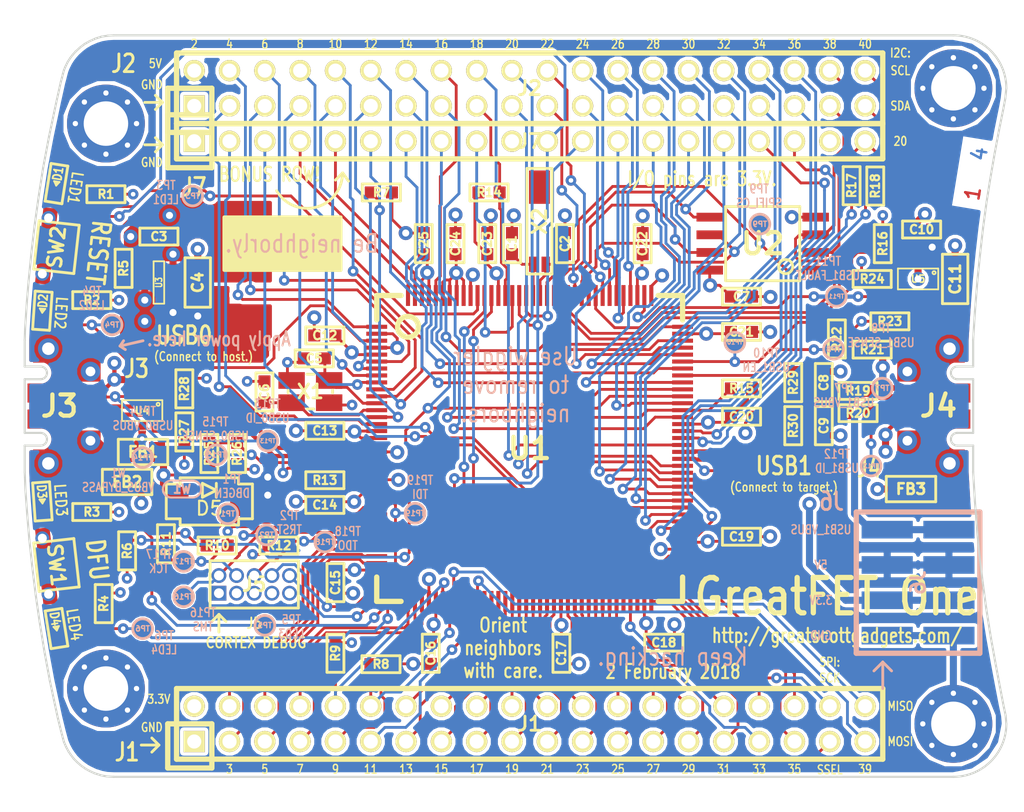
<source format=kicad_pcb>
(kicad_pcb (version 4) (host pcbnew 4.0.6)
  (layers (0 F.Cu signal) (1 C2.Cu power hide) (2 C3.Cu power hide) (31 B.Cu signal) (34 B.Paste user) (35 F.Paste user) (36 B.SilkS user) (37 F.SilkS user) (38 B.Mask user) (39 F.Mask user) (44 Edge.Cuts user))
  (net 0 "")
  (net 1 GND)
  (net 2 /RTCX1)
  (net 3 /RTCX2)
  (net 4 VCC)
  (net 5 "Net-(C5-Pad1)")
  (net 6 "Net-(C6-Pad1)")
  (net 7 /USB1_VBUS)
  (net 8 "Net-(D1-Pad2)")
  (net 9 /LED1)
  (net 10 "Net-(D2-Pad2)")
  (net 11 /LED2)
  (net 12 "Net-(D3-Pad2)")
  (net 13 /LED3)
  (net 14 "Net-(D4-Pad2)")
  (net 15 /LED4)
  (net 16 /P4_9)
  (net 17 /P0_0)
  (net 18 /P4_10)
  (net 19 /P0_1)
  (net 20 /P1_0)
  (net 21 /P5_0)
  (net 22 /P1_1)
  (net 23 /P5_1)
  (net 24 /CLK0)
  (net 25 /P1_2)
  (net 26 /P1_5)
  (net 27 /P5_2)
  (net 28 /P1_7)
  (net 29 /P1_6)
  (net 30 /P1_9)
  (net 31 /P1_8)
  (net 32 /P5_3)
  (net 33 /P1_10)
  (net 34 /P1_12)
  (net 35 /P1_11)
  (net 36 /P5_5)
  (net 37 /P5_4)
  (net 38 /P1_14)
  (net 39 /P1_13)
  (net 40 /P5_6)
  (net 41 /P1_15)
  (net 42 /P5_7)
  (net 43 /P1_16)
  (net 44 /P1_18)
  (net 45 /P1_17)
  (net 46 /P9_5)
  (net 47 /P9_6)
  (net 48 /P2_0)
  (net 49 /P6_0)
  (net 50 /P1_19)
  (net 51 /P1_20)
  (net 52 /P1_3)
  (net 53 /P1_4)
  (net 54 /P4_8)
  (net 55 /P4_7)
  (net 56 /P4_6)
  (net 57 /P4_5)
  (net 58 /P4_4)
  (net 59 /P4_2)
  (net 60 /P4_3)
  (net 61 /ADC0_0)
  (net 62 /P4_0)
  (net 63 /P7_7)
  (net 64 /WAKEUP0)
  (net 65 /P3_7)
  (net 66 /P3_6)
  (net 67 /P3_5)
  (net 68 /P3_4)
  (net 69 /P3_3)
  (net 70 /PF_4)
  (net 71 /P3_2)
  (net 72 /P7_2)
  (net 73 /P3_1)
  (net 74 /P7_1)
  (net 75 /P3_0)
  (net 76 /P7_0)
  (net 77 /CLK2)
  (net 78 /P2_8)
  (net 79 /P2_7)
  (net 80 /P2_6)
  (net 81 /P2_5)
  (net 82 /P2_4)
  (net 83 /P2_3)
  (net 84 /P6_8)
  (net 85 /P6_7)
  (net 86 /P2_2)
  (net 87 /P6_6)
  (net 88 /P2_1)
  (net 89 /P6_3)
  (net 90 /I2C0_SDA)
  (net 91 /I2C0_SCL)
  (net 92 /USB0_ID)
  (net 93 /USB1_ID)
  (net 94 "Net-(J4-Pad3)")
  (net 95 "Net-(J4-Pad2)")
  (net 96 /TMS)
  (net 97 /TCK)
  (net 98 /TDO)
  (net 99 /TDI)
  (net 100 /RESET)
  (net 101 /VBAT)
  (net 102 /RTC_ALARM)
  (net 103 /ADC0_5)
  (net 104 /ADC0_2)
  (net 105 /P2_13)
  (net 106 /P2_12)
  (net 107 /P2_11)
  (net 108 /P2_10)
  (net 109 /P2_9)
  (net 110 /P6_10)
  (net 111 /P6_9)
  (net 112 /P6_5)
  (net 113 /P6_4)
  (net 114 /P6_2)
  (net 115 /P6_1)
  (net 116 "Net-(R13-Pad1)")
  (net 117 /USB1_EN)
  (net 118 /USB1_SENSE)
  (net 119 "Net-(R23-Pad2)")
  (net 120 /USB1_FAULT)
  (net 121 /SPIFI_CS)
  (net 122 /DBGEN)
  (net 123 /TRST)
  (net 124 /USB1_D-)
  (net 125 /USB1_D+)
  (net 126 /USB0_D+)
  (net 127 /USB0_D-)
  (net 128 /USB0_SHIELD)
  (net 129 /USB1_SHIELD)
  (net 130 +5V)
  (net 131 "Net-(D5-Pad2)")
  (net 132 /USB0_VBUS)
  (net 133 /USB0_SENSE)
  (net 134 "Net-(J5-Pad7)")
  (net 135 "Net-(U4-Pad4)")
  (module gsg-modules:TESTPOINT-50MIL (layer B.Cu) (at 123.317 107.061)
    (fp_text reference TP2 (at 0 0) (layer B.SilkS) (effects (font (size 0.381 0.381) (thickness 0.09652)) (justify mirror)))
    (fp_text value TRST hide)
    (pad 1 smd circle (at 0 0) (size 1.27 1.27) (layers B.Cu B.Mask) (net 123 /TRST))
  )
  (module gsg-modules:TESTPOINT-50MIL (layer B.Cu) (at 117.348 108.966)
    (fp_text reference TP17 (at 0 0) (layer B.SilkS) (effects (font (size 0.381 0.381) (thickness 0.09652)) (justify mirror)))
    (fp_text value TCK hide)
    (pad 1 smd circle (at 0 0) (size 1.27 1.27) (layers B.Cu B.Mask) (net 97 /TCK))
  )
  (module gsg-modules:SWITCH-PTS840-P (layer F.Cu) (at 108.204 86.36 263.6)
    (fp_text reference SW2 (at 0 0 263.6) (layer F.SilkS) (effects (font (size 1.00076 1.00076) (thickness 0.2032))))
    (fp_text value RESET hide)
    (pad 2 thru_hole circle (at -2.025 0.8 263.6) (size 1 1) (drill 0.65) (layers *.Cu *.Mask) (net 1 GND))
    (pad 2 thru_hole circle (at 2.025 0.8 263.6) (size 1 1) (drill 0.65) (layers *.Cu *.Mask) (net 1 GND))
    (pad 1 smd rect (at 1.925 -0.725 263.6) (size 1.65 1.05) (layers F.Cu F.Paste F.Mask) (net 100 /RESET))
    (pad 1 smd rect (at -1.925 -0.725 263.6) (size 1.65 1.05) (layers F.Cu F.Paste F.Mask) (net 100 /RESET))
    (pad 2 smd rect (at -1.925 0.725 263.6) (size 1.65 1.05) (layers F.Cu F.Paste F.Mask) (net 1 GND))
    (pad 2 smd rect (at 1.925 0.725 263.6) (size 1.65 1.05) (layers F.Cu F.Paste F.Mask) (net 1 GND))
    (pad 0 smd rect (at 0 -1.7 263.6) (size 1.1 0.5) (layers F.Cu F.Paste F.Mask))
  )
  (module gsg-modules:SOT457 (layer F.Cu) (at 114.366 98.114 180)
    (fp_text reference U4 (at 0 0 180) (layer F.SilkS) (effects (font (size 0.508 0.508) (thickness 0.127))))
    (fp_text value IP4220CZ6 hide)
    (pad 1 smd rect (at -0.95 1.2 180) (size 0.55 0.8) (layers F.Cu F.Paste F.Mask) (net 126 /USB0_D+))
    (pad 2 smd rect (at 0 1.2 180) (size 0.55 0.8) (layers F.Cu F.Paste F.Mask) (net 1 GND))
    (pad 3 smd rect (at 0.95 1.2 180) (size 0.55 0.8) (layers F.Cu F.Paste F.Mask) (net 92 /USB0_ID))
    (pad 4 smd rect (at 0.95 -1.2 180) (size 0.55 0.8) (layers F.Cu F.Paste F.Mask) (net 135 "Net-(U4-Pad4)"))
    (pad 5 smd rect (at 0 -1.2 180) (size 0.55 0.8) (layers F.Cu F.Paste F.Mask) (net 132 /USB0_VBUS))
    (pad 6 smd rect (at -0.95 -1.2 180) (size 0.55 0.8) (layers F.Cu F.Paste F.Mask) (net 127 /USB0_D-))
  )
  (module gsg-modules:50MIL-HEADER-2x5-TH (layer F.Cu) (at 122.428 110.617)
    (fp_text reference J5 (at 0 0) (layer F.SilkS) (effects (font (size 1.00076 1.00076) (thickness 0.2032))))
    (fp_text value JTAG hide)
    (pad 1 thru_hole rect (at -2.54 0.635) (size 1.0668 1.0668) (drill 0.7112) (layers *.Cu *.Mask) (net 4 VCC))
    (pad 2 thru_hole circle (at -2.54 -0.635) (size 1.0668 1.0668) (drill 0.7112) (layers *.Cu *.Mask) (net 96 /TMS))
    (pad 3 thru_hole circle (at -1.27 0.635) (size 1.0668 1.0668) (drill 0.7112) (layers *.Cu *.Mask) (net 1 GND))
    (pad 4 thru_hole circle (at -1.27 -0.635) (size 1.0668 1.0668) (drill 0.7112) (layers *.Cu *.Mask) (net 97 /TCK))
    (pad 5 thru_hole circle (at 0 0.635) (size 1.0668 1.0668) (drill 0.7112) (layers *.Cu *.Mask) (net 1 GND))
    (pad 6 thru_hole circle (at 0 -0.635) (size 1.0668 1.0668) (drill 0.7112) (layers *.Cu *.Mask) (net 98 /TDO))
    (pad 7 thru_hole circle (at 1.27 0.635) (size 1.0668 1.0668) (drill 0.7112) (layers *.Cu *.Mask) (net 134 "Net-(J5-Pad7)"))
    (pad 8 thru_hole circle (at 1.27 -0.635) (size 1.0668 1.0668) (drill 0.7112) (layers *.Cu *.Mask) (net 99 /TDI))
    (pad 9 thru_hole circle (at 2.54 0.635) (size 1.0668 1.0668) (drill 0.7112) (layers *.Cu *.Mask) (net 1 GND))
    (pad 10 thru_hole circle (at 2.54 -0.635) (size 1.0668 1.0668) (drill 0.7112) (layers *.Cu *.Mask) (net 100 /RESET))
  )
  (module gsg-modules:LQFP144 (layer F.Cu) (at 142.24 100.838)
    (fp_text reference U1 (at 0 0) (layer F.SilkS) (effects (font (thickness 0.3048))))
    (fp_text value LPC4330FBD144 hide)
    (pad 1 smd rect (at -11.00074 -8.7503) (size 1.50114 0.29464) (layers F.Cu F.Paste F.Mask) (net 62 /P4_0))
    (pad 2 smd rect (at -11.00074 -8.24992) (size 1.50114 0.29464) (layers F.Cu F.Paste F.Mask) (net 1 GND))
    (pad 3 smd rect (at -11.00074 -7.74954) (size 1.50114 0.29464) (layers F.Cu F.Paste F.Mask) (net 11 /LED2))
    (pad 4 smd rect (at -11.00074 -7.24916) (size 1.50114 0.29464) (layers F.Cu F.Paste F.Mask) (net 1 GND))
    (pad 5 smd rect (at -11.00074 -6.74878) (size 1.50114 0.29464) (layers F.Cu F.Paste F.Mask) (net 4 VCC))
    (pad 6 smd rect (at -11.00074 -6.25094) (size 1.50114 0.29464) (layers F.Cu F.Paste F.Mask) (net 61 /ADC0_0))
    (pad 7 smd rect (at -11.00074 -5.75056) (size 1.50114 0.29464) (layers F.Cu F.Paste F.Mask) (net 60 /P4_3))
    (pad 8 smd rect (at -11.00074 -5.25018) (size 1.50114 0.29464) (layers F.Cu F.Paste F.Mask) (net 59 /P4_2))
    (pad 9 smd rect (at -11.00074 -4.7498) (size 1.50114 0.29464) (layers F.Cu F.Paste F.Mask) (net 58 /P4_4))
    (pad 10 smd rect (at -11.00074 -4.24942) (size 1.50114 0.29464) (layers F.Cu F.Paste F.Mask) (net 57 /P4_5))
    (pad 11 smd rect (at -11.00074 -3.74904) (size 1.50114 0.29464) (layers F.Cu F.Paste F.Mask) (net 56 /P4_6))
    (pad 12 smd rect (at -11.00074 -3.2512) (size 1.50114 0.29464) (layers F.Cu F.Paste F.Mask) (net 5 "Net-(C5-Pad1)"))
    (pad 13 smd rect (at -11.00074 -2.75082) (size 1.50114 0.29464) (layers F.Cu F.Paste F.Mask) (net 6 "Net-(C6-Pad1)"))
    (pad 14 smd rect (at -11.00074 -2.25044) (size 1.50114 0.29464) (layers F.Cu F.Paste F.Mask) (net 55 /P4_7))
    (pad 15 smd rect (at -11.00074 -1.75006) (size 1.50114 0.29464) (layers F.Cu F.Paste F.Mask) (net 54 /P4_8))
    (pad 16 smd rect (at -11.00074 -1.24968) (size 1.50114 0.29464) (layers F.Cu F.Paste F.Mask) (net 4 VCC))
    (pad 17 smd rect (at -11.00074 -0.7493) (size 1.50114 0.29464) (layers F.Cu F.Paste F.Mask) (net 4 VCC))
    (pad 18 smd rect (at -11.00074 -0.24892) (size 1.50114 0.29464) (layers F.Cu F.Paste F.Mask) (net 126 /USB0_D+))
    (pad 19 smd rect (at -11.00074 0.24892) (size 1.50114 0.29464) (layers F.Cu F.Paste F.Mask) (net 1 GND))
    (pad 20 smd rect (at -11.00074 0.7493) (size 1.50114 0.29464) (layers F.Cu F.Paste F.Mask) (net 127 /USB0_D-))
    (pad 21 smd rect (at -11.00074 1.24968) (size 1.50114 0.29464) (layers F.Cu F.Paste F.Mask) (net 133 /USB0_SENSE))
    (pad 22 smd rect (at -11.00074 1.75006) (size 1.50114 0.29464) (layers F.Cu F.Paste F.Mask) (net 92 /USB0_ID))
    (pad 23 smd rect (at -11.00074 2.25044) (size 1.50114 0.29464) (layers F.Cu F.Paste F.Mask) (net 1 GND))
    (pad 24 smd rect (at -11.00074 2.75082) (size 1.50114 0.29464) (layers F.Cu F.Paste F.Mask) (net 116 "Net-(R13-Pad1)"))
    (pad 25 smd rect (at -11.00074 3.2512) (size 1.50114 0.29464) (layers F.Cu F.Paste F.Mask) (net 4 VCC))
    (pad 26 smd rect (at -11.00074 3.74904) (size 1.50114 0.29464) (layers F.Cu F.Paste F.Mask) (net 99 /TDI))
    (pad 27 smd rect (at -11.00074 4.24942) (size 1.50114 0.29464) (layers F.Cu F.Paste F.Mask) (net 97 /TCK))
    (pad 28 smd rect (at -11.00074 4.7498) (size 1.50114 0.29464) (layers F.Cu F.Paste F.Mask) (net 122 /DBGEN))
    (pad 29 smd rect (at -11.00074 5.25018) (size 1.50114 0.29464) (layers F.Cu F.Paste F.Mask) (net 123 /TRST))
    (pad 30 smd rect (at -11.00074 5.75056) (size 1.50114 0.29464) (layers F.Cu F.Paste F.Mask) (net 96 /TMS))
    (pad 31 smd rect (at -11.00074 6.25094) (size 1.50114 0.29464) (layers F.Cu F.Paste F.Mask) (net 98 /TDO))
    (pad 32 smd rect (at -11.00074 6.74878) (size 1.50114 0.29464) (layers F.Cu F.Paste F.Mask) (net 17 /P0_0))
    (pad 33 smd rect (at -11.00074 7.24916) (size 1.50114 0.29464) (layers F.Cu F.Paste F.Mask) (net 16 /P4_9))
    (pad 34 smd rect (at -11.00074 7.74954) (size 1.50114 0.29464) (layers F.Cu F.Paste F.Mask) (net 19 /P0_1))
    (pad 35 smd rect (at -11.00074 8.24992) (size 1.50114 0.29464) (layers F.Cu F.Paste F.Mask) (net 18 /P4_10))
    (pad 36 smd rect (at -11.00074 8.7503) (size 1.50114 0.29464) (layers F.Cu F.Paste F.Mask) (net 4 VCC))
    (pad 37 smd rect (at -8.7503 11.00074 90) (size 1.50114 0.29464) (layers F.Cu F.Paste F.Mask) (net 21 /P5_0))
    (pad 38 smd rect (at -8.24992 11.00074 90) (size 1.50114 0.29464) (layers F.Cu F.Paste F.Mask) (net 20 /P1_0))
    (pad 39 smd rect (at -7.74954 11.00074 90) (size 1.50114 0.29464) (layers F.Cu F.Paste F.Mask) (net 23 /P5_1))
    (pad 40 smd rect (at -7.24916 11.00074 90) (size 1.50114 0.29464) (layers F.Cu F.Paste F.Mask) (net 1 GND))
    (pad 41 smd rect (at -6.74878 11.00074 90) (size 1.50114 0.29464) (layers F.Cu F.Paste F.Mask) (net 4 VCC))
    (pad 42 smd rect (at -6.25094 11.00074 90) (size 1.50114 0.29464) (layers F.Cu F.Paste F.Mask) (net 22 /P1_1))
    (pad 43 smd rect (at -5.75056 11.00074 90) (size 1.50114 0.29464) (layers F.Cu F.Paste F.Mask) (net 25 /P1_2))
    (pad 44 smd rect (at -5.25018 11.00074 90) (size 1.50114 0.29464) (layers F.Cu F.Paste F.Mask) (net 52 /P1_3))
    (pad 45 smd rect (at -4.7498 11.00074 90) (size 1.50114 0.29464) (layers F.Cu F.Paste F.Mask) (net 24 /CLK0))
    (pad 46 smd rect (at -4.24942 11.00074 90) (size 1.50114 0.29464) (layers F.Cu F.Paste F.Mask) (net 27 /P5_2))
    (pad 47 smd rect (at -3.74904 11.00074 90) (size 1.50114 0.29464) (layers F.Cu F.Paste F.Mask) (net 53 /P1_4))
    (pad 48 smd rect (at -3.2512 11.00074 90) (size 1.50114 0.29464) (layers F.Cu F.Paste F.Mask) (net 26 /P1_5))
    (pad 49 smd rect (at -2.75082 11.00074 90) (size 1.50114 0.29464) (layers F.Cu F.Paste F.Mask) (net 29 /P1_6))
    (pad 50 smd rect (at -2.25044 11.00074 90) (size 1.50114 0.29464) (layers F.Cu F.Paste F.Mask) (net 28 /P1_7))
    (pad 51 smd rect (at -1.75006 11.00074 90) (size 1.50114 0.29464) (layers F.Cu F.Paste F.Mask) (net 31 /P1_8))
    (pad 52 smd rect (at -1.24968 11.00074 90) (size 1.50114 0.29464) (layers F.Cu F.Paste F.Mask) (net 30 /P1_9))
    (pad 53 smd rect (at -0.7493 11.00074 90) (size 1.50114 0.29464) (layers F.Cu F.Paste F.Mask) (net 33 /P1_10))
    (pad 54 smd rect (at -0.24892 11.00074 90) (size 1.50114 0.29464) (layers F.Cu F.Paste F.Mask) (net 32 /P5_3))
    (pad 55 smd rect (at 0.24892 11.00074 90) (size 1.50114 0.29464) (layers F.Cu F.Paste F.Mask) (net 35 /P1_11))
    (pad 56 smd rect (at 0.7493 11.00074 90) (size 1.50114 0.29464) (layers F.Cu F.Paste F.Mask) (net 34 /P1_12))
    (pad 57 smd rect (at 1.24968 11.00074 90) (size 1.50114 0.29464) (layers F.Cu F.Paste F.Mask) (net 37 /P5_4))
    (pad 58 smd rect (at 1.75006 11.00074 90) (size 1.50114 0.29464) (layers F.Cu F.Paste F.Mask) (net 36 /P5_5))
    (pad 59 smd rect (at 2.25044 11.00074 90) (size 1.50114 0.29464) (layers F.Cu F.Paste F.Mask) (net 4 VCC))
    (pad 60 smd rect (at 2.75082 11.00074 90) (size 1.50114 0.29464) (layers F.Cu F.Paste F.Mask) (net 39 /P1_13))
    (pad 61 smd rect (at 3.2512 11.00074 90) (size 1.50114 0.29464) (layers F.Cu F.Paste F.Mask) (net 38 /P1_14))
    (pad 62 smd rect (at 3.74904 11.00074 90) (size 1.50114 0.29464) (layers F.Cu F.Paste F.Mask) (net 41 /P1_15))
    (pad 63 smd rect (at 4.24942 11.00074 90) (size 1.50114 0.29464) (layers F.Cu F.Paste F.Mask) (net 40 /P5_6))
    (pad 64 smd rect (at 4.7498 11.00074 90) (size 1.50114 0.29464) (layers F.Cu F.Paste F.Mask) (net 43 /P1_16))
    (pad 65 smd rect (at 5.25018 11.00074 90) (size 1.50114 0.29464) (layers F.Cu F.Paste F.Mask) (net 42 /P5_7))
    (pad 66 smd rect (at 5.75056 11.00074 90) (size 1.50114 0.29464) (layers F.Cu F.Paste F.Mask) (net 45 /P1_17))
    (pad 67 smd rect (at 6.25094 11.00074 90) (size 1.50114 0.29464) (layers F.Cu F.Paste F.Mask) (net 44 /P1_18))
    (pad 68 smd rect (at 6.74878 11.00074 90) (size 1.50114 0.29464) (layers F.Cu F.Paste F.Mask) (net 50 /P1_19))
    (pad 69 smd rect (at 7.24916 11.00074 90) (size 1.50114 0.29464) (layers F.Cu F.Paste F.Mask) (net 46 /P9_5))
    (pad 70 smd rect (at 7.74954 11.00074 90) (size 1.50114 0.29464) (layers F.Cu F.Paste F.Mask) (net 51 /P1_20))
    (pad 71 smd rect (at 8.24992 11.00074 90) (size 1.50114 0.29464) (layers F.Cu F.Paste F.Mask) (net 4 VCC))
    (pad 72 smd rect (at 8.7503 11.00074 90) (size 1.50114 0.29464) (layers F.Cu F.Paste F.Mask) (net 47 /P9_6))
    (pad 73 smd rect (at 11.00074 8.7503) (size 1.50114 0.29464) (layers F.Cu F.Paste F.Mask) (net 49 /P6_0))
    (pad 74 smd rect (at 11.00074 8.24992) (size 1.50114 0.29464) (layers F.Cu F.Paste F.Mask) (net 115 /P6_1))
    (pad 75 smd rect (at 11.00074 7.74954) (size 1.50114 0.29464) (layers F.Cu F.Paste F.Mask) (net 48 /P2_0))
    (pad 76 smd rect (at 11.00074 7.24916) (size 1.50114 0.29464) (layers F.Cu F.Paste F.Mask) (net 1 GND))
    (pad 77 smd rect (at 11.00074 6.74878) (size 1.50114 0.29464) (layers F.Cu F.Paste F.Mask) (net 4 VCC))
    (pad 78 smd rect (at 11.00074 6.25094) (size 1.50114 0.29464) (layers F.Cu F.Paste F.Mask) (net 114 /P6_2))
    (pad 79 smd rect (at 11.00074 5.75056) (size 1.50114 0.29464) (layers F.Cu F.Paste F.Mask) (net 89 /P6_3))
    (pad 80 smd rect (at 11.00074 5.25018) (size 1.50114 0.29464) (layers F.Cu F.Paste F.Mask) (net 113 /P6_4))
    (pad 81 smd rect (at 11.00074 4.7498) (size 1.50114 0.29464) (layers F.Cu F.Paste F.Mask) (net 88 /P2_1))
    (pad 82 smd rect (at 11.00074 4.24942) (size 1.50114 0.29464) (layers F.Cu F.Paste F.Mask) (net 112 /P6_5))
    (pad 83 smd rect (at 11.00074 3.74904) (size 1.50114 0.29464) (layers F.Cu F.Paste F.Mask) (net 87 /P6_6))
    (pad 84 smd rect (at 11.00074 3.2512) (size 1.50114 0.29464) (layers F.Cu F.Paste F.Mask) (net 86 /P2_2))
    (pad 85 smd rect (at 11.00074 2.75082) (size 1.50114 0.29464) (layers F.Cu F.Paste F.Mask) (net 85 /P6_7))
    (pad 86 smd rect (at 11.00074 2.25044) (size 1.50114 0.29464) (layers F.Cu F.Paste F.Mask) (net 84 /P6_8))
    (pad 87 smd rect (at 11.00074 1.75006) (size 1.50114 0.29464) (layers F.Cu F.Paste F.Mask) (net 83 /P2_3))
    (pad 88 smd rect (at 11.00074 1.24968) (size 1.50114 0.29464) (layers F.Cu F.Paste F.Mask) (net 82 /P2_4))
    (pad 89 smd rect (at 11.00074 0.7493) (size 1.50114 0.29464) (layers F.Cu F.Paste F.Mask) (net 125 /USB1_D+))
    (pad 90 smd rect (at 11.00074 0.24892) (size 1.50114 0.29464) (layers F.Cu F.Paste F.Mask) (net 124 /USB1_D-))
    (pad 91 smd rect (at 11.00074 -0.24892) (size 1.50114 0.29464) (layers F.Cu F.Paste F.Mask) (net 81 /P2_5))
    (pad 92 smd rect (at 11.00074 -0.7493) (size 1.50114 0.29464) (layers F.Cu F.Paste F.Mask) (net 91 /I2C0_SCL))
    (pad 93 smd rect (at 11.00074 -1.24968) (size 1.50114 0.29464) (layers F.Cu F.Paste F.Mask) (net 90 /I2C0_SDA))
    (pad 94 smd rect (at 11.00074 -1.75006) (size 1.50114 0.29464) (layers F.Cu F.Paste F.Mask) (net 4 VCC))
    (pad 95 smd rect (at 11.00074 -2.25044) (size 1.50114 0.29464) (layers F.Cu F.Paste F.Mask) (net 80 /P2_6))
    (pad 96 smd rect (at 11.00074 -2.75082) (size 1.50114 0.29464) (layers F.Cu F.Paste F.Mask) (net 79 /P2_7))
    (pad 97 smd rect (at 11.00074 -3.2512) (size 1.50114 0.29464) (layers F.Cu F.Paste F.Mask) (net 111 /P6_9))
    (pad 98 smd rect (at 11.00074 -3.74904) (size 1.50114 0.29464) (layers F.Cu F.Paste F.Mask) (net 78 /P2_8))
    (pad 99 smd rect (at 11.00074 -4.24942) (size 1.50114 0.29464) (layers F.Cu F.Paste F.Mask) (net 77 /CLK2))
    (pad 100 smd rect (at 11.00074 -4.7498) (size 1.50114 0.29464) (layers F.Cu F.Paste F.Mask) (net 110 /P6_10))
    (pad 101 smd rect (at 11.00074 -5.25018) (size 1.50114 0.29464) (layers F.Cu F.Paste F.Mask) (net 118 /USB1_SENSE))
    (pad 102 smd rect (at 11.00074 -5.75056) (size 1.50114 0.29464) (layers F.Cu F.Paste F.Mask) (net 109 /P2_9))
    (pad 103 smd rect (at 11.00074 -6.25094) (size 1.50114 0.29464) (layers F.Cu F.Paste F.Mask) (net 117 /USB1_EN))
    (pad 104 smd rect (at 11.00074 -6.74878) (size 1.50114 0.29464) (layers F.Cu F.Paste F.Mask) (net 108 /P2_10))
    (pad 105 smd rect (at 11.00074 -7.24916) (size 1.50114 0.29464) (layers F.Cu F.Paste F.Mask) (net 107 /P2_11))
    (pad 106 smd rect (at 11.00074 -7.74954) (size 1.50114 0.29464) (layers F.Cu F.Paste F.Mask) (net 106 /P2_12))
    (pad 107 smd rect (at 11.00074 -8.24992) (size 1.50114 0.29464) (layers F.Cu F.Paste F.Mask) (net 4 VCC))
    (pad 108 smd rect (at 11.00074 -8.7503) (size 1.50114 0.29464) (layers F.Cu F.Paste F.Mask) (net 105 /P2_13))
    (pad 109 smd rect (at 8.7503 -11.00074 90) (size 1.50114 0.29464) (layers F.Cu F.Paste F.Mask) (net 1 GND))
    (pad 110 smd rect (at 8.24992 -11.00074 90) (size 1.50114 0.29464) (layers F.Cu F.Paste F.Mask) (net 76 /P7_0))
    (pad 111 smd rect (at 7.74954 -11.00074 90) (size 1.50114 0.29464) (layers F.Cu F.Paste F.Mask) (net 4 VCC))
    (pad 112 smd rect (at 7.24916 -11.00074 90) (size 1.50114 0.29464) (layers F.Cu F.Paste F.Mask) (net 75 /P3_0))
    (pad 113 smd rect (at 6.74878 -11.00074 90) (size 1.50114 0.29464) (layers F.Cu F.Paste F.Mask) (net 74 /P7_1))
    (pad 114 smd rect (at 6.25094 -11.00074 90) (size 1.50114 0.29464) (layers F.Cu F.Paste F.Mask) (net 73 /P3_1))
    (pad 115 smd rect (at 5.75056 -11.00074 90) (size 1.50114 0.29464) (layers F.Cu F.Paste F.Mask) (net 72 /P7_2))
    (pad 116 smd rect (at 5.25018 -11.00074 90) (size 1.50114 0.29464) (layers F.Cu F.Paste F.Mask) (net 71 /P3_2))
    (pad 117 smd rect (at 4.7498 -11.00074 90) (size 1.50114 0.29464) (layers F.Cu F.Paste F.Mask) (net 120 /USB1_FAULT))
    (pad 118 smd rect (at 4.24942 -11.00074 90) (size 1.50114 0.29464) (layers F.Cu F.Paste F.Mask) (net 69 /P3_3))
    (pad 119 smd rect (at 3.74904 -11.00074 90) (size 1.50114 0.29464) (layers F.Cu F.Paste F.Mask) (net 68 /P3_4))
    (pad 120 smd rect (at 3.2512 -11.00074 90) (size 1.50114 0.29464) (layers F.Cu F.Paste F.Mask) (net 70 /PF_4))
    (pad 121 smd rect (at 2.75082 -11.00074 90) (size 1.50114 0.29464) (layers F.Cu F.Paste F.Mask) (net 67 /P3_5))
    (pad 122 smd rect (at 2.25044 -11.00074 90) (size 1.50114 0.29464) (layers F.Cu F.Paste F.Mask) (net 66 /P3_6))
    (pad 123 smd rect (at 1.75006 -11.00074 90) (size 1.50114 0.29464) (layers F.Cu F.Paste F.Mask) (net 65 /P3_7))
    (pad 124 smd rect (at 1.24968 -11.00074 90) (size 1.50114 0.29464) (layers F.Cu F.Paste F.Mask) (net 121 /SPIFI_CS))
    (pad 125 smd rect (at 0.7493 -11.00074 90) (size 1.50114 0.29464) (layers F.Cu F.Paste F.Mask) (net 2 /RTCX1))
    (pad 126 smd rect (at 0.24892 -11.00074 90) (size 1.50114 0.29464) (layers F.Cu F.Paste F.Mask) (net 3 /RTCX2))
    (pad 127 smd rect (at -0.24892 -11.00074 90) (size 1.50114 0.29464) (layers F.Cu F.Paste F.Mask) (net 101 /VBAT))
    (pad 128 smd rect (at -0.7493 -11.00074 90) (size 1.50114 0.29464) (layers F.Cu F.Paste F.Mask) (net 100 /RESET))
    (pad 129 smd rect (at -1.24968 -11.00074 90) (size 1.50114 0.29464) (layers F.Cu F.Paste F.Mask) (net 102 /RTC_ALARM))
    (pad 130 smd rect (at -1.75006 -11.00074 90) (size 1.50114 0.29464) (layers F.Cu F.Paste F.Mask) (net 64 /WAKEUP0))
    (pad 131 smd rect (at -2.25044 -11.00074 90) (size 1.50114 0.29464) (layers F.Cu F.Paste F.Mask) (net 4 VCC))
    (pad 132 smd rect (at -2.75082 -11.00074 90) (size 1.50114 0.29464) (layers F.Cu F.Paste F.Mask) (net 15 /LED4))
    (pad 133 smd rect (at -3.2512 -11.00074 90) (size 1.50114 0.29464) (layers F.Cu F.Paste F.Mask) (net 13 /LED3))
    (pad 134 smd rect (at -3.74904 -11.00074 90) (size 1.50114 0.29464) (layers F.Cu F.Paste F.Mask) (net 9 /LED1))
    (pad 135 smd rect (at -4.24942 -11.00074 90) (size 1.50114 0.29464) (layers F.Cu F.Paste F.Mask) (net 1 GND))
    (pad 136 smd rect (at -4.7498 -11.00074 90) (size 1.50114 0.29464) (layers F.Cu F.Paste F.Mask) (net 4 VCC))
    (pad 137 smd rect (at -5.25018 -11.00074 90) (size 1.50114 0.29464) (layers F.Cu F.Paste F.Mask) (net 4 VCC))
    (pad 138 smd rect (at -5.75056 -11.00074 90) (size 1.50114 0.29464) (layers F.Cu F.Paste F.Mask) (net 4 VCC))
    (pad 139 smd rect (at -6.25094 -11.00074 90) (size 1.50114 0.29464) (layers F.Cu F.Paste F.Mask) (net 4 VCC))
    (pad 140 smd rect (at -6.74878 -11.00074 90) (size 1.50114 0.29464) (layers F.Cu F.Paste F.Mask) (net 63 /P7_7))
    (pad 141 smd rect (at -7.24916 -11.00074 90) (size 1.50114 0.29464) (layers F.Cu F.Paste F.Mask) (net 4 VCC))
    (pad 142 smd rect (at -7.74954 -11.00074 90) (size 1.50114 0.29464) (layers F.Cu F.Paste F.Mask) (net 4 VCC))
    (pad 143 smd rect (at -8.24992 -11.00074 90) (size 1.50114 0.29464) (layers F.Cu F.Paste F.Mask) (net 104 /ADC0_2))
    (pad 144 smd rect (at -8.7503 -11.00074 90) (size 1.50114 0.29464) (layers F.Cu F.Paste F.Mask) (net 103 /ADC0_5))
  )
  (module gsg-modules:HEADER-1x20 (layer F.Cu) (at 142.24 78.74)
    (fp_text reference J7 (at 0 0) (layer F.SilkS) (effects (font (size 1.016 1.016) (thickness 0.2032))))
    (fp_text value BONUS_ROW hide)
    (pad 1 thru_hole rect (at -24.13 0) (size 1.524 1.524) (drill 1.016) (layers *.Cu *.Mask F.SilkS) (net 1 GND))
    (pad 2 thru_hole circle (at -21.59 0) (size 1.524 1.524) (drill 1.016) (layers *.Cu *.Mask F.SilkS) (net 113 /P6_4))
    (pad 3 thru_hole circle (at -19.05 0) (size 1.524 1.524) (drill 1.016) (layers *.Cu *.Mask F.SilkS) (net 112 /P6_5))
    (pad 4 thru_hole circle (at -16.51 0) (size 1.524 1.524) (drill 1.016) (layers *.Cu *.Mask F.SilkS) (net 103 /ADC0_5))
    (pad 5 thru_hole circle (at -13.97 0) (size 1.524 1.524) (drill 1.016) (layers *.Cu *.Mask F.SilkS) (net 104 /ADC0_2))
    (pad 6 thru_hole circle (at -11.43 0) (size 1.524 1.524) (drill 1.016) (layers *.Cu *.Mask F.SilkS) (net 109 /P2_9))
    (pad 7 thru_hole circle (at -8.89 0) (size 1.524 1.524) (drill 1.016) (layers *.Cu *.Mask F.SilkS) (net 106 /P2_12))
    (pad 8 thru_hole circle (at -6.35 0) (size 1.524 1.524) (drill 1.016) (layers *.Cu *.Mask F.SilkS) (net 105 /P2_13))
    (pad 9 thru_hole circle (at -3.81 0) (size 1.524 1.524) (drill 1.016) (layers *.Cu *.Mask F.SilkS) (net 102 /RTC_ALARM))
    (pad 10 thru_hole circle (at -1.27 0) (size 1.524 1.524) (drill 1.016) (layers *.Cu *.Mask F.SilkS) (net 1 GND))
    (pad 11 thru_hole circle (at 1.27 0) (size 1.524 1.524) (drill 1.016) (layers *.Cu *.Mask F.SilkS) (net 100 /RESET))
    (pad 12 thru_hole circle (at 3.81 0) (size 1.524 1.524) (drill 1.016) (layers *.Cu *.Mask F.SilkS) (net 101 /VBAT))
    (pad 13 thru_hole circle (at 6.35 0) (size 1.524 1.524) (drill 1.016) (layers *.Cu *.Mask F.SilkS) (net 107 /P2_11))
    (pad 14 thru_hole circle (at 8.89 0) (size 1.524 1.524) (drill 1.016) (layers *.Cu *.Mask F.SilkS) (net 108 /P2_10))
    (pad 15 thru_hole circle (at 11.43 0) (size 1.524 1.524) (drill 1.016) (layers *.Cu *.Mask F.SilkS) (net 110 /P6_10))
    (pad 16 thru_hole circle (at 13.97 0) (size 1.524 1.524) (drill 1.016) (layers *.Cu *.Mask F.SilkS) (net 111 /P6_9))
    (pad 17 thru_hole circle (at 16.51 0) (size 1.524 1.524) (drill 1.016) (layers *.Cu *.Mask F.SilkS) (net 114 /P6_2))
    (pad 18 thru_hole circle (at 19.05 0) (size 1.524 1.524) (drill 1.016) (layers *.Cu *.Mask F.SilkS) (net 115 /P6_1))
    (pad 19 thru_hole circle (at 21.59 0) (size 1.524 1.524) (drill 1.016) (layers *.Cu *.Mask F.SilkS) (net 1 GND))
    (pad 20 thru_hole circle (at 24.13 0) (size 1.524 1.524) (drill 1.016) (layers *.Cu *.Mask F.SilkS) (net 4 VCC))
  )
  (module gsg-modules:SOT457 (layer F.Cu) (at 170.18 88.646 180)
    (fp_text reference U5 (at 0 0 180) (layer F.SilkS) (effects (font (size 0.508 0.508) (thickness 0.127))))
    (fp_text value AP2553W6-7 hide)
    (pad 1 smd rect (at -0.95 1.2 180) (size 0.55 0.8) (layers F.Cu F.Paste F.Mask) (net 130 +5V))
    (pad 2 smd rect (at 0 1.2 180) (size 0.55 0.8) (layers F.Cu F.Paste F.Mask) (net 1 GND))
    (pad 3 smd rect (at 0.95 1.2 180) (size 0.55 0.8) (layers F.Cu F.Paste F.Mask) (net 117 /USB1_EN))
    (pad 4 smd rect (at 0.95 -1.2 180) (size 0.55 0.8) (layers F.Cu F.Paste F.Mask) (net 120 /USB1_FAULT))
    (pad 5 smd rect (at 0 -1.2 180) (size 0.55 0.8) (layers F.Cu F.Paste F.Mask) (net 119 "Net-(R23-Pad2)"))
    (pad 6 smd rect (at -0.95 -1.2 180) (size 0.55 0.8) (layers F.Cu F.Paste F.Mask) (net 7 /USB1_VBUS))
  )
  (module gsg-modules:0603 (layer F.Cu) (at 140.97 86.106 90)
    (fp_text reference C1 (at 0 0 90) (layer F.SilkS) (effects (font (size 0.6096 0.6096) (thickness 0.1524))))
    (fp_text value 18pF hide)
    (pad 2 smd rect (at 0.762 0 90) (size 0.8636 0.8636) (layers F.Cu F.Paste F.Mask) (net 1 GND) (clearance 0.1778))
    (pad 1 smd rect (at -0.762 0 90) (size 0.8636 0.8636) (layers F.Cu F.Paste F.Mask) (net 3 /RTCX2) (clearance 0.1778))
  )
  (module gsg-modules:0603 (layer F.Cu) (at 144.78 86.106 90)
    (fp_text reference C2 (at 0 0 90) (layer F.SilkS) (effects (font (size 0.6096 0.6096) (thickness 0.1524))))
    (fp_text value 18pF hide)
    (pad 2 smd rect (at 0.762 0 90) (size 0.8636 0.8636) (layers F.Cu F.Paste F.Mask) (net 1 GND) (clearance 0.1778))
    (pad 1 smd rect (at -0.762 0 90) (size 0.8636 0.8636) (layers F.Cu F.Paste F.Mask) (net 2 /RTCX1) (clearance 0.1778))
  )
  (module gsg-modules:0603 (layer F.Cu) (at 115.57 85.598 180)
    (fp_text reference C3 (at 0 0 180) (layer F.SilkS) (effects (font (size 0.6096 0.6096) (thickness 0.1524))))
    (fp_text value 1uF hide)
    (pad 2 smd rect (at 0.762 0 180) (size 0.8636 0.8636) (layers F.Cu F.Paste F.Mask) (net 1 GND) (clearance 0.1778))
    (pad 1 smd rect (at -0.762 0 180) (size 0.8636 0.8636) (layers F.Cu F.Paste F.Mask) (net 4 VCC) (clearance 0.1778))
  )
  (module gsg-modules:0603 (layer F.Cu) (at 126.746 94.361 180)
    (fp_text reference C5 (at 0 0 180) (layer F.SilkS) (effects (font (size 0.6096 0.6096) (thickness 0.1524))))
    (fp_text value 18pF hide)
    (pad 2 smd rect (at 0.762 0 180) (size 0.8636 0.8636) (layers F.Cu F.Paste F.Mask) (net 1 GND) (clearance 0.1778))
    (pad 1 smd rect (at -0.762 0 180) (size 0.8636 0.8636) (layers F.Cu F.Paste F.Mask) (net 5 "Net-(C5-Pad1)") (clearance 0.1778))
  )
  (module gsg-modules:0603 (layer F.Cu) (at 123.1646 96.774 90)
    (fp_text reference C6 (at 0 0 90) (layer F.SilkS) (effects (font (size 0.6096 0.6096) (thickness 0.1524))))
    (fp_text value 18pF hide)
    (pad 2 smd rect (at 0.762 0 90) (size 0.8636 0.8636) (layers F.Cu F.Paste F.Mask) (net 1 GND) (clearance 0.1778))
    (pad 1 smd rect (at -0.762 0 90) (size 0.8636 0.8636) (layers F.Cu F.Paste F.Mask) (net 6 "Net-(C6-Pad1)") (clearance 0.1778))
  )
  (module gsg-modules:0603 (layer F.Cu) (at 157.48 89.916)
    (fp_text reference C7 (at 0 0) (layer F.SilkS) (effects (font (size 0.6096 0.6096) (thickness 0.1524))))
    (fp_text value 100nF hide)
    (pad 2 smd rect (at 0.762 0) (size 0.8636 0.8636) (layers F.Cu F.Paste F.Mask) (net 1 GND) (clearance 0.1778))
    (pad 1 smd rect (at -0.762 0) (size 0.8636 0.8636) (layers F.Cu F.Paste F.Mask) (net 4 VCC) (clearance 0.1778))
  )
  (module gsg-modules:0603 (layer F.Cu) (at 163.4 96.1 90)
    (fp_text reference C8 (at 0 0 90) (layer F.SilkS) (effects (font (size 0.6096 0.6096) (thickness 0.1524))))
    (fp_text value 18pF hide)
    (pad 2 smd rect (at 0.762 0 90) (size 0.8636 0.8636) (layers F.Cu F.Paste F.Mask) (net 1 GND) (clearance 0.1778))
    (pad 1 smd rect (at -0.762 0 90) (size 0.8636 0.8636) (layers F.Cu F.Paste F.Mask) (net 124 /USB1_D-) (clearance 0.1778))
  )
  (module gsg-modules:0603 (layer F.Cu) (at 163.4 99.2 270)
    (fp_text reference C9 (at 0 0 270) (layer F.SilkS) (effects (font (size 0.6096 0.6096) (thickness 0.1524))))
    (fp_text value 18pF hide)
    (pad 2 smd rect (at 0.762 0 270) (size 0.8636 0.8636) (layers F.Cu F.Paste F.Mask) (net 1 GND) (clearance 0.1778))
    (pad 1 smd rect (at -0.762 0 270) (size 0.8636 0.8636) (layers F.Cu F.Paste F.Mask) (net 125 /USB1_D+) (clearance 0.1778))
  )
  (module gsg-modules:0603 (layer F.Cu) (at 170.434 85.09 180)
    (fp_text reference C10 (at 0 0 180) (layer F.SilkS) (effects (font (size 0.6096 0.6096) (thickness 0.1524))))
    (fp_text value 1uF hide)
    (pad 2 smd rect (at 0.762 0 180) (size 0.8636 0.8636) (layers F.Cu F.Paste F.Mask) (net 1 GND) (clearance 0.1778))
    (pad 1 smd rect (at -0.762 0 180) (size 0.8636 0.8636) (layers F.Cu F.Paste F.Mask) (net 130 +5V) (clearance 0.1778))
  )
  (module gsg-modules:0603 (layer F.Cu) (at 127.508 92.71 180)
    (fp_text reference C12 (at 0 0 180) (layer F.SilkS) (effects (font (size 0.6096 0.6096) (thickness 0.1524))))
    (fp_text value 100nF hide)
    (pad 2 smd rect (at 0.762 0 180) (size 0.8636 0.8636) (layers F.Cu F.Paste F.Mask) (net 1 GND) (clearance 0.1778))
    (pad 1 smd rect (at -0.762 0 180) (size 0.8636 0.8636) (layers F.Cu F.Paste F.Mask) (net 4 VCC) (clearance 0.1778))
  )
  (module gsg-modules:0603 (layer F.Cu) (at 127.508 99.568 180)
    (fp_text reference C13 (at 0 0 180) (layer F.SilkS) (effects (font (size 0.6096 0.6096) (thickness 0.1524))))
    (fp_text value 100nF hide)
    (pad 2 smd rect (at 0.762 0 180) (size 0.8636 0.8636) (layers F.Cu F.Paste F.Mask) (net 1 GND) (clearance 0.1778))
    (pad 1 smd rect (at -0.762 0 180) (size 0.8636 0.8636) (layers F.Cu F.Paste F.Mask) (net 4 VCC) (clearance 0.1778))
  )
  (module gsg-modules:0603 (layer F.Cu) (at 127.508 104.9 180)
    (fp_text reference C14 (at 0 0 180) (layer F.SilkS) (effects (font (size 0.6096 0.6096) (thickness 0.1524))))
    (fp_text value 100nF hide)
    (pad 2 smd rect (at 0.762 0 180) (size 0.8636 0.8636) (layers F.Cu F.Paste F.Mask) (net 1 GND) (clearance 0.1778))
    (pad 1 smd rect (at -0.762 0 180) (size 0.8636 0.8636) (layers F.Cu F.Paste F.Mask) (net 4 VCC) (clearance 0.1778))
  )
  (module gsg-modules:0603 (layer F.Cu) (at 128.27 110.49 270)
    (fp_text reference C15 (at 0 0 270) (layer F.SilkS) (effects (font (size 0.6096 0.6096) (thickness 0.1524))))
    (fp_text value 100nF hide)
    (pad 2 smd rect (at 0.762 0 270) (size 0.8636 0.8636) (layers F.Cu F.Paste F.Mask) (net 1 GND) (clearance 0.1778))
    (pad 1 smd rect (at -0.762 0 270) (size 0.8636 0.8636) (layers F.Cu F.Paste F.Mask) (net 4 VCC) (clearance 0.1778))
  )
  (module gsg-modules:0603 (layer F.Cu) (at 135.128 115.57 270)
    (fp_text reference C16 (at 0 0 270) (layer F.SilkS) (effects (font (size 0.6096 0.6096) (thickness 0.1524))))
    (fp_text value 100nF hide)
    (pad 2 smd rect (at 0.762 0 270) (size 0.8636 0.8636) (layers F.Cu F.Paste F.Mask) (net 1 GND) (clearance 0.1778))
    (pad 1 smd rect (at -0.762 0 270) (size 0.8636 0.8636) (layers F.Cu F.Paste F.Mask) (net 4 VCC) (clearance 0.1778))
  )
  (module gsg-modules:0603 (layer F.Cu) (at 144.526 115.57 270)
    (fp_text reference C17 (at 0 0 270) (layer F.SilkS) (effects (font (size 0.6096 0.6096) (thickness 0.1524))))
    (fp_text value 100nF hide)
    (pad 2 smd rect (at 0.762 0 270) (size 0.8636 0.8636) (layers F.Cu F.Paste F.Mask) (net 1 GND) (clearance 0.1778))
    (pad 1 smd rect (at -0.762 0 270) (size 0.8636 0.8636) (layers F.Cu F.Paste F.Mask) (net 4 VCC) (clearance 0.1778))
  )
  (module gsg-modules:0603 (layer F.Cu) (at 151.892 114.808)
    (fp_text reference C18 (at 0 0) (layer F.SilkS) (effects (font (size 0.6096 0.6096) (thickness 0.1524))))
    (fp_text value 100nF hide)
    (pad 2 smd rect (at 0.762 0) (size 0.8636 0.8636) (layers F.Cu F.Paste F.Mask) (net 1 GND) (clearance 0.1778))
    (pad 1 smd rect (at -0.762 0) (size 0.8636 0.8636) (layers F.Cu F.Paste F.Mask) (net 4 VCC) (clearance 0.1778))
  )
  (module gsg-modules:0603 (layer F.Cu) (at 157.48 107.188)
    (fp_text reference C19 (at 0 0) (layer F.SilkS) (effects (font (size 0.6096 0.6096) (thickness 0.1524))))
    (fp_text value 100nF hide)
    (pad 2 smd rect (at 0.762 0) (size 0.8636 0.8636) (layers F.Cu F.Paste F.Mask) (net 1 GND) (clearance 0.1778))
    (pad 1 smd rect (at -0.762 0) (size 0.8636 0.8636) (layers F.Cu F.Paste F.Mask) (net 4 VCC) (clearance 0.1778))
  )
  (module gsg-modules:0603 (layer F.Cu) (at 157.48 98.552)
    (fp_text reference C20 (at 0 0) (layer F.SilkS) (effects (font (size 0.6096 0.6096) (thickness 0.1524))))
    (fp_text value 100nF hide)
    (pad 2 smd rect (at 0.762 0) (size 0.8636 0.8636) (layers F.Cu F.Paste F.Mask) (net 1 GND) (clearance 0.1778))
    (pad 1 smd rect (at -0.762 0) (size 0.8636 0.8636) (layers F.Cu F.Paste F.Mask) (net 4 VCC) (clearance 0.1778))
  )
  (module gsg-modules:0603 (layer F.Cu) (at 157.48 92.456)
    (fp_text reference C21 (at 0 0) (layer F.SilkS) (effects (font (size 0.6096 0.6096) (thickness 0.1524))))
    (fp_text value 100nF hide)
    (pad 2 smd rect (at 0.762 0) (size 0.8636 0.8636) (layers F.Cu F.Paste F.Mask) (net 1 GND) (clearance 0.1778))
    (pad 1 smd rect (at -0.762 0) (size 0.8636 0.8636) (layers F.Cu F.Paste F.Mask) (net 4 VCC) (clearance 0.1778))
  )
  (module gsg-modules:0603 (layer F.Cu) (at 150.368 86.106 90)
    (fp_text reference C22 (at 0 0 90) (layer F.SilkS) (effects (font (size 0.6096 0.6096) (thickness 0.1524))))
    (fp_text value 100nF hide)
    (pad 2 smd rect (at 0.762 0 90) (size 0.8636 0.8636) (layers F.Cu F.Paste F.Mask) (net 1 GND) (clearance 0.1778))
    (pad 1 smd rect (at -0.762 0 90) (size 0.8636 0.8636) (layers F.Cu F.Paste F.Mask) (net 4 VCC) (clearance 0.1778))
  )
  (module gsg-modules:0603 (layer F.Cu) (at 139.192 86.106 90)
    (fp_text reference C23 (at 0 0 90) (layer F.SilkS) (effects (font (size 0.6096 0.6096) (thickness 0.1524))))
    (fp_text value 100nF hide)
    (pad 2 smd rect (at 0.762 0 90) (size 0.8636 0.8636) (layers F.Cu F.Paste F.Mask) (net 1 GND) (clearance 0.1778))
    (pad 1 smd rect (at -0.762 0 90) (size 0.8636 0.8636) (layers F.Cu F.Paste F.Mask) (net 4 VCC) (clearance 0.1778))
  )
  (module gsg-modules:0603 (layer F.Cu) (at 136.906 86.106 90)
    (fp_text reference C24 (at 0 0 90) (layer F.SilkS) (effects (font (size 0.6096 0.6096) (thickness 0.1524))))
    (fp_text value 100nF hide)
    (pad 2 smd rect (at 0.762 0 90) (size 0.8636 0.8636) (layers F.Cu F.Paste F.Mask) (net 1 GND) (clearance 0.1778))
    (pad 1 smd rect (at -0.762 0 90) (size 0.8636 0.8636) (layers F.Cu F.Paste F.Mask) (net 4 VCC) (clearance 0.1778))
  )
  (module gsg-modules:0603 (layer F.Cu) (at 134.62 86.106 90)
    (fp_text reference C25 (at 0 0 90) (layer F.SilkS) (effects (font (size 0.6096 0.6096) (thickness 0.1524))))
    (fp_text value 100nF hide)
    (pad 2 smd rect (at 0.762 0 90) (size 0.8636 0.8636) (layers F.Cu F.Paste F.Mask) (net 1 GND) (clearance 0.1778))
    (pad 1 smd rect (at -0.762 0 90) (size 0.8636 0.8636) (layers F.Cu F.Paste F.Mask) (net 4 VCC) (clearance 0.1778))
  )
  (module gsg-modules:HEADER-2x20 (layer F.Cu) (at 142.24 120.65)
    (fp_text reference J1 (at 0 0) (layer F.SilkS) (effects (font (size 1.016 1.016) (thickness 0.2032))))
    (fp_text value NEIGHBOR1 hide)
    (pad 1 thru_hole rect (at -24.13 1.27) (size 1.524 1.524) (drill 1.016) (layers *.Cu *.Mask F.SilkS) (net 1 GND))
    (pad 2 thru_hole circle (at -24.13 -1.27) (size 1.524 1.524) (drill 1.016) (layers *.Cu *.Mask F.SilkS) (net 4 VCC))
    (pad 3 thru_hole circle (at -21.59 1.27) (size 1.524 1.524) (drill 1.016) (layers *.Cu *.Mask F.SilkS) (net 16 /P4_9))
    (pad 4 thru_hole circle (at -21.59 -1.27) (size 1.524 1.524) (drill 1.016) (layers *.Cu *.Mask F.SilkS) (net 17 /P0_0))
    (pad 5 thru_hole circle (at -19.05 1.27) (size 1.524 1.524) (drill 1.016) (layers *.Cu *.Mask F.SilkS) (net 18 /P4_10))
    (pad 6 thru_hole circle (at -19.05 -1.27) (size 1.524 1.524) (drill 1.016) (layers *.Cu *.Mask F.SilkS) (net 19 /P0_1))
    (pad 7 thru_hole circle (at -16.51 1.27) (size 1.524 1.524) (drill 1.016) (layers *.Cu *.Mask F.SilkS) (net 20 /P1_0))
    (pad 8 thru_hole circle (at -16.51 -1.27) (size 1.524 1.524) (drill 1.016) (layers *.Cu *.Mask F.SilkS) (net 21 /P5_0))
    (pad 9 thru_hole circle (at -13.97 1.27) (size 1.524 1.524) (drill 1.016) (layers *.Cu *.Mask F.SilkS) (net 23 /P5_1))
    (pad 10 thru_hole circle (at -13.97 -1.27) (size 1.524 1.524) (drill 1.016) (layers *.Cu *.Mask F.SilkS) (net 22 /P1_1))
    (pad 11 thru_hole circle (at -11.43 1.27) (size 1.524 1.524) (drill 1.016) (layers *.Cu *.Mask F.SilkS) (net 24 /CLK0))
    (pad 12 thru_hole circle (at -11.43 -1.27) (size 1.524 1.524) (drill 1.016) (layers *.Cu *.Mask F.SilkS) (net 25 /P1_2))
    (pad 13 thru_hole circle (at -8.89 1.27) (size 1.524 1.524) (drill 1.016) (layers *.Cu *.Mask F.SilkS) (net 26 /P1_5))
    (pad 14 thru_hole circle (at -8.89 -1.27) (size 1.524 1.524) (drill 1.016) (layers *.Cu *.Mask F.SilkS) (net 27 /P5_2))
    (pad 15 thru_hole circle (at -6.35 1.27) (size 1.524 1.524) (drill 1.016) (layers *.Cu *.Mask F.SilkS) (net 28 /P1_7))
    (pad 16 thru_hole circle (at -6.35 -1.27) (size 1.524 1.524) (drill 1.016) (layers *.Cu *.Mask F.SilkS) (net 29 /P1_6))
    (pad 17 thru_hole circle (at -3.81 1.27) (size 1.524 1.524) (drill 1.016) (layers *.Cu *.Mask F.SilkS) (net 30 /P1_9))
    (pad 18 thru_hole circle (at -3.81 -1.27) (size 1.524 1.524) (drill 1.016) (layers *.Cu *.Mask F.SilkS) (net 31 /P1_8))
    (pad 19 thru_hole circle (at -1.27 1.27) (size 1.524 1.524) (drill 1.016) (layers *.Cu *.Mask F.SilkS) (net 32 /P5_3))
    (pad 20 thru_hole circle (at -1.27 -1.27) (size 1.524 1.524) (drill 1.016) (layers *.Cu *.Mask F.SilkS) (net 33 /P1_10))
    (pad 21 thru_hole circle (at 1.27 1.27) (size 1.524 1.524) (drill 1.016) (layers *.Cu *.Mask F.SilkS) (net 34 /P1_12))
    (pad 22 thru_hole circle (at 1.27 -1.27) (size 1.524 1.524) (drill 1.016) (layers *.Cu *.Mask F.SilkS) (net 35 /P1_11))
    (pad 23 thru_hole circle (at 3.81 1.27) (size 1.524 1.524) (drill 1.016) (layers *.Cu *.Mask F.SilkS) (net 36 /P5_5))
    (pad 24 thru_hole circle (at 3.81 -1.27) (size 1.524 1.524) (drill 1.016) (layers *.Cu *.Mask F.SilkS) (net 37 /P5_4))
    (pad 25 thru_hole circle (at 6.35 1.27) (size 1.524 1.524) (drill 1.016) (layers *.Cu *.Mask F.SilkS) (net 38 /P1_14))
    (pad 26 thru_hole circle (at 6.35 -1.27) (size 1.524 1.524) (drill 1.016) (layers *.Cu *.Mask F.SilkS) (net 39 /P1_13))
    (pad 27 thru_hole circle (at 8.89 1.27) (size 1.524 1.524) (drill 1.016) (layers *.Cu *.Mask F.SilkS) (net 40 /P5_6))
    (pad 28 thru_hole circle (at 8.89 -1.27) (size 1.524 1.524) (drill 1.016) (layers *.Cu *.Mask F.SilkS) (net 41 /P1_15))
    (pad 29 thru_hole circle (at 11.43 1.27) (size 1.524 1.524) (drill 1.016) (layers *.Cu *.Mask F.SilkS) (net 42 /P5_7))
    (pad 30 thru_hole circle (at 11.43 -1.27) (size 1.524 1.524) (drill 1.016) (layers *.Cu *.Mask F.SilkS) (net 43 /P1_16))
    (pad 31 thru_hole circle (at 13.97 1.27) (size 1.524 1.524) (drill 1.016) (layers *.Cu *.Mask F.SilkS) (net 44 /P1_18))
    (pad 32 thru_hole circle (at 13.97 -1.27) (size 1.524 1.524) (drill 1.016) (layers *.Cu *.Mask F.SilkS) (net 45 /P1_17))
    (pad 33 thru_hole circle (at 16.51 1.27) (size 1.524 1.524) (drill 1.016) (layers *.Cu *.Mask F.SilkS) (net 46 /P9_5))
    (pad 34 thru_hole circle (at 16.51 -1.27) (size 1.524 1.524) (drill 1.016) (layers *.Cu *.Mask F.SilkS) (net 47 /P9_6))
    (pad 35 thru_hole circle (at 19.05 1.27) (size 1.524 1.524) (drill 1.016) (layers *.Cu *.Mask F.SilkS) (net 48 /P2_0))
    (pad 36 thru_hole circle (at 19.05 -1.27) (size 1.524 1.524) (drill 1.016) (layers *.Cu *.Mask F.SilkS) (net 49 /P6_0))
    (pad 37 thru_hole circle (at 21.59 1.27) (size 1.524 1.524) (drill 1.016) (layers *.Cu *.Mask F.SilkS) (net 51 /P1_20))
    (pad 38 thru_hole circle (at 21.59 -1.27) (size 1.524 1.524) (drill 1.016) (layers *.Cu *.Mask F.SilkS) (net 50 /P1_19))
    (pad 39 thru_hole circle (at 24.13 1.27) (size 1.524 1.524) (drill 1.016) (layers *.Cu *.Mask F.SilkS) (net 53 /P1_4))
    (pad 40 thru_hole circle (at 24.13 -1.27) (size 1.524 1.524) (drill 1.016) (layers *.Cu *.Mask F.SilkS) (net 52 /P1_3))
  )
  (module gsg-modules:HEADER-2x20 (layer F.Cu) (at 142.24 74.93)
    (fp_text reference J2 (at 0 0) (layer F.SilkS) (effects (font (size 1.016 1.016) (thickness 0.2032))))
    (fp_text value NEIGHBOR2 hide)
    (pad 1 thru_hole rect (at -24.13 1.27) (size 1.524 1.524) (drill 1.016) (layers *.Cu *.Mask F.SilkS) (net 1 GND))
    (pad 2 thru_hole circle (at -24.13 -1.27) (size 1.524 1.524) (drill 1.016) (layers *.Cu *.Mask F.SilkS) (net 130 +5V))
    (pad 3 thru_hole circle (at -21.59 1.27) (size 1.524 1.524) (drill 1.016) (layers *.Cu *.Mask F.SilkS) (net 54 /P4_8))
    (pad 4 thru_hole circle (at -21.59 -1.27) (size 1.524 1.524) (drill 1.016) (layers *.Cu *.Mask F.SilkS) (net 62 /P4_0))
    (pad 5 thru_hole circle (at -19.05 1.27) (size 1.524 1.524) (drill 1.016) (layers *.Cu *.Mask F.SilkS) (net 61 /ADC0_0))
    (pad 6 thru_hole circle (at -19.05 -1.27) (size 1.524 1.524) (drill 1.016) (layers *.Cu *.Mask F.SilkS) (net 57 /P4_5))
    (pad 7 thru_hole circle (at -16.51 1.27) (size 1.524 1.524) (drill 1.016) (layers *.Cu *.Mask F.SilkS) (net 58 /P4_4))
    (pad 8 thru_hole circle (at -16.51 -1.27) (size 1.524 1.524) (drill 1.016) (layers *.Cu *.Mask F.SilkS) (net 59 /P4_2))
    (pad 9 thru_hole circle (at -13.97 1.27) (size 1.524 1.524) (drill 1.016) (layers *.Cu *.Mask F.SilkS) (net 60 /P4_3))
    (pad 10 thru_hole circle (at -13.97 -1.27) (size 1.524 1.524) (drill 1.016) (layers *.Cu *.Mask F.SilkS) (net 56 /P4_6))
    (pad 11 thru_hole circle (at -11.43 1.27) (size 1.524 1.524) (drill 1.016) (layers *.Cu *.Mask F.SilkS) (net 55 /P4_7))
    (pad 12 thru_hole circle (at -11.43 -1.27) (size 1.524 1.524) (drill 1.016) (layers *.Cu *.Mask F.SilkS) (net 77 /CLK2))
    (pad 13 thru_hole circle (at -8.89 1.27) (size 1.524 1.524) (drill 1.016) (layers *.Cu *.Mask F.SilkS) (net 78 /P2_8))
    (pad 14 thru_hole circle (at -8.89 -1.27) (size 1.524 1.524) (drill 1.016) (layers *.Cu *.Mask F.SilkS) (net 79 /P2_7))
    (pad 15 thru_hole circle (at -6.35 1.27) (size 1.524 1.524) (drill 1.016) (layers *.Cu *.Mask F.SilkS) (net 80 /P2_6))
    (pad 16 thru_hole circle (at -6.35 -1.27) (size 1.524 1.524) (drill 1.016) (layers *.Cu *.Mask F.SilkS) (net 63 /P7_7))
    (pad 17 thru_hole circle (at -3.81 1.27) (size 1.524 1.524) (drill 1.016) (layers *.Cu *.Mask F.SilkS) (net 64 /WAKEUP0))
    (pad 18 thru_hole circle (at -3.81 -1.27) (size 1.524 1.524) (drill 1.016) (layers *.Cu *.Mask F.SilkS) (net 81 /P2_5))
    (pad 19 thru_hole circle (at -1.27 1.27) (size 1.524 1.524) (drill 1.016) (layers *.Cu *.Mask F.SilkS) (net 82 /P2_4))
    (pad 20 thru_hole circle (at -1.27 -1.27) (size 1.524 1.524) (drill 1.016) (layers *.Cu *.Mask F.SilkS) (net 83 /P2_3))
    (pad 21 thru_hole circle (at 1.27 1.27) (size 1.524 1.524) (drill 1.016) (layers *.Cu *.Mask F.SilkS) (net 70 /PF_4))
    (pad 22 thru_hole circle (at 1.27 -1.27) (size 1.524 1.524) (drill 1.016) (layers *.Cu *.Mask F.SilkS) (net 71 /P3_2))
    (pad 23 thru_hole circle (at 3.81 1.27) (size 1.524 1.524) (drill 1.016) (layers *.Cu *.Mask F.SilkS) (net 72 /P7_2))
    (pad 24 thru_hole circle (at 3.81 -1.27) (size 1.524 1.524) (drill 1.016) (layers *.Cu *.Mask F.SilkS) (net 73 /P3_1))
    (pad 25 thru_hole circle (at 6.35 1.27) (size 1.524 1.524) (drill 1.016) (layers *.Cu *.Mask F.SilkS) (net 74 /P7_1))
    (pad 26 thru_hole circle (at 6.35 -1.27) (size 1.524 1.524) (drill 1.016) (layers *.Cu *.Mask F.SilkS) (net 75 /P3_0))
    (pad 27 thru_hole circle (at 8.89 1.27) (size 1.524 1.524) (drill 1.016) (layers *.Cu *.Mask F.SilkS) (net 76 /P7_0))
    (pad 28 thru_hole circle (at 8.89 -1.27) (size 1.524 1.524) (drill 1.016) (layers *.Cu *.Mask F.SilkS) (net 68 /P3_4))
    (pad 29 thru_hole circle (at 11.43 1.27) (size 1.524 1.524) (drill 1.016) (layers *.Cu *.Mask F.SilkS) (net 84 /P6_8))
    (pad 30 thru_hole circle (at 11.43 -1.27) (size 1.524 1.524) (drill 1.016) (layers *.Cu *.Mask F.SilkS) (net 65 /P3_7))
    (pad 31 thru_hole circle (at 13.97 1.27) (size 1.524 1.524) (drill 1.016) (layers *.Cu *.Mask F.SilkS) (net 85 /P6_7))
    (pad 32 thru_hole circle (at 13.97 -1.27) (size 1.524 1.524) (drill 1.016) (layers *.Cu *.Mask F.SilkS) (net 69 /P3_3))
    (pad 33 thru_hole circle (at 16.51 1.27) (size 1.524 1.524) (drill 1.016) (layers *.Cu *.Mask F.SilkS) (net 86 /P2_2))
    (pad 34 thru_hole circle (at 16.51 -1.27) (size 1.524 1.524) (drill 1.016) (layers *.Cu *.Mask F.SilkS) (net 87 /P6_6))
    (pad 35 thru_hole circle (at 19.05 1.27) (size 1.524 1.524) (drill 1.016) (layers *.Cu *.Mask F.SilkS) (net 88 /P2_1))
    (pad 36 thru_hole circle (at 19.05 -1.27) (size 1.524 1.524) (drill 1.016) (layers *.Cu *.Mask F.SilkS) (net 89 /P6_3))
    (pad 37 thru_hole circle (at 21.59 1.27) (size 1.524 1.524) (drill 1.016) (layers *.Cu *.Mask F.SilkS) (net 67 /P3_5))
    (pad 38 thru_hole circle (at 21.59 -1.27) (size 1.524 1.524) (drill 1.016) (layers *.Cu *.Mask F.SilkS) (net 66 /P3_6))
    (pad 39 thru_hole circle (at 24.13 1.27) (size 1.524 1.524) (drill 1.016) (layers *.Cu *.Mask F.SilkS) (net 90 /I2C0_SDA))
    (pad 40 thru_hole circle (at 24.13 -1.27) (size 1.524 1.524) (drill 1.016) (layers *.Cu *.Mask F.SilkS) (net 91 /I2C0_SCL))
  )
  (module gsg-modules:0603 (layer F.Cu) (at 111.76 82.55 180)
    (fp_text reference R1 (at 0 0 180) (layer F.SilkS) (effects (font (size 0.6096 0.6096) (thickness 0.1524))))
    (fp_text value 330 hide)
    (pad 2 smd rect (at 0.762 0 180) (size 0.8636 0.8636) (layers F.Cu F.Paste F.Mask) (net 8 "Net-(D1-Pad2)") (clearance 0.1778))
    (pad 1 smd rect (at -0.762 0 180) (size 0.8636 0.8636) (layers F.Cu F.Paste F.Mask) (net 4 VCC) (clearance 0.1778))
  )
  (module gsg-modules:0603 (layer F.Cu) (at 110.744 90.17 180)
    (fp_text reference R2 (at 0 0 180) (layer F.SilkS) (effects (font (size 0.6096 0.6096) (thickness 0.1524))))
    (fp_text value 330 hide)
    (pad 2 smd rect (at 0.762 0 180) (size 0.8636 0.8636) (layers F.Cu F.Paste F.Mask) (net 10 "Net-(D2-Pad2)") (clearance 0.1778))
    (pad 1 smd rect (at -0.762 0 180) (size 0.8636 0.8636) (layers F.Cu F.Paste F.Mask) (net 4 VCC) (clearance 0.1778))
  )
  (module gsg-modules:0603 (layer F.Cu) (at 110.744 105.41 180)
    (fp_text reference R3 (at 0 0 180) (layer F.SilkS) (effects (font (size 0.6096 0.6096) (thickness 0.1524))))
    (fp_text value 330 hide)
    (pad 2 smd rect (at 0.762 0 180) (size 0.8636 0.8636) (layers F.Cu F.Paste F.Mask) (net 12 "Net-(D3-Pad2)") (clearance 0.1778))
    (pad 1 smd rect (at -0.762 0 180) (size 0.8636 0.8636) (layers F.Cu F.Paste F.Mask) (net 4 VCC) (clearance 0.1778))
  )
  (module gsg-modules:0603 (layer F.Cu) (at 111.6 112 270)
    (fp_text reference R4 (at 0 0 270) (layer F.SilkS) (effects (font (size 0.6096 0.6096) (thickness 0.1524))))
    (fp_text value 330 hide)
    (pad 2 smd rect (at 0.762 0 270) (size 0.8636 0.8636) (layers F.Cu F.Paste F.Mask) (net 14 "Net-(D4-Pad2)") (clearance 0.1778))
    (pad 1 smd rect (at -0.762 0 270) (size 0.8636 0.8636) (layers F.Cu F.Paste F.Mask) (net 4 VCC) (clearance 0.1778))
  )
  (module gsg-modules:0603 (layer F.Cu) (at 113.03 87.884 270)
    (fp_text reference R5 (at 0 0 270) (layer F.SilkS) (effects (font (size 0.6096 0.6096) (thickness 0.1524))))
    (fp_text value 10k hide)
    (pad 2 smd rect (at 0.762 0 270) (size 0.8636 0.8636) (layers F.Cu F.Paste F.Mask) (net 100 /RESET) (clearance 0.1778))
    (pad 1 smd rect (at -0.762 0 270) (size 0.8636 0.8636) (layers F.Cu F.Paste F.Mask) (net 4 VCC) (clearance 0.1778))
  )
  (module gsg-modules:0603 (layer F.Cu) (at 113.284 108.204 270)
    (fp_text reference R6 (at 0 0 270) (layer F.SilkS) (effects (font (size 0.6096 0.6096) (thickness 0.1524))))
    (fp_text value 10k hide)
    (pad 2 smd rect (at 0.762 0 270) (size 0.8636 0.8636) (layers F.Cu F.Paste F.Mask) (net 1 GND) (clearance 0.1778))
    (pad 1 smd rect (at -0.762 0 270) (size 0.8636 0.8636) (layers F.Cu F.Paste F.Mask) (net 78 /P2_8) (clearance 0.1778))
  )
  (module gsg-modules:0603 (layer F.Cu) (at 131.572 82.423)
    (fp_text reference R7 (at 0 0) (layer F.SilkS) (effects (font (size 0.6096 0.6096) (thickness 0.1524))))
    (fp_text value 10k hide)
    (pad 2 smd rect (at 0.762 0) (size 0.8636 0.8636) (layers F.Cu F.Paste F.Mask) (net 1 GND) (clearance 0.1778))
    (pad 1 smd rect (at -0.762 0) (size 0.8636 0.8636) (layers F.Cu F.Paste F.Mask) (net 109 /P2_9) (clearance 0.1778))
  )
  (module gsg-modules:0603 (layer F.Cu) (at 131.5466 116.3574)
    (fp_text reference R8 (at 0 0) (layer F.SilkS) (effects (font (size 0.6096 0.6096) (thickness 0.1524))))
    (fp_text value 10k hide)
    (pad 2 smd rect (at 0.762 0) (size 0.8636 0.8636) (layers F.Cu F.Paste F.Mask) (net 1 GND) (clearance 0.1778))
    (pad 1 smd rect (at -0.762 0) (size 0.8636 0.8636) (layers F.Cu F.Paste F.Mask) (net 25 /P1_2) (clearance 0.1778))
  )
  (module gsg-modules:0603 (layer F.Cu) (at 128.27 115.57 270)
    (fp_text reference R9 (at 0 0 270) (layer F.SilkS) (effects (font (size 0.6096 0.6096) (thickness 0.1524))))
    (fp_text value 10k hide)
    (pad 2 smd rect (at 0.762 0 270) (size 0.8636 0.8636) (layers F.Cu F.Paste F.Mask) (net 22 /P1_1) (clearance 0.1778))
    (pad 1 smd rect (at -0.762 0 270) (size 0.8636 0.8636) (layers F.Cu F.Paste F.Mask) (net 4 VCC) (clearance 0.1778))
  )
  (module gsg-modules:0603 (layer F.Cu) (at 119.761 107.823)
    (fp_text reference R10 (at 0 0) (layer F.SilkS) (effects (font (size 0.6096 0.6096) (thickness 0.1524))))
    (fp_text value 10k hide)
    (pad 2 smd rect (at 0.762 0) (size 0.8636 0.8636) (layers F.Cu F.Paste F.Mask) (net 122 /DBGEN) (clearance 0.1778))
    (pad 1 smd rect (at -0.762 0) (size 0.8636 0.8636) (layers F.Cu F.Paste F.Mask) (net 4 VCC) (clearance 0.1778))
  )
  (module gsg-modules:0603 (layer F.Cu) (at 116.078 107.696 270)
    (fp_text reference R11 (at 0 0 270) (layer F.SilkS) (effects (font (size 0.6096 0.6096) (thickness 0.1524))))
    (fp_text value 10k hide)
    (pad 2 smd rect (at 0.762 0 270) (size 0.8636 0.8636) (layers F.Cu F.Paste F.Mask) (net 97 /TCK) (clearance 0.1778))
    (pad 1 smd rect (at -0.762 0 270) (size 0.8636 0.8636) (layers F.Cu F.Paste F.Mask) (net 4 VCC) (clearance 0.1778))
  )
  (module gsg-modules:0603 (layer F.Cu) (at 124.206 107.823)
    (fp_text reference R12 (at 0 0) (layer F.SilkS) (effects (font (size 0.6096 0.6096) (thickness 0.1524))))
    (fp_text value 10k hide)
    (pad 2 smd rect (at 0.762 0) (size 0.8636 0.8636) (layers F.Cu F.Paste F.Mask) (net 98 /TDO) (clearance 0.1778))
    (pad 1 smd rect (at -0.762 0) (size 0.8636 0.8636) (layers F.Cu F.Paste F.Mask) (net 4 VCC) (clearance 0.1778))
  )
  (module gsg-modules:0603 (layer F.Cu) (at 127.508 103.124 180)
    (fp_text reference R13 (at 0 0 180) (layer F.SilkS) (effects (font (size 0.6096 0.6096) (thickness 0.1524))))
    (fp_text value 12.0k hide)
    (pad 2 smd rect (at 0.762 0 180) (size 0.8636 0.8636) (layers F.Cu F.Paste F.Mask) (net 1 GND) (clearance 0.1778))
    (pad 1 smd rect (at -0.762 0 180) (size 0.8636 0.8636) (layers F.Cu F.Paste F.Mask) (net 116 "Net-(R13-Pad1)") (clearance 0.1778))
  )
  (module gsg-modules:0603 (layer F.Cu) (at 139.319 82.423)
    (fp_text reference R14 (at 0 0) (layer F.SilkS) (effects (font (size 0.6096 0.6096) (thickness 0.1524))))
    (fp_text value 10k hide)
    (pad 2 smd rect (at 0.762 0) (size 0.8636 0.8636) (layers F.Cu F.Paste F.Mask) (net 64 /WAKEUP0) (clearance 0.1778))
    (pad 1 smd rect (at -0.762 0) (size 0.8636 0.8636) (layers F.Cu F.Paste F.Mask) (net 4 VCC) (clearance 0.1778))
  )
  (module gsg-modules:0603 (layer F.Cu) (at 157.48 96.52 180)
    (fp_text reference R15 (at 0 0 180) (layer F.SilkS) (effects (font (size 0.6096 0.6096) (thickness 0.1524))))
    (fp_text value 10k hide)
    (pad 2 smd rect (at 0.762 0 180) (size 0.8636 0.8636) (layers F.Cu F.Paste F.Mask) (net 79 /P2_7) (clearance 0.1778))
    (pad 1 smd rect (at -0.762 0 180) (size 0.8636 0.8636) (layers F.Cu F.Paste F.Mask) (net 4 VCC) (clearance 0.1778))
  )
  (module gsg-modules:0603 (layer F.Cu) (at 167.64 86.106 270)
    (fp_text reference R16 (at 0 0 270) (layer F.SilkS) (effects (font (size 0.6096 0.6096) (thickness 0.1524))))
    (fp_text value 10k hide)
    (pad 2 smd rect (at 0.762 0 270) (size 0.8636 0.8636) (layers F.Cu F.Paste F.Mask) (net 117 /USB1_EN) (clearance 0.1778))
    (pad 1 smd rect (at -0.762 0 270) (size 0.8636 0.8636) (layers F.Cu F.Paste F.Mask) (net 1 GND) (clearance 0.1778))
  )
  (module gsg-modules:0603 (layer F.Cu) (at 165.4 81.938 270)
    (fp_text reference R17 (at 0 0 270) (layer F.SilkS) (effects (font (size 0.6096 0.6096) (thickness 0.1524))))
    (fp_text value 1.8k hide)
    (pad 2 smd rect (at 0.762 0 270) (size 0.8636 0.8636) (layers F.Cu F.Paste F.Mask) (net 90 /I2C0_SDA) (clearance 0.1778))
    (pad 1 smd rect (at -0.762 0 270) (size 0.8636 0.8636) (layers F.Cu F.Paste F.Mask) (net 4 VCC) (clearance 0.1778))
  )
  (module gsg-modules:0603 (layer F.Cu) (at 167.1 81.962 270)
    (fp_text reference R18 (at 0 0 270) (layer F.SilkS) (effects (font (size 0.6096 0.6096) (thickness 0.1524))))
    (fp_text value 1.8k hide)
    (pad 2 smd rect (at 0.762 0 270) (size 0.8636 0.8636) (layers F.Cu F.Paste F.Mask) (net 91 /I2C0_SCL) (clearance 0.1778))
    (pad 1 smd rect (at -0.762 0 270) (size 0.8636 0.8636) (layers F.Cu F.Paste F.Mask) (net 4 VCC) (clearance 0.1778))
  )
  (module gsg-modules:0603 (layer F.Cu) (at 165.862 96.7 180)
    (fp_text reference R19 (at 0 0 180) (layer F.SilkS) (effects (font (size 0.6096 0.6096) (thickness 0.1524))))
    (fp_text value 33.0 hide)
    (pad 2 smd rect (at 0.762 0 180) (size 0.8636 0.8636) (layers F.Cu F.Paste F.Mask) (net 124 /USB1_D-) (clearance 0.1778))
    (pad 1 smd rect (at -0.762 0 180) (size 0.8636 0.8636) (layers F.Cu F.Paste F.Mask) (net 95 "Net-(J4-Pad2)") (clearance 0.1778))
  )
  (module gsg-modules:0603 (layer F.Cu) (at 165.862 98.3 180)
    (fp_text reference R20 (at 0 0 180) (layer F.SilkS) (effects (font (size 0.6096 0.6096) (thickness 0.1524))))
    (fp_text value 33.0 hide)
    (pad 2 smd rect (at 0.762 0 180) (size 0.8636 0.8636) (layers F.Cu F.Paste F.Mask) (net 125 /USB1_D+) (clearance 0.1778))
    (pad 1 smd rect (at -0.762 0 180) (size 0.8636 0.8636) (layers F.Cu F.Paste F.Mask) (net 94 "Net-(J4-Pad3)") (clearance 0.1778))
  )
  (module gsg-modules:0603 (layer F.Cu) (at 166.878 93.726 180)
    (fp_text reference R21 (at 0 0 180) (layer F.SilkS) (effects (font (size 0.6096 0.6096) (thickness 0.1524))))
    (fp_text value 10k hide)
    (pad 2 smd rect (at 0.762 0 180) (size 0.8636 0.8636) (layers F.Cu F.Paste F.Mask) (net 118 /USB1_SENSE) (clearance 0.1778))
    (pad 1 smd rect (at -0.762 0 180) (size 0.8636 0.8636) (layers F.Cu F.Paste F.Mask) (net 7 /USB1_VBUS) (clearance 0.1778))
  )
  (module gsg-modules:0603 (layer F.Cu) (at 164.338 92.964 270)
    (fp_text reference R22 (at 0 0 270) (layer F.SilkS) (effects (font (size 0.6096 0.6096) (thickness 0.1524))))
    (fp_text value 18k hide)
    (pad 2 smd rect (at 0.762 0 270) (size 0.8636 0.8636) (layers F.Cu F.Paste F.Mask) (net 118 /USB1_SENSE) (clearance 0.1778))
    (pad 1 smd rect (at -0.762 0 270) (size 0.8636 0.8636) (layers F.Cu F.Paste F.Mask) (net 1 GND) (clearance 0.1778))
  )
  (module gsg-modules:0603 (layer F.Cu) (at 168.148 91.694)
    (fp_text reference R23 (at 0 0) (layer F.SilkS) (effects (font (size 0.6096 0.6096) (thickness 0.1524))))
    (fp_text value 43.2k hide)
    (pad 2 smd rect (at 0.762 0) (size 0.8636 0.8636) (layers F.Cu F.Paste F.Mask) (net 119 "Net-(R23-Pad2)") (clearance 0.1778))
    (pad 1 smd rect (at -0.762 0) (size 0.8636 0.8636) (layers F.Cu F.Paste F.Mask) (net 1 GND) (clearance 0.1778))
  )
  (module gsg-modules:0603 (layer F.Cu) (at 166.878 88.646 180)
    (fp_text reference R24 (at 0 0 180) (layer F.SilkS) (effects (font (size 0.6096 0.6096) (thickness 0.1524))))
    (fp_text value 10k hide)
    (pad 2 smd rect (at 0.762 0 180) (size 0.8636 0.8636) (layers F.Cu F.Paste F.Mask) (net 4 VCC) (clearance 0.1778))
    (pad 1 smd rect (at -0.762 0 180) (size 0.8636 0.8636) (layers F.Cu F.Paste F.Mask) (net 120 /USB1_FAULT) (clearance 0.1778))
  )
  (module gsg-modules:TESTPOINT-50MIL (layer B.Cu) (at 120.523 105.537)
    (fp_text reference TP1 (at 0 0) (layer B.SilkS) (effects (font (size 0.381 0.381) (thickness 0.09652)) (justify mirror)))
    (fp_text value DBGEN hide)
    (pad 1 smd circle (at 0 0) (size 1.27 1.27) (layers B.Cu B.Mask) (net 122 /DBGEN))
  )
  (module gsg-modules:TESTPOINT-50MIL (layer B.Cu) (at 117.9957 82.677)
    (fp_text reference TP3 (at 0 0) (layer B.SilkS) (effects (font (size 0.381 0.381) (thickness 0.09652)) (justify mirror)))
    (fp_text value LED1 hide)
    (pad 1 smd circle (at 0 0) (size 1.27 1.27) (layers B.Cu B.Mask) (net 9 /LED1))
  )
  (module gsg-modules:TESTPOINT-50MIL (layer B.Cu) (at 112.2 91.948)
    (fp_text reference TP4 (at 0 0) (layer B.SilkS) (effects (font (size 0.381 0.381) (thickness 0.09652)) (justify mirror)))
    (fp_text value LED2 hide)
    (pad 1 smd circle (at 0 0) (size 1.27 1.27) (layers B.Cu B.Mask) (net 11 /LED2))
  )
  (module gsg-modules:TESTPOINT-50MIL (layer B.Cu) (at 123.19 113.5634)
    (fp_text reference TP5 (at 0 0) (layer B.SilkS) (effects (font (size 0.381 0.381) (thickness 0.09652)) (justify mirror)))
    (fp_text value LED3 hide)
    (pad 1 smd circle (at 0 0) (size 1.27 1.27) (layers B.Cu B.Mask) (net 13 /LED3))
  )
  (module gsg-modules:TESTPOINT-50MIL (layer B.Cu) (at 114.4 113.8)
    (fp_text reference TP6 (at 0 0) (layer B.SilkS) (effects (font (size 0.381 0.381) (thickness 0.09652)) (justify mirror)))
    (fp_text value LED4 hide)
    (pad 1 smd circle (at 0 0) (size 1.27 1.27) (layers B.Cu B.Mask) (net 15 /LED4))
  )
  (module gsg-modules:TESTPOINT-50MIL (layer B.Cu) (at 167.6 96.5)
    (fp_text reference TP7 (at 0 0) (layer B.SilkS) (effects (font (size 0.381 0.381) (thickness 0.09652)) (justify mirror)))
    (fp_text value USB1_VBUS hide)
    (pad 1 smd circle (at 0 0) (size 1.27 1.27) (layers B.Cu B.Mask) (net 7 /USB1_VBUS))
  )
  (module gsg-modules:TESTPOINT-50MIL (layer B.Cu) (at 164.1 93.7)
    (fp_text reference TP8 (at 0 0) (layer B.SilkS) (effects (font (size 0.381 0.381) (thickness 0.09652)) (justify mirror)))
    (fp_text value USB1_SENSE hide)
    (pad 1 smd circle (at 0 0) (size 1.27 1.27) (layers B.Cu B.Mask) (net 118 /USB1_SENSE))
  )
  (module gsg-modules:TESTPOINT-50MIL (layer B.Cu) (at 158.8 84.7)
    (fp_text reference TP9 (at 0 0) (layer B.SilkS) (effects (font (size 0.381 0.381) (thickness 0.09652)) (justify mirror)))
    (fp_text value SPIFI_CS hide)
    (pad 1 smd circle (at 0 0) (size 1.27 1.27) (layers B.Cu B.Mask) (net 121 /SPIFI_CS))
  )
  (module gsg-modules:TESTPOINT-50MIL (layer B.Cu) (at 157 93.2)
    (fp_text reference TP10 (at 0 0) (layer B.SilkS) (effects (font (size 0.3048 0.3048) (thickness 0.0762)) (justify mirror)))
    (fp_text value USB1_EN hide)
    (pad 1 smd circle (at 0 0) (size 1.27 1.27) (layers B.Cu B.Mask) (net 117 /USB1_EN))
  )
  (module gsg-modules:TESTPOINT-50MIL (layer B.Cu) (at 164.3 89.9)
    (fp_text reference TP11 (at 0 0) (layer B.SilkS) (effects (font (size 0.3048 0.3048) (thickness 0.0762)) (justify mirror)))
    (fp_text value USB1_FAULT hide)
    (pad 1 smd circle (at 0 0) (size 1.27 1.27) (layers B.Cu B.Mask) (net 120 /USB1_FAULT))
  )
  (module gsg-modules:TESTPOINT-50MIL (layer B.Cu) (at 166.8 102.1)
    (fp_text reference TP12 (at 0 0) (layer B.SilkS) (effects (font (size 0.3048 0.3048) (thickness 0.0762)) (justify mirror)))
    (fp_text value USB1_ID hide)
    (pad 1 smd circle (at 0 0) (size 1.27 1.27) (layers B.Cu B.Mask) (net 93 /USB1_ID))
  )
  (module gsg-modules:TESTPOINT-50MIL (layer B.Cu) (at 123.4 100.3)
    (fp_text reference TP13 (at 0 0) (layer B.SilkS) (effects (font (size 0.3048 0.3048) (thickness 0.0762)) (justify mirror)))
    (fp_text value USB0_ID hide)
    (pad 1 smd circle (at 0 0) (size 1.27 1.27) (layers B.Cu B.Mask) (net 92 /USB0_ID))
  )
  (module gsg-modules:SOIC8-208 (layer F.Cu) (at 159.004 86.106 180)
    (fp_text reference U2 (at 0 0 180) (layer F.SilkS) (effects (font (thickness 0.3048))))
    (fp_text value W25Q16DV hide)
    (pad 1 smd rect (at -3.81 -1.905 180) (size 1.905 0.635) (layers F.Cu F.Paste F.Mask) (net 121 /SPIFI_CS))
    (pad 2 smd rect (at -3.81 -0.635 180) (size 1.905 0.635) (layers F.Cu F.Paste F.Mask) (net 66 /P3_6))
    (pad 3 smd rect (at -3.81 0.635 180) (size 1.905 0.635) (layers F.Cu F.Paste F.Mask) (net 67 /P3_5))
    (pad 4 smd rect (at -3.81 1.905 180) (size 1.905 0.635) (layers F.Cu F.Paste F.Mask) (net 1 GND))
    (pad 5 smd rect (at 3.81 1.905 180) (size 1.905 0.635) (layers F.Cu F.Paste F.Mask) (net 65 /P3_7))
    (pad 6 smd rect (at 3.81 0.635 180) (size 1.905 0.635) (layers F.Cu F.Paste F.Mask) (net 69 /P3_3))
    (pad 7 smd rect (at 3.81 -0.635 180) (size 1.905 0.635) (layers F.Cu F.Paste F.Mask) (net 68 /P3_4))
    (pad 8 smd rect (at 3.81 -1.905 180) (size 1.905 0.635) (layers F.Cu F.Paste F.Mask) (net 4 VCC))
  )
  (module gsg-modules:SOT23-3 (layer F.Cu) (at 115.57 88.9 270)
    (fp_text reference U3 (at 0 0 270) (layer F.SilkS) (effects (font (size 0.4572 0.381) (thickness 0.09525))))
    (fp_text value AP7333 hide)
    (pad 2 smd rect (at -0.889 -1.016 270) (size 0.9144 0.9144) (layers F.Cu F.Paste F.Mask) (net 4 VCC))
    (pad 1 smd rect (at 0.889 -1.016 270) (size 0.9144 0.9144) (layers F.Cu F.Paste F.Mask) (net 130 +5V))
    (pad 3 smd rect (at 0 1.016 270) (size 0.9144 0.9144) (layers F.Cu F.Paste F.Mask) (net 1 GND))
  )
  (module gsg-modules:XTAL-AB26TRQ (layer F.Cu) (at 142.944 87.592 90)
    (fp_text reference X2 (at 3.1 0 90) (layer F.SilkS) (effects (font (size 1.00076 1.00076) (thickness 0.2032))))
    (fp_text value RTC_XTAL hide)
    (pad 2 smd rect (at 0 0.45 90) (size 1.1 0.6) (layers F.Cu F.Paste F.Mask) (net 2 /RTCX1))
    (pad 1 smd rect (at 0 -0.45 90) (size 1.1 0.6) (layers F.Cu F.Paste F.Mask) (net 3 /RTCX2))
    (pad 0 smd rect (at 5.55 0 90) (size 2.4 1.5) (layers F.Cu F.Paste F.Mask))
  )
  (module gsg-modules:HOLE126MIL-COPPER (layer F.Cu) (at 111.76 77.47)
    (fp_text reference MH1 hide)
    (fp_text value MOUNTING_HOLE hide)
    (pad 1 thru_hole circle (at 0 0) (size 5.6 5.6) (drill 3.2004) (layers *.Cu *.Mask) (net 1 GND))
    (pad 1 thru_hole circle (at 0 -2.2) (size 0.6 0.6) (drill 0.381) (layers *.Cu *.Mask) (net 1 GND))
    (pad 1 thru_hole circle (at -2.2 0) (size 0.6 0.6) (drill 0.381) (layers *.Cu *.Mask) (net 1 GND))
    (pad 1 thru_hole circle (at 0 2.2) (size 0.6 0.6) (drill 0.381) (layers *.Cu *.Mask) (net 1 GND))
    (pad 1 thru_hole circle (at 2.2 0) (size 0.6 0.6) (drill 0.381) (layers *.Cu *.Mask) (net 1 GND))
    (pad 1 thru_hole circle (at 1.55 -1.55) (size 0.6 0.6) (drill 0.381) (layers *.Cu *.Mask) (net 1 GND))
    (pad 1 thru_hole circle (at -1.55 -1.55) (size 0.6 0.6) (drill 0.381) (layers *.Cu *.Mask) (net 1 GND))
    (pad 1 thru_hole circle (at -1.55 1.55) (size 0.6 0.6) (drill 0.381) (layers *.Cu *.Mask) (net 1 GND))
    (pad 1 thru_hole circle (at 1.55 1.55) (size 0.6 0.6) (drill 0.381) (layers *.Cu *.Mask) (net 1 GND))
  )
  (module gsg-modules:HOLE126MIL-COPPER (layer F.Cu) (at 111.76 118.11)
    (fp_text reference MH2 hide)
    (fp_text value MOUNTING_HOLE hide)
    (pad 1 thru_hole circle (at 0 0) (size 5.6 5.6) (drill 3.2004) (layers *.Cu *.Mask) (net 1 GND))
    (pad 1 thru_hole circle (at 0 -2.2) (size 0.6 0.6) (drill 0.381) (layers *.Cu *.Mask) (net 1 GND))
    (pad 1 thru_hole circle (at -2.2 0) (size 0.6 0.6) (drill 0.381) (layers *.Cu *.Mask) (net 1 GND))
    (pad 1 thru_hole circle (at 0 2.2) (size 0.6 0.6) (drill 0.381) (layers *.Cu *.Mask) (net 1 GND))
    (pad 1 thru_hole circle (at 2.2 0) (size 0.6 0.6) (drill 0.381) (layers *.Cu *.Mask) (net 1 GND))
    (pad 1 thru_hole circle (at 1.55 -1.55) (size 0.6 0.6) (drill 0.381) (layers *.Cu *.Mask) (net 1 GND))
    (pad 1 thru_hole circle (at -1.55 -1.55) (size 0.6 0.6) (drill 0.381) (layers *.Cu *.Mask) (net 1 GND))
    (pad 1 thru_hole circle (at -1.55 1.55) (size 0.6 0.6) (drill 0.381) (layers *.Cu *.Mask) (net 1 GND))
    (pad 1 thru_hole circle (at 1.55 1.55) (size 0.6 0.6) (drill 0.381) (layers *.Cu *.Mask) (net 1 GND))
  )
  (module gsg-modules:HOLE126MIL-COPPER (layer F.Cu) (at 172.72 120.65)
    (fp_text reference MH3 hide)
    (fp_text value MOUNTING_HOLE hide)
    (pad 1 thru_hole circle (at 0 0) (size 5.6 5.6) (drill 3.2004) (layers *.Cu *.Mask) (net 1 GND))
    (pad 1 thru_hole circle (at 0 -2.2) (size 0.6 0.6) (drill 0.381) (layers *.Cu *.Mask) (net 1 GND))
    (pad 1 thru_hole circle (at -2.2 0) (size 0.6 0.6) (drill 0.381) (layers *.Cu *.Mask) (net 1 GND))
    (pad 1 thru_hole circle (at 0 2.2) (size 0.6 0.6) (drill 0.381) (layers *.Cu *.Mask) (net 1 GND))
    (pad 1 thru_hole circle (at 2.2 0) (size 0.6 0.6) (drill 0.381) (layers *.Cu *.Mask) (net 1 GND))
    (pad 1 thru_hole circle (at 1.55 -1.55) (size 0.6 0.6) (drill 0.381) (layers *.Cu *.Mask) (net 1 GND))
    (pad 1 thru_hole circle (at -1.55 -1.55) (size 0.6 0.6) (drill 0.381) (layers *.Cu *.Mask) (net 1 GND))
    (pad 1 thru_hole circle (at -1.55 1.55) (size 0.6 0.6) (drill 0.381) (layers *.Cu *.Mask) (net 1 GND))
    (pad 1 thru_hole circle (at 1.55 1.55) (size 0.6 0.6) (drill 0.381) (layers *.Cu *.Mask) (net 1 GND))
  )
  (module gsg-modules:HOLE126MIL-COPPER (layer F.Cu) (at 172.72 74.93)
    (fp_text reference MH4 hide)
    (fp_text value MOUNTING_HOLE hide)
    (pad 1 thru_hole circle (at 0 0) (size 5.6 5.6) (drill 3.2004) (layers *.Cu *.Mask) (net 1 GND))
    (pad 1 thru_hole circle (at 0 -2.2) (size 0.6 0.6) (drill 0.381) (layers *.Cu *.Mask) (net 1 GND))
    (pad 1 thru_hole circle (at -2.2 0) (size 0.6 0.6) (drill 0.381) (layers *.Cu *.Mask) (net 1 GND))
    (pad 1 thru_hole circle (at 0 2.2) (size 0.6 0.6) (drill 0.381) (layers *.Cu *.Mask) (net 1 GND))
    (pad 1 thru_hole circle (at 2.2 0) (size 0.6 0.6) (drill 0.381) (layers *.Cu *.Mask) (net 1 GND))
    (pad 1 thru_hole circle (at 1.55 -1.55) (size 0.6 0.6) (drill 0.381) (layers *.Cu *.Mask) (net 1 GND))
    (pad 1 thru_hole circle (at -1.55 -1.55) (size 0.6 0.6) (drill 0.381) (layers *.Cu *.Mask) (net 1 GND))
    (pad 1 thru_hole circle (at -1.55 1.55) (size 0.6 0.6) (drill 0.381) (layers *.Cu *.Mask) (net 1 GND))
    (pad 1 thru_hole circle (at 1.55 1.55) (size 0.6 0.6) (drill 0.381) (layers *.Cu *.Mask) (net 1 GND))
  )
  (module gsg-modules:SWITCH-PTS840-P (layer F.Cu) (at 108.204 109.22 276.4)
    (fp_text reference SW1 (at 0 0 276.4) (layer F.SilkS) (effects (font (size 1.00076 1.00076) (thickness 0.2032))))
    (fp_text value DFU hide)
    (pad 2 thru_hole circle (at -2.025 0.8 276.4) (size 1 1) (drill 0.65) (layers *.Cu *.Mask) (net 4 VCC))
    (pad 2 thru_hole circle (at 2.025 0.8 276.4) (size 1 1) (drill 0.65) (layers *.Cu *.Mask) (net 4 VCC))
    (pad 1 smd rect (at 1.925 -0.725 276.4) (size 1.65 1.05) (layers F.Cu F.Paste F.Mask) (net 78 /P2_8))
    (pad 1 smd rect (at -1.925 -0.725 276.4) (size 1.65 1.05) (layers F.Cu F.Paste F.Mask) (net 78 /P2_8))
    (pad 2 smd rect (at -1.925 0.725 276.4) (size 1.65 1.05) (layers F.Cu F.Paste F.Mask) (net 4 VCC))
    (pad 2 smd rect (at 1.925 0.725 276.4) (size 1.65 1.05) (layers F.Cu F.Paste F.Mask) (net 4 VCC))
    (pad 0 smd rect (at 0 -1.7 276.4) (size 1.1 0.5) (layers F.Cu F.Paste F.Mask))
  )
  (module gsg-modules:0603D (layer F.Cu) (at 108.204 81.788 81)
    (fp_text reference D1 (at 0.7112 0 81) (layer F.SilkS) (effects (font (size 0.6096 0.508) (thickness 0.127))))
    (fp_text value LED1 hide)
    (pad 2 smd rect (at 0.762 0 81) (size 0.8636 0.8636) (layers F.Cu F.Paste F.Mask) (net 8 "Net-(D1-Pad2)") (clearance 0.1778))
    (pad 1 smd rect (at -0.762 0 81) (size 0.8636 0.8636) (layers F.Cu F.Paste F.Mask) (net 9 /LED1) (clearance 0.1778))
  )
  (module gsg-modules:0603D (layer F.Cu) (at 107.188 90.932 86.1)
    (fp_text reference D2 (at 0.7112 0 86.1) (layer F.SilkS) (effects (font (size 0.6096 0.508) (thickness 0.127))))
    (fp_text value LED2 hide)
    (pad 2 smd rect (at 0.762 0 86.1) (size 0.8636 0.8636) (layers F.Cu F.Paste F.Mask) (net 10 "Net-(D2-Pad2)") (clearance 0.1778))
    (pad 1 smd rect (at -0.762 0 86.1) (size 0.8636 0.8636) (layers F.Cu F.Paste F.Mask) (net 11 /LED2) (clearance 0.1778))
  )
  (module gsg-modules:0603D (layer F.Cu) (at 107.188 104.648 93.9)
    (fp_text reference D3 (at 0.7112 0 93.9) (layer F.SilkS) (effects (font (size 0.6096 0.508) (thickness 0.127))))
    (fp_text value LED3 hide)
    (pad 2 smd rect (at 0.762 0 93.9) (size 0.8636 0.8636) (layers F.Cu F.Paste F.Mask) (net 12 "Net-(D3-Pad2)") (clearance 0.1778))
    (pad 1 smd rect (at -0.762 0 93.9) (size 0.8636 0.8636) (layers F.Cu F.Paste F.Mask) (net 13 /LED3) (clearance 0.1778))
  )
  (module gsg-modules:0603D (layer F.Cu) (at 108.204 113.792 99)
    (fp_text reference D4 (at 0.7112 0 99) (layer F.SilkS) (effects (font (size 0.6096 0.508) (thickness 0.127))))
    (fp_text value LED4 hide)
    (pad 2 smd rect (at 0.762 0 99) (size 0.8636 0.8636) (layers F.Cu F.Paste F.Mask) (net 14 "Net-(D4-Pad2)") (clearance 0.1778))
    (pad 1 smd rect (at -0.762 0 99) (size 0.8636 0.8636) (layers F.Cu F.Paste F.Mask) (net 15 /LED4) (clearance 0.1778))
  )
  (module gsg-modules:0805 (layer F.Cu) (at 118.364 88.9 90)
    (fp_text reference C4 (at 0 0 90) (layer F.SilkS) (effects (font (size 0.762 0.762) (thickness 0.1905))))
    (fp_text value 10uF hide)
    (pad 2 smd rect (at 1.016 0 90) (size 1.15062 1.44018) (layers F.Cu F.Paste F.Mask) (net 1 GND) (clearance 0.1778))
    (pad 1 smd rect (at -1.016 0 90) (size 1.15062 1.44018) (layers F.Cu F.Paste F.Mask) (net 130 +5V) (clearance 0.1778))
  )
  (module gsg-modules:0805 (layer F.Cu) (at 172.847 88.646 90)
    (fp_text reference C11 (at 0 0 90) (layer F.SilkS) (effects (font (size 0.762 0.762) (thickness 0.1905))))
    (fp_text value 10uF hide)
    (pad 2 smd rect (at 1.016 0 90) (size 1.15062 1.44018) (layers F.Cu F.Paste F.Mask) (net 1 GND) (clearance 0.1778))
    (pad 1 smd rect (at -1.016 0 90) (size 1.15062 1.44018) (layers F.Cu F.Paste F.Mask) (net 7 /USB1_VBUS) (clearance 0.1778))
  )
  (module gsg-modules:0805 (layer F.Cu) (at 114.427 101.092)
    (fp_text reference FB1 (at 0 0) (layer F.SilkS) (effects (font (size 0.762 0.762) (thickness 0.1905))))
    (fp_text value FILTER hide)
    (pad 2 smd rect (at 1.016 0) (size 1.15062 1.44018) (layers F.Cu F.Paste F.Mask) (net 131 "Net-(D5-Pad2)") (clearance 0.1778))
    (pad 1 smd rect (at -1.016 0) (size 1.15062 1.44018) (layers F.Cu F.Paste F.Mask) (net 132 /USB0_VBUS) (clearance 0.1778))
  )
  (module gsg-modules:0805 (layer F.Cu) (at 113.284 103.251 180)
    (fp_text reference FB2 (at 0 0 180) (layer F.SilkS) (effects (font (size 0.762 0.762) (thickness 0.1905))))
    (fp_text value FILTER hide)
    (pad 2 smd rect (at 1.016 0 180) (size 1.15062 1.44018) (layers F.Cu F.Paste F.Mask) (net 128 /USB0_SHIELD) (clearance 0.1778))
    (pad 1 smd rect (at -1.016 0 180) (size 1.15062 1.44018) (layers F.Cu F.Paste F.Mask) (net 1 GND) (clearance 0.1778))
  )
  (module gsg-modules:0805 (layer F.Cu) (at 169.672 103.759 180)
    (fp_text reference FB3 (at 0 0 180) (layer F.SilkS) (effects (font (size 0.762 0.762) (thickness 0.1905))))
    (fp_text value FILTER hide)
    (pad 2 smd rect (at 1.016 0 180) (size 1.15062 1.44018) (layers F.Cu F.Paste F.Mask) (net 1 GND) (clearance 0.1778))
    (pad 1 smd rect (at -1.016 0 180) (size 1.15062 1.44018) (layers F.Cu F.Paste F.Mask) (net 129 /USB1_SHIELD) (clearance 0.1778))
  )
  (module gsg-modules:USB-MICROB-FCI-10103592-LONGPADS (layer F.Cu) (at 105.918 97.79)
    (fp_text reference J3 (at 2.49936 0) (layer F.SilkS) (effects (font (thickness 0.3048))))
    (fp_text value USB-MICRO-B-SHIELDED hide)
    (pad 5 smd rect (at 4.775 -1.3) (size 2.25 0.4) (layers F.Cu F.Paste F.Mask) (net 1 GND) (clearance 0.2032))
    (pad 4 smd rect (at 4.775 -0.65) (size 2.25 0.4) (layers F.Cu F.Paste F.Mask) (net 92 /USB0_ID) (clearance 0.2032))
    (pad 3 smd rect (at 4.775 0) (size 2.25 0.4) (layers F.Cu F.Paste F.Mask) (net 126 /USB0_D+) (clearance 0.2032))
    (pad 2 smd rect (at 4.775 0.65) (size 2.25 0.4) (layers F.Cu F.Paste F.Mask) (net 127 /USB0_D-) (clearance 0.2032))
    (pad 1 smd rect (at 4.775 1.3) (size 2.25 0.4) (layers F.Cu F.Paste F.Mask) (net 132 /USB0_VBUS) (clearance 0.2032))
    (pad 0 smd rect (at 1.45 -0.9375) (size 2.5 1.375) (layers F.Cu F.Paste F.Mask) (net 128 /USB0_SHIELD))
    (pad 0 smd rect (at 1.45 0.9375) (size 2.5 1.375) (layers F.Cu F.Paste F.Mask) (net 128 /USB0_SHIELD))
    (pad 0 smd rect (at 4.73 -2.83) (size 1.46 2.14) (layers F.Cu F.Paste F.Mask) (net 128 /USB0_SHIELD))
    (pad 0 smd rect (at 4.73 2.83) (size 1.46 2.14) (layers F.Cu F.Paste F.Mask) (net 128 /USB0_SHIELD))
    (pad 0 smd rect (at 3.075 -2.9875) (size 1.35 1.825) (layers F.Cu F.Mask) (net 128 /USB0_SHIELD))
    (pad 0 smd rect (at 3.075 2.9875) (size 1.35 1.825) (layers F.Cu F.Mask) (net 128 /USB0_SHIELD))
    (pad 0 smd rect (at 1.65 -4) (size 2.1 1.75) (layers F.Cu F.Paste F.Mask) (net 128 /USB0_SHIELD))
    (pad 0 smd rect (at 1.65 4) (size 2.1 1.75) (layers F.Cu F.Paste F.Mask) (net 128 /USB0_SHIELD))
    (pad 0 thru_hole circle (at 1.7 -4.125) (size 1.5 1.5) (drill 0.9) (layers *.Cu *.Mask) (net 128 /USB0_SHIELD))
    (pad 0 thru_hole circle (at 1.7 4.125) (size 1.5 1.5) (drill 0.9) (layers *.Cu *.Mask) (net 128 /USB0_SHIELD))
    (pad 0 thru_hole circle (at 4.73 -2.49) (size 1.4 1.4) (drill 0.7) (layers *.Cu *.Mask) (net 128 /USB0_SHIELD))
    (pad 0 thru_hole circle (at 4.73 2.49) (size 1.4 1.4) (drill 0.7) (layers *.Cu *.Mask) (net 128 /USB0_SHIELD))
  )
  (module gsg-modules:USB-MICROB-FCI-10103592-LONGPADS (layer F.Cu) (at 174.1424 97.79 180)
    (fp_text reference J4 (at 2.49936 0 180) (layer F.SilkS) (effects (font (thickness 0.3048))))
    (fp_text value USB-MICRO-B-SHIELDED hide)
    (pad 5 smd rect (at 4.775 -1.3 180) (size 2.25 0.4) (layers F.Cu F.Paste F.Mask) (net 1 GND) (clearance 0.2032))
    (pad 4 smd rect (at 4.775 -0.65 180) (size 2.25 0.4) (layers F.Cu F.Paste F.Mask) (net 93 /USB1_ID) (clearance 0.2032))
    (pad 3 smd rect (at 4.775 0 180) (size 2.25 0.4) (layers F.Cu F.Paste F.Mask) (net 94 "Net-(J4-Pad3)") (clearance 0.2032))
    (pad 2 smd rect (at 4.775 0.65 180) (size 2.25 0.4) (layers F.Cu F.Paste F.Mask) (net 95 "Net-(J4-Pad2)") (clearance 0.2032))
    (pad 1 smd rect (at 4.775 1.3 180) (size 2.25 0.4) (layers F.Cu F.Paste F.Mask) (net 7 /USB1_VBUS) (clearance 0.2032))
    (pad 0 smd rect (at 1.45 -0.9375 180) (size 2.5 1.375) (layers F.Cu F.Paste F.Mask) (net 129 /USB1_SHIELD))
    (pad 0 smd rect (at 1.45 0.9375 180) (size 2.5 1.375) (layers F.Cu F.Paste F.Mask) (net 129 /USB1_SHIELD))
    (pad 0 smd rect (at 4.73 -2.83 180) (size 1.46 2.14) (layers F.Cu F.Paste F.Mask) (net 129 /USB1_SHIELD))
    (pad 0 smd rect (at 4.73 2.83 180) (size 1.46 2.14) (layers F.Cu F.Paste F.Mask) (net 129 /USB1_SHIELD))
    (pad 0 smd rect (at 3.075 -2.9875 180) (size 1.35 1.825) (layers F.Cu F.Mask) (net 129 /USB1_SHIELD))
    (pad 0 smd rect (at 3.075 2.9875 180) (size 1.35 1.825) (layers F.Cu F.Mask) (net 129 /USB1_SHIELD))
    (pad 0 smd rect (at 1.65 -4 180) (size 2.1 1.75) (layers F.Cu F.Paste F.Mask) (net 129 /USB1_SHIELD))
    (pad 0 smd rect (at 1.65 4 180) (size 2.1 1.75) (layers F.Cu F.Paste F.Mask) (net 129 /USB1_SHIELD))
    (pad 0 thru_hole circle (at 1.7 -4.125 180) (size 1.5 1.5) (drill 0.9) (layers *.Cu *.Mask) (net 129 /USB1_SHIELD))
    (pad 0 thru_hole circle (at 1.7 4.125 180) (size 1.5 1.5) (drill 0.9) (layers *.Cu *.Mask) (net 129 /USB1_SHIELD))
    (pad 0 thru_hole circle (at 4.73 -2.49 180) (size 1.4 1.4) (drill 0.7) (layers *.Cu *.Mask) (net 129 /USB1_SHIELD))
    (pad 0 thru_hole circle (at 4.73 2.49 180) (size 1.4 1.4) (drill 0.7) (layers *.Cu *.Mask) (net 129 /USB1_SHIELD))
  )
  (module gsg-modules:XTAL3.2x2.5mm-EXT (layer F.Cu) (at 126.4666 96.7486 180)
    (fp_text reference X1 (at 0 0 180) (layer F.SilkS) (effects (font (thickness 0.2))))
    (fp_text value MCU_XTAL hide)
    (pad 1 smd rect (at -1.35 0.8 180) (size 1.9 1.2) (layers F.Cu F.Paste F.Mask) (net 5 "Net-(C5-Pad1)"))
    (pad 3 smd rect (at 1.35 -0.8 180) (size 1.9 1.2) (layers F.Cu F.Paste F.Mask) (net 6 "Net-(C6-Pad1)"))
    (pad 2 smd rect (at 1.35 0.8 180) (size 1.9 1.2) (layers F.Cu F.Paste F.Mask) (net 1 GND))
    (pad 4 smd rect (at -1.35 -0.8 180) (size 1.9 1.2) (layers F.Cu F.Paste F.Mask) (net 1 GND))
  )
  (module gsg-modules:0603 (layer F.Cu) (at 119.2 101.2 90)
    (fp_text reference R25 (at 0 0 90) (layer F.SilkS) (effects (font (size 0.6096 0.6096) (thickness 0.1524))))
    (fp_text value 10k hide)
    (pad 2 smd rect (at 0.762 0 90) (size 0.8636 0.8636) (layers F.Cu F.Paste F.Mask) (net 133 /USB0_SENSE) (clearance 0.1778))
    (pad 1 smd rect (at -0.762 0 90) (size 0.8636 0.8636) (layers F.Cu F.Paste F.Mask) (net 131 "Net-(D5-Pad2)") (clearance 0.1778))
  )
  (module gsg-modules:0603 (layer F.Cu) (at 121.2 101.2 90)
    (fp_text reference R26 (at 0 0 90) (layer F.SilkS) (effects (font (size 0.6096 0.6096) (thickness 0.1524))))
    (fp_text value 18k hide)
    (pad 2 smd rect (at 0.762 0 90) (size 0.8636 0.8636) (layers F.Cu F.Paste F.Mask) (net 133 /USB0_SENSE) (clearance 0.1778))
    (pad 1 smd rect (at -0.762 0 90) (size 0.8636 0.8636) (layers F.Cu F.Paste F.Mask) (net 1 GND) (clearance 0.1778))
  )
  (module gsg-modules:TESTPOINT-50MIL (layer B.Cu) (at 114.4 101.5)
    (fp_text reference TP14 (at 0 0) (layer B.SilkS) (effects (font (size 0.381 0.381) (thickness 0.09652)) (justify mirror)))
    (fp_text value USB0_VBUS hide)
    (pad 1 smd circle (at 0 0) (size 1.27 1.27) (layers B.Cu B.Mask) (net 132 /USB0_VBUS))
  )
  (module gsg-modules:TESTPOINT-50MIL (layer B.Cu) (at 119.7 101.3)
    (fp_text reference TP15 (at 0 0) (layer B.SilkS) (effects (font (size 0.381 0.381) (thickness 0.09652)) (justify mirror)))
    (fp_text value USB0_SENSE hide)
    (pad 1 smd circle (at 0 0) (size 1.27 1.27) (layers B.Cu B.Mask) (net 133 /USB0_SENSE))
  )
  (module gsg-modules:TESTPOINT-50MIL (layer B.Cu) (at 117.348 111.506)
    (fp_text reference TP16 (at 0 0) (layer B.SilkS) (effects (font (size 0.381 0.381) (thickness 0.09652)) (justify mirror)))
    (fp_text value TMS hide)
    (pad 1 smd circle (at 0 0) (size 1.27 1.27) (layers B.Cu B.Mask) (net 96 /TMS))
  )
  (module gsg-modules:TESTPOINT-50MIL (layer B.Cu) (at 127.508 107.569)
    (fp_text reference TP18 (at 0 0) (layer B.SilkS) (effects (font (size 0.381 0.381) (thickness 0.09652)) (justify mirror)))
    (fp_text value TDO hide)
    (pad 1 smd circle (at 0 0) (size 1.27 1.27) (layers B.Cu B.Mask) (net 98 /TDO))
  )
  (module gsg-modules:TESTPOINT-50MIL (layer B.Cu) (at 134 105.5)
    (fp_text reference TP19 (at 0 0) (layer B.SilkS) (effects (font (size 0.381 0.381) (thickness 0.09652)) (justify mirror)))
    (fp_text value TDI hide)
    (pad 1 smd circle (at 0 0) (size 1.27 1.27) (layers B.Cu B.Mask) (net 99 /TDI))
  )
  (module gsg-modules:HEADER-SMT-2x4 (layer B.Cu) (at 170.18 110.49 90)
    (fp_text reference J6 (at 0 0 90) (layer B.SilkS) (effects (font (size 1.016 1.016) (thickness 0.2032)) (justify mirror)))
    (fp_text value POWER hide)
    (pad 1 smd rect (at -3.81 -2.22 90) (size 1.27 3.68) (layers B.Cu B.Paste B.Mask) (net 1 GND))
    (pad 2 smd rect (at -3.81 2.22 90) (size 1.27 3.68) (layers B.Cu B.Paste B.Mask) (net 1 GND))
    (pad 3 smd rect (at -1.27 -2.22 90) (size 1.27 3.68) (layers B.Cu B.Paste B.Mask) (net 4 VCC))
    (pad 4 smd rect (at -1.27 2.22 90) (size 1.27 3.68) (layers B.Cu B.Paste B.Mask) (net 4 VCC))
    (pad 5 smd rect (at 1.27 -2.22 90) (size 1.27 3.68) (layers B.Cu B.Paste B.Mask) (net 130 +5V))
    (pad 6 smd rect (at 1.27 2.22 90) (size 1.27 3.68) (layers B.Cu B.Paste B.Mask) (net 130 +5V))
    (pad 7 smd rect (at 3.81 -2.22 90) (size 1.27 3.68) (layers B.Cu B.Paste B.Mask) (net 7 /USB1_VBUS))
    (pad 8 smd rect (at 3.81 2.22 90) (size 1.27 3.68) (layers B.Cu B.Paste B.Mask) (net 7 /USB1_VBUS))
  )
  (module gsg-modules:0603-JUMPER (layer B.Cu) (at 117.2337 103.759 180)
    (fp_text reference W1 (at 0 0 180) (layer B.SilkS) (effects (font (size 0.6096 0.6096) (thickness 0.1524)) (justify mirror)))
    (fp_text value VBUS_BYPASS hide)
    (pad 1 smd oval (at -0.6477 0 180) (size 1.0922 0.8636) (layers B.Cu B.Mask) (net 130 +5V) (clearance 0.1778))
    (pad 2 smd rect (at 0.3556 0 180) (size 0.508 0.8636) (layers B.Cu B.Mask) (net 131 "Net-(D5-Pad2)") (clearance 0.1778))
    (pad 1 smd rect (at -0.3556 0 180) (size 0.508 0.8636) (layers B.Cu B.Mask) (net 130 +5V) (clearance 0.1778))
    (pad 2 smd oval (at 0.6477 0 180) (size 1.0922 0.8636) (layers B.Cu B.Mask) (net 131 "Net-(D5-Pad2)"))
  )
  (module gsg-modules:SOD128 (layer F.Cu) (at 119.2 104.648 180)
    (fp_text reference D5 (at 0 -0.5 180) (layer F.SilkS))
    (fp_text value VBUS_DIODE hide)
    (pad 1 smd rect (at -2.2 0) (size 1.4 2.1) (layers F.Cu F.Paste F.Mask) (net 130 +5V))
    (pad 2 smd rect (at 2.2 0) (size 1.4 2.1) (layers F.Cu F.Paste F.Mask) (net 131 "Net-(D5-Pad2)"))
  )
  (module gsg-modules:0603 (layer F.Cu) (at 117.4 99.65 270)
    (fp_text reference R27 (at 0 0 270) (layer F.SilkS) (effects (font (size 0.6096 0.6096) (thickness 0.1524))))
    (fp_text value 15k hide)
    (pad 2 smd rect (at 0.762 0 270) (size 0.8636 0.8636) (layers F.Cu F.Paste F.Mask) (net 1 GND))
    (pad 1 smd rect (at -0.762 0 270) (size 0.8636 0.8636) (layers F.Cu F.Paste F.Mask) (net 127 /USB0_D-))
  )
  (module gsg-modules:0603 (layer F.Cu) (at 117.4 96.55 90)
    (fp_text reference R28 (at 0 0 90) (layer F.SilkS) (effects (font (size 0.6096 0.6096) (thickness 0.1524))))
    (fp_text value 15k hide)
    (pad 2 smd rect (at 0.762 0 90) (size 0.8636 0.8636) (layers F.Cu F.Paste F.Mask) (net 1 GND))
    (pad 1 smd rect (at -0.762 0 90) (size 0.8636 0.8636) (layers F.Cu F.Paste F.Mask) (net 126 /USB0_D+))
  )
  (module gsg-modules:0603 (layer F.Cu) (at 161.2 96.1 90)
    (fp_text reference R29 (at 0 0 90) (layer F.SilkS) (effects (font (size 0.6096 0.6096) (thickness 0.1524))))
    (fp_text value 15k hide)
    (pad 2 smd rect (at 0.762 0 90) (size 0.8636 0.8636) (layers F.Cu F.Paste F.Mask) (net 1 GND))
    (pad 1 smd rect (at -0.762 0 90) (size 0.8636 0.8636) (layers F.Cu F.Paste F.Mask) (net 124 /USB1_D-))
  )
  (module gsg-modules:0603 (layer F.Cu) (at 161.2 99.2 270)
    (fp_text reference R30 (at 0 0 270) (layer F.SilkS) (effects (font (size 0.6096 0.6096) (thickness 0.1524))))
    (fp_text value 15k hide)
    (pad 2 smd rect (at 0.762 0 270) (size 0.8636 0.8636) (layers F.Cu F.Paste F.Mask) (net 1 GND))
    (pad 1 smd rect (at -0.762 0 270) (size 0.8636 0.8636) (layers F.Cu F.Paste F.Mask) (net 125 /USB1_D+))
  )
  (gr_text "(Connect to target.)" (at 160.528 103.616) (layer F.SilkS) (effects (font (size 0.635 0.508) (thickness 0.1016))))
  (gr_text "(Connect to host.)" (at 118.7841 94.2266) (layer F.SilkS) (effects (font (size 0.635 0.508) (thickness 0.1016))))
  (gr_text "TP16\nTMS" (at 118.745 113.157) (layer B.SilkS) (effects (font (size 0.635 0.508) (thickness 0.1016)) (justify mirror)))
  (gr_text "W1\nVBUS_BYPASS" (at 112.649 103.124) (layer B.SilkS) (effects (font (size 0.635 0.508) (thickness 0.1016)) (justify mirror)))
  (gr_text "Use wiggler\nto remove\nneighbors." (at 141.224 96.266) (layer B.SilkS) (effects (font (size 1.27 1.016) (thickness 0.1524)) (justify mirror)))
  (gr_line (start 112.776 93.472) (end 114.427 93.091) (layer B.SilkS) (width 0.2032))
  (gr_text "Keep hacking." (at 152.527 115.824) (layer B.SilkS) (effects (font (size 1.27 1.016) (thickness 0.1524)) (justify mirror)))
  (gr_text "Be neighborly." (at 125.857 86.106) (layer B.SilkS) (effects (font (size 1.27 1.016) (thickness 0.1524)) (justify mirror)))
  (gr_text "TP14\nUSB0_VBUS" (at 114.427 98.679) (layer B.SilkS) (effects (font (size 0.635 0.508) (thickness 0.1016)) (justify mirror)))
  (gr_text "TP15\nUSB0_SENSE" (at 119.634 99.436) (layer B.SilkS) (effects (font (size 0.635 0.508) (thickness 0.1016)) (justify mirror)))
  (gr_text "TP13\nUSB0_ID" (at 123.39 98.141) (layer B.SilkS) (effects (font (size 0.635 0.508) (thickness 0.1016)) (justify mirror)))
  (gr_text "TP19\nTDI" (at 134.366 103.632) (layer B.SilkS) (effects (font (size 0.635 0.508) (thickness 0.1016)) (justify mirror)))
  (gr_text "TP18\nTDO" (at 129.159 107.315) (layer B.SilkS) (effects (font (size 0.635 0.508) (thickness 0.1016)) (justify mirror)))
  (gr_text "TP2\nTRST" (at 124.968 106.172) (layer B.SilkS) (effects (font (size 0.635 0.508) (thickness 0.1016)) (justify mirror)))
  (gr_text "TP1\nDBGEN" (at 120.85 103.55) (layer B.SilkS) (effects (font (size 0.635 0.508) (thickness 0.1016)) (justify mirror)))
  (gr_text "TP17\nTCK" (at 115.57 108.966) (layer B.SilkS) (effects (font (size 0.635 0.508) (thickness 0.1016)) (justify mirror)))
  (gr_text "TP6\nLED4" (at 115.951 114.808) (layer B.SilkS) (effects (font (size 0.635 0.508) (thickness 0.1016)) (justify mirror)))
  (gr_text "TP5\nLED3" (at 125.095 113.665) (layer B.SilkS) (effects (font (size 0.635 0.508) (thickness 0.1016)) (justify mirror)))
  (gr_text "TP4\nLED2" (at 110.744 90.043) (layer B.SilkS) (effects (font (size 0.635 0.508) (thickness 0.1016)) (justify mirror)))
  (gr_text "TP3\nLED1" (at 116.078 82.423) (layer B.SilkS) (effects (font (size 0.635 0.508) (thickness 0.1016)) (justify mirror)))
  (gr_text "TP10\nUSB1_EN" (at 159.258 94.488) (layer B.SilkS) (effects (font (size 0.635 0.508) (thickness 0.1016)) (justify mirror)))
  (gr_text "TP9\nSPIFI_CS" (at 158.75 82.677) (layer B.SilkS) (effects (font (size 0.635 0.508) (thickness 0.1016)) (justify mirror)))
  (gr_text "TP11\nUSB1_FAULT" (at 163.703 87.884) (layer B.SilkS) (effects (font (size 0.635 0.508) (thickness 0.1016)) (justify mirror)))
  (gr_text "TP8\nUSB1_SENSE" (at 167.513 92.71) (layer B.SilkS) (effects (font (size 0.635 0.508) (thickness 0.1016)) (justify mirror)))
  (gr_text "TP7\nUSB1_VBUS" (at 164.846 97.028) (layer B.SilkS) (effects (font (size 0.635 0.508) (thickness 0.1016)) (justify mirror)))
  (gr_text "TP12\nUSB1_ID" (at 164.35 101.75) (layer B.SilkS) (effects (font (size 0.635 0.508) (thickness 0.1016)) (justify mirror)))
  (gr_text J6 (at 163.957 104.648) (layer B.SilkS) (effects (font (size 1.27 1.016) (thickness 0.2032)) (justify mirror)))
  (gr_text GND (at 163.195 114.3) (layer B.SilkS) (effects (font (size 0.635 0.508) (thickness 0.1016)) (justify mirror)))
  (gr_text 3.3V (at 163.195 111.76) (layer B.SilkS) (effects (font (size 0.635 0.508) (thickness 0.1016)) (justify mirror)))
  (gr_text 5V (at 163.195 109.22) (layer B.SilkS) (effects (font (size 0.635 0.508) (thickness 0.1016)) (justify mirror)))
  (gr_text USB1_VBUS (at 163.195 106.68) (layer B.SilkS) (effects (font (size 0.635 0.508) (thickness 0.1016)) (justify mirror)))
  (gr_text 20 (at 168.91 78.74) (layer F.SilkS) (effects (font (size 0.635 0.508) (thickness 0.1016))))
  (gr_text "Orient\nneighbors\nwith care." (at 140.335 115.189) (layer F.SilkS) (effects (font (size 1.016 0.762) (thickness 0.1524))))
  (gr_line (start 112.776 93.472) (end 113.157 93.726) (layer B.SilkS) (width 0.2032))
  (gr_line (start 112.776 93.472) (end 113.03 93.091) (layer B.SilkS) (width 0.2032))
  (gr_text "Apply power here." (at 119.888 92.964) (layer B.SilkS) (effects (font (size 1.016 0.762) (thickness 0.1524)) (justify mirror)))
  (gr_text 40 (at 166.37 71.755) (layer F.SilkS) (effects (font (size 0.635 0.508) (thickness 0.1016))))
  (gr_text 38 (at 163.83 71.755) (layer F.SilkS) (effects (font (size 0.635 0.508) (thickness 0.1016))))
  (gr_text 36 (at 161.29 71.755) (layer F.SilkS) (effects (font (size 0.635 0.508) (thickness 0.1016))))
  (gr_text 34 (at 158.75 71.755) (layer F.SilkS) (effects (font (size 0.635 0.508) (thickness 0.1016))))
  (gr_text 32 (at 156.21 71.755) (layer F.SilkS) (effects (font (size 0.635 0.508) (thickness 0.1016))))
  (gr_text 30 (at 153.67 71.755) (layer F.SilkS) (effects (font (size 0.635 0.508) (thickness 0.1016))))
  (gr_text 28 (at 151.13 71.755) (layer F.SilkS) (effects (font (size 0.635 0.508) (thickness 0.1016))))
  (gr_text 26 (at 148.59 71.755) (layer F.SilkS) (effects (font (size 0.635 0.508) (thickness 0.1016))))
  (gr_text 24 (at 146.05 71.755) (layer F.SilkS) (effects (font (size 0.635 0.508) (thickness 0.1016))))
  (gr_text 22 (at 143.51 71.755) (layer F.SilkS) (effects (font (size 0.635 0.508) (thickness 0.1016))))
  (gr_text 20 (at 140.97 71.755) (layer F.SilkS) (effects (font (size 0.635 0.508) (thickness 0.1016))))
  (gr_text 18 (at 138.43 71.755) (layer F.SilkS) (effects (font (size 0.635 0.508) (thickness 0.1016))))
  (gr_text 16 (at 135.89 71.755) (layer F.SilkS) (effects (font (size 0.635 0.508) (thickness 0.1016))))
  (gr_text 14 (at 133.35 71.755) (layer F.SilkS) (effects (font (size 0.635 0.508) (thickness 0.1016))))
  (gr_text 12 (at 130.81 71.755) (layer F.SilkS) (effects (font (size 0.635 0.508) (thickness 0.1016))))
  (gr_text 10 (at 128.27 71.755) (layer F.SilkS) (effects (font (size 0.635 0.508) (thickness 0.1016))))
  (gr_text 8 (at 125.73 71.755) (layer F.SilkS) (effects (font (size 0.635 0.508) (thickness 0.1016))))
  (gr_text 6 (at 123.19 71.755) (layer F.SilkS) (effects (font (size 0.635 0.508) (thickness 0.1016))))
  (gr_text 4 (at 120.65 71.755) (layer F.SilkS) (effects (font (size 0.635 0.508) (thickness 0.1016))))
  (gr_text 2 (at 118.11 71.755) (layer F.SilkS) (effects (font (size 0.635 0.508) (thickness 0.1016))))
  (gr_text 39 (at 166.37 123.9139) (layer F.SilkS) (effects (font (size 0.635 0.508) (thickness 0.1016))))
  (gr_text 35 (at 161.29 123.9139) (layer F.SilkS) (effects (font (size 0.635 0.508) (thickness 0.1016))))
  (gr_text 33 (at 158.75 123.9139) (layer F.SilkS) (effects (font (size 0.635 0.508) (thickness 0.1016))))
  (gr_text 31 (at 156.21 123.9139) (layer F.SilkS) (effects (font (size 0.635 0.508) (thickness 0.1016))))
  (gr_text 29 (at 153.67 123.9139) (layer F.SilkS) (effects (font (size 0.635 0.508) (thickness 0.1016))))
  (gr_text 27 (at 151.13 123.9139) (layer F.SilkS) (effects (font (size 0.635 0.508) (thickness 0.1016))))
  (gr_text 25 (at 148.59 123.9139) (layer F.SilkS) (effects (font (size 0.635 0.508) (thickness 0.1016))))
  (gr_text 23 (at 146.05 123.9139) (layer F.SilkS) (effects (font (size 0.635 0.508) (thickness 0.1016))))
  (gr_text 21 (at 143.51 123.9139) (layer F.SilkS) (effects (font (size 0.635 0.508) (thickness 0.1016))))
  (gr_text 19 (at 140.97 123.9139) (layer F.SilkS) (effects (font (size 0.635 0.508) (thickness 0.1016))))
  (gr_text 17 (at 138.43 123.9139) (layer F.SilkS) (effects (font (size 0.635 0.508) (thickness 0.1016))))
  (gr_text 15 (at 135.89 123.9139) (layer F.SilkS) (effects (font (size 0.635 0.508) (thickness 0.1016))))
  (gr_text 13 (at 133.35 123.9139) (layer F.SilkS) (effects (font (size 0.635 0.508) (thickness 0.1016))))
  (gr_text 11 (at 130.81 123.9139) (layer F.SilkS) (effects (font (size 0.635 0.508) (thickness 0.1016))))
  (gr_text 9 (at 128.27 123.9139) (layer F.SilkS) (effects (font (size 0.635 0.508) (thickness 0.1016))))
  (gr_text 7 (at 125.73 123.9139) (layer F.SilkS) (effects (font (size 0.635 0.508) (thickness 0.1016))))
  (gr_text 5 (at 123.19 123.9139) (layer F.SilkS) (effects (font (size 0.635 0.508) (thickness 0.1016))))
  (gr_text 3 (at 120.65 123.9139) (layer F.SilkS) (effects (font (size 0.635 0.508) (thickness 0.1016))))
  (gr_text "CORTEX DEBUG" (at 122.555 114.808) (layer F.SilkS) (effects (font (size 0.762 0.635) (thickness 0.127))))
  (gr_text "I/O pins are 3.3V." (at 154.64028 81.44764) (layer F.SilkS) (effects (font (size 1.016 0.762) (thickness 0.1524))))
  (gr_line (start 119.888 112.776) (end 119.888 114.046) (angle 90) (layer F.SilkS) (width 0.2032))
  (gr_line (start 119.888 112.776) (end 120.396 113.284) (angle 90) (layer F.SilkS) (width 0.2032))
  (gr_line (start 119.888 112.776) (end 119.38 113.284) (angle 90) (layer F.SilkS) (width 0.2032))
  (gr_line (start 115.57 122.174) (end 115.062 122.682) (angle 90) (layer F.SilkS) (width 0.2032))
  (gr_line (start 115.57 122.174) (end 115.062 121.666) (angle 90) (layer F.SilkS) (width 0.2032))
  (gr_line (start 115.57 122.174) (end 114.3 122.174) (angle 90) (layer F.SilkS) (width 0.2032))
  (gr_text GND (at 115.062 80.264) (layer F.SilkS) (effects (font (size 0.635 0.508) (thickness 0.1016))))
  (gr_line (start 115.824 78.994) (end 115.316 79.502) (angle 90) (layer F.SilkS) (width 0.2032))
  (gr_line (start 115.824 78.994) (end 115.316 78.486) (angle 90) (layer F.SilkS) (width 0.2032))
  (gr_line (start 115.824 78.994) (end 114.554 78.994) (angle 90) (layer F.SilkS) (width 0.2032))
  (gr_line (start 115.824 75.946) (end 115.316 76.454) (angle 90) (layer F.SilkS) (width 0.2032))
  (gr_line (start 115.824 75.946) (end 115.316 75.438) (angle 90) (layer F.SilkS) (width 0.2032))
  (gr_line (start 114.554 75.946) (end 115.824 75.946) (angle 90) (layer F.SilkS) (width 0.2032))
  (gr_text 4 (at 174.5996 79.6544 80.5) (layer B.Cu) (effects (font (size 1.016 1.016) (thickness 0.1778))))
  (gr_text 1 (at 174.117 82.4992 80.5) (layer F.Cu) (effects (font (size 1.016 1.016) (thickness 0.1778))))
  (gr_line (start 128.8034 81.026) (end 129.2098 81.6102) (angle 90) (layer F.SilkS) (width 0.2032))
  (gr_line (start 128.27 81.534) (end 128.778 81.026) (angle 90) (layer F.SilkS) (width 0.2032))
  (gr_line (start 128.778 81.026) (end 128.27 81.534) (angle 90) (layer F.SilkS) (width 0.15))
  (gr_arc (start 126.238 81.026) (end 128.778 81.026) (angle 150) (layer F.SilkS) (width 0.2032))
  (gr_text "2 February 2018" (at 152.5524 116.8908) (layer F.SilkS) (effects (font (size 1.016 0.762) (thickness 0.1524))))
  (gr_text http://greatscottgadgets.com/ (at 164.338 114.3) (layer F.SilkS) (effects (font (size 1.016 0.762) (thickness 0.1524))))
  (gr_text J5 (at 122.428 113.411) (layer F.SilkS) (effects (font (size 0.762 0.635) (thickness 0.127))))
  (gr_text GND (at 115.062 74.676) (layer F.SilkS) (effects (font (size 0.635 0.508) (thickness 0.1016))))
  (gr_text 5V (at 115.316 73.152) (layer F.SilkS) (effects (font (size 0.635 0.508) (thickness 0.1016))))
  (gr_text 3.3V (at 115.57 118.872) (layer F.SilkS) (effects (font (size 0.635 0.508) (thickness 0.1016))))
  (gr_text GND (at 115.062 120.904) (layer F.SilkS) (effects (font (size 0.635 0.508) (thickness 0.1016))))
  (gr_text SPI: (at 163.83 116.205) (layer F.SilkS) (effects (font (size 0.635 0.508) (thickness 0.1016))))
  (gr_text I2C: (at 168.91 72.39) (layer F.SilkS) (effects (font (size 0.635 0.508) (thickness 0.1016))))
  (gr_text SCL (at 168.91 73.66) (layer F.SilkS) (effects (font (size 0.635 0.508) (thickness 0.1016))))
  (gr_text SDA (at 168.91 76.2) (layer F.SilkS) (effects (font (size 0.635 0.508) (thickness 0.1016))))
  (gr_text SCK (at 163.83 117.348) (layer F.SilkS) (effects (font (size 0.635 0.508) (thickness 0.1016))))
  (gr_text SSEL (at 163.83 123.952) (layer F.SilkS) (effects (font (size 0.635 0.508) (thickness 0.1016))))
  (gr_text MISO (at 168.91 119.38) (layer F.SilkS) (effects (font (size 0.635 0.508) (thickness 0.1016))))
  (gr_text MOSI (at 168.91 121.92) (layer F.SilkS) (effects (font (size 0.635 0.508) (thickness 0.1016))))
  (gr_text "BONUS ROW!" (at 123.5202 81.1276) (layer F.SilkS) (effects (font (size 1.016 0.762) (thickness 0.1524))))
  (gr_text J7 (at 118.11 82.042) (layer F.SilkS) (effects (font (size 1.27 1.016) (thickness 0.2032))))
  (gr_text J2 (at 113.03 73.152) (layer F.SilkS) (effects (font (size 1.27 1.016) (thickness 0.2032))))
  (gr_text J1 (at 113.284 122.682) (layer F.SilkS) (effects (font (size 1.27 1.016) (thickness 0.2032))))
  (gr_text USB1 (at 160.528 102.092) (layer F.SilkS) (effects (font (size 1.27 1.016) (thickness 0.2032))))
  (gr_text J4 (at 166.6748 102.2604) (layer F.SilkS) (effects (font (size 1.27 1.016) (thickness 0.2032))))
  (gr_text J3 (at 113.9698 95.0976) (layer F.SilkS) (effects (font (size 1.27 1.016) (thickness 0.2032))))
  (gr_text USB0 (at 117.3871 92.7026) (layer F.SilkS) (effects (font (size 1.27 1.016) (thickness 0.2032))))
  (gr_text RESET (at 111.2012 86.741 263.6) (layer F.SilkS) (effects (font (size 1.27 1.016) (thickness 0.2032))))
  (gr_text DFU (at 111.125 108.839 276.4) (layer F.SilkS) (effects (font (size 1.27 1.016) (thickness 0.2032))))
  (gr_text LED4 (at 109.474 113.5126 279) (layer F.SilkS) (effects (font (size 0.762 0.635) (thickness 0.127))))
  (gr_text LED3 (at 108.5088 104.5464 273.8) (layer F.SilkS) (effects (font (size 0.762 0.635) (thickness 0.127))))
  (gr_text LED2 (at 108.5088 91.0844 266.1) (layer F.SilkS) (effects (font (size 0.762 0.635) (thickness 0.127))))
  (gr_text LED1 (at 109.5502 82.0928 261) (layer F.SilkS) (effects (font (size 0.762 0.635) (thickness 0.127))))
  (gr_line (start 176.4538 75.6666) (end 176.53 74.93) (angle 90) (layer Edge.Cuts) (width 0.15))
  (gr_line (start 105.9688 103.8352) (end 105.918 102.5398) (angle 90) (layer Edge.Cuts) (width 0.15))
  (gr_line (start 106.0958 105.5624) (end 105.9688 103.8352) (angle 90) (layer Edge.Cuts) (width 0.15))
  (gr_line (start 106.2482 107.3912) (end 106.0958 105.5624) (angle 90) (layer Edge.Cuts) (width 0.15))
  (gr_line (start 106.4514 109.2708) (end 106.2482 107.3912) (angle 90) (layer Edge.Cuts) (width 0.15))
  (gr_line (start 106.7054 111.3536) (end 106.4514 109.2708) (angle 90) (layer Edge.Cuts) (width 0.15))
  (gr_line (start 106.9848 113.284) (end 106.7054 111.3536) (angle 90) (layer Edge.Cuts) (width 0.15))
  (gr_line (start 107.3404 115.4684) (end 106.9848 113.284) (angle 90) (layer Edge.Cuts) (width 0.15))
  (gr_line (start 107.7214 117.5258) (end 107.3404 115.4684) (angle 90) (layer Edge.Cuts) (width 0.15))
  (gr_line (start 108.2802 120.142) (end 107.7214 117.5258) (angle 90) (layer Edge.Cuts) (width 0.15))
  (gr_line (start 108.5342 121.1834) (end 108.2802 120.142) (angle 90) (layer Edge.Cuts) (width 0.15))
  (gr_line (start 108.6358 121.5644) (end 108.5342 121.1834) (angle 90) (layer Edge.Cuts) (width 0.15))
  (gr_line (start 108.7374 121.9454) (end 108.6358 121.5644) (angle 90) (layer Edge.Cuts) (width 0.15))
  (gr_line (start 108.8898 122.301) (end 108.7374 121.9454) (angle 90) (layer Edge.Cuts) (width 0.15))
  (gr_line (start 109.0676 122.6312) (end 108.8898 122.301) (angle 90) (layer Edge.Cuts) (width 0.15))
  (gr_line (start 109.22 122.8598) (end 109.0676 122.6312) (angle 90) (layer Edge.Cuts) (width 0.15))
  (gr_line (start 109.4486 123.1646) (end 109.22 122.8598) (angle 90) (layer Edge.Cuts) (width 0.15))
  (gr_line (start 109.6772 123.3932) (end 109.4486 123.1646) (angle 90) (layer Edge.Cuts) (width 0.15))
  (gr_line (start 109.9312 123.6218) (end 109.6772 123.3932) (angle 90) (layer Edge.Cuts) (width 0.15))
  (gr_line (start 110.2868 123.8758) (end 109.9312 123.6218) (angle 90) (layer Edge.Cuts) (width 0.15))
  (gr_line (start 110.5662 124.0282) (end 110.2868 123.8758) (angle 90) (layer Edge.Cuts) (width 0.15))
  (gr_line (start 110.9472 124.206) (end 110.5662 124.0282) (angle 90) (layer Edge.Cuts) (width 0.15))
  (gr_line (start 111.4298 124.3584) (end 110.9472 124.206) (angle 90) (layer Edge.Cuts) (width 0.15))
  (gr_line (start 111.8362 124.4346) (end 111.4298 124.3584) (angle 90) (layer Edge.Cuts) (width 0.15))
  (gr_line (start 112.3188 124.46) (end 111.8362 124.4346) (angle 90) (layer Edge.Cuts) (width 0.15))
  (gr_line (start 105.9434 92.2528) (end 105.918 93.0402) (angle 90) (layer Edge.Cuts) (width 0.15))
  (gr_line (start 106.0704 90.3224) (end 105.9434 92.2528) (angle 90) (layer Edge.Cuts) (width 0.15))
  (gr_line (start 106.1974 88.7984) (end 106.0704 90.3224) (angle 90) (layer Edge.Cuts) (width 0.15))
  (gr_line (start 106.4006 86.741) (end 106.1974 88.7984) (angle 90) (layer Edge.Cuts) (width 0.15))
  (gr_line (start 106.6292 84.8106) (end 106.4006 86.741) (angle 90) (layer Edge.Cuts) (width 0.15))
  (gr_line (start 106.9086 82.804) (end 106.6292 84.8106) (angle 90) (layer Edge.Cuts) (width 0.15))
  (gr_line (start 107.2388 80.6704) (end 106.9086 82.804) (angle 90) (layer Edge.Cuts) (width 0.15))
  (gr_line (start 107.6706 78.3844) (end 107.2388 80.6704) (angle 90) (layer Edge.Cuts) (width 0.15))
  (gr_line (start 108.204 75.8698) (end 107.6706 78.3844) (angle 90) (layer Edge.Cuts) (width 0.15))
  (gr_line (start 108.5088 74.4982) (end 108.204 75.8698) (angle 90) (layer Edge.Cuts) (width 0.15))
  (gr_line (start 108.585 74.2188) (end 108.5088 74.4982) (angle 90) (layer Edge.Cuts) (width 0.15))
  (gr_line (start 108.6612 73.914) (end 108.585 74.2188) (angle 90) (layer Edge.Cuts) (width 0.15))
  (gr_line (start 108.7374 73.6346) (end 108.6612 73.914) (angle 90) (layer Edge.Cuts) (width 0.15))
  (gr_line (start 108.839 73.3806) (end 108.7374 73.6346) (angle 90) (layer Edge.Cuts) (width 0.15))
  (gr_line (start 109.0168 73.025) (end 108.839 73.3806) (angle 90) (layer Edge.Cuts) (width 0.15))
  (gr_line (start 109.1946 72.7456) (end 109.0168 73.025) (angle 90) (layer Edge.Cuts) (width 0.15))
  (gr_line (start 109.3724 72.517) (end 109.1946 72.7456) (angle 90) (layer Edge.Cuts) (width 0.15))
  (gr_line (start 109.5756 72.2884) (end 109.3724 72.517) (angle 90) (layer Edge.Cuts) (width 0.15))
  (gr_line (start 109.8804 72.009) (end 109.5756 72.2884) (angle 90) (layer Edge.Cuts) (width 0.15))
  (gr_line (start 110.2106 71.755) (end 109.8804 72.009) (angle 90) (layer Edge.Cuts) (width 0.15))
  (gr_line (start 110.5662 71.5518) (end 110.2106 71.755) (angle 90) (layer Edge.Cuts) (width 0.15))
  (gr_line (start 111.0234 71.3486) (end 110.5662 71.5518) (angle 90) (layer Edge.Cuts) (width 0.15))
  (gr_line (start 111.4298 71.2216) (end 111.0234 71.3486) (angle 90) (layer Edge.Cuts) (width 0.15))
  (gr_line (start 111.887 71.1454) (end 111.4298 71.2216) (angle 90) (layer Edge.Cuts) (width 0.15))
  (gr_line (start 112.3188 71.12) (end 111.887 71.1454) (angle 90) (layer Edge.Cuts) (width 0.15))
  (gr_line (start 176.4792 120.0404) (end 176.53 120.65) (angle 90) (layer Edge.Cuts) (width 0.15))
  (gr_line (start 176.3268 119.3292) (end 176.4792 120.0404) (angle 90) (layer Edge.Cuts) (width 0.15))
  (gr_line (start 176.0728 118.0084) (end 176.3268 119.3292) (angle 90) (layer Edge.Cuts) (width 0.15))
  (gr_line (start 175.7426 116.2558) (end 176.0728 118.0084) (angle 90) (layer Edge.Cuts) (width 0.15))
  (gr_line (start 175.4124 114.427) (end 175.7426 116.2558) (angle 90) (layer Edge.Cuts) (width 0.15))
  (gr_line (start 175.0822 112.3442) (end 175.4124 114.427) (angle 90) (layer Edge.Cuts) (width 0.15))
  (gr_line (start 174.8282 110.4646) (end 175.0822 112.3442) (angle 90) (layer Edge.Cuts) (width 0.15))
  (gr_line (start 174.5996 108.5342) (end 174.8282 110.4646) (angle 90) (layer Edge.Cuts) (width 0.15))
  (gr_line (start 174.4218 106.6546) (end 174.5996 108.5342) (angle 90) (layer Edge.Cuts) (width 0.15))
  (gr_line (start 174.2694 104.648) (end 174.4218 106.6546) (angle 90) (layer Edge.Cuts) (width 0.15))
  (gr_line (start 174.1424 102.5398) (end 174.2694 104.648) (angle 90) (layer Edge.Cuts) (width 0.15))
  (gr_line (start 176.3268 76.3524) (end 176.4538 75.6666) (angle 90) (layer Edge.Cuts) (width 0.15))
  (gr_line (start 175.9966 77.978) (end 176.3268 76.3524) (angle 90) (layer Edge.Cuts) (width 0.15))
  (gr_line (start 175.6918 79.6036) (end 175.9966 77.978) (angle 90) (layer Edge.Cuts) (width 0.15))
  (gr_line (start 175.387 81.3562) (end 175.6918 79.6036) (angle 90) (layer Edge.Cuts) (width 0.15))
  (gr_line (start 175.1076 83.1088) (end 175.387 81.3562) (angle 90) (layer Edge.Cuts) (width 0.15))
  (gr_line (start 174.8536 84.9884) (end 175.1076 83.1088) (angle 90) (layer Edge.Cuts) (width 0.15))
  (gr_line (start 174.6504 86.7664) (end 174.8536 84.9884) (angle 90) (layer Edge.Cuts) (width 0.15))
  (gr_line (start 174.4472 88.773) (end 174.6504 86.7664) (angle 90) (layer Edge.Cuts) (width 0.15))
  (gr_line (start 174.2694 91.0082) (end 174.4472 88.773) (angle 90) (layer Edge.Cuts) (width 0.15))
  (gr_line (start 174.1424 93.0402) (end 174.2694 91.0082) (angle 90) (layer Edge.Cuts) (width 0.15))
  (gr_line (start 105.918 100.6348) (end 105.918 102.5398) (angle 90) (layer Edge.Cuts) (width 0.15))
  (gr_line (start 107.061 100.6348) (end 105.918 100.6348) (angle 90) (layer Edge.Cuts) (width 0.15))
  (gr_line (start 105.918 99.7204) (end 107.061 99.7204) (angle 90) (layer Edge.Cuts) (width 0.15))
  (gr_line (start 105.918 95.8596) (end 105.918 99.7204) (angle 90) (layer Edge.Cuts) (width 0.15))
  (gr_line (start 107.061 95.8596) (end 105.918 95.8596) (angle 90) (layer Edge.Cuts) (width 0.15))
  (gr_line (start 105.918 94.9452) (end 105.918 93.0402) (angle 90) (layer Edge.Cuts) (width 0.15))
  (gr_line (start 107.061 94.9452) (end 105.918 94.9452) (angle 90) (layer Edge.Cuts) (width 0.15))
  (gr_arc (start 107.061 100.1776) (end 107.061 99.7204) (angle 180) (layer Edge.Cuts) (width 0.15))
  (gr_arc (start 107.061 95.4024) (end 107.061 94.9452) (angle 180) (layer Edge.Cuts) (width 0.15))
  (gr_line (start 174.1424 100.6348) (end 174.1424 102.5398) (angle 90) (layer Edge.Cuts) (width 0.15))
  (gr_line (start 172.9994 100.6348) (end 174.1424 100.6348) (angle 90) (layer Edge.Cuts) (width 0.15))
  (gr_line (start 174.1424 99.7204) (end 172.9994 99.7204) (angle 90) (layer Edge.Cuts) (width 0.15))
  (gr_line (start 174.1424 95.8596) (end 174.1424 99.7204) (angle 90) (layer Edge.Cuts) (width 0.15))
  (gr_line (start 172.9994 95.8596) (end 174.1424 95.8596) (angle 90) (layer Edge.Cuts) (width 0.15))
  (gr_line (start 174.1424 94.9452) (end 174.1424 93.0402) (angle 90) (layer Edge.Cuts) (width 0.15))
  (gr_line (start 172.9994 94.9452) (end 174.1424 94.9452) (angle 90) (layer Edge.Cuts) (width 0.15))
  (gr_arc (start 172.9994 100.1776) (end 172.9994 100.6348) (angle 180) (layer Edge.Cuts) (width 0.15))
  (gr_arc (start 172.9994 95.4024) (end 172.9994 95.8596) (angle 180) (layer Edge.Cuts) (width 0.15))
  (gr_arc (start 172.72 120.65) (end 176.53 120.65) (angle 90) (layer Edge.Cuts) (width 0.15))
  (gr_text "GreatFET One" (at 164.338 111.506) (layer F.SilkS) (effects (font (size 2.54 2.032) (thickness 0.381))))
  (gr_arc (start 172.72 74.93) (end 172.72 71.12) (angle 90) (layer Edge.Cuts) (width 0.15))
  (gr_line (start 172.72 124.46) (end 112.3188 124.46) (angle 90) (layer Edge.Cuts) (width 0.15))
  (gr_line (start 112.3188 71.12) (end 172.72 71.12) (angle 90) (layer Edge.Cuts) (width 0.15))
  (segment (start 131.23926 92.58808) (end 132.38808 92.58808) (width 0.2032) (layer F.Cu) (net 1))
  (via (at 132.715 93.599) (size 1.016) (drill 0.508) (layers F.Cu B.Cu) (net 1))
  (segment (start 132.70484 93.58884) (end 132.715 93.599) (width 0.2032) (layer F.Cu) (net 1))
  (segment (start 132.70484 93.58884) (end 131.23926 93.58884) (width 0.2032) (layer F.Cu) (net 1))
  (segment (start 132.715 92.915) (end 132.715 93.599) (width 0.2032) (layer F.Cu) (net 1))
  (segment (start 132.38808 92.58808) (end 132.715 92.915) (width 0.2032) (layer F.Cu) (net 1))
  (segment (start 121.2 101.962) (end 121.5746 102.3366) (width 0.2032) (layer F.Cu) (net 1))
  (segment (start 121.5746 102.3366) (end 122.4534 102.3366) (width 0.2032) (layer F.Cu) (net 1))
  (via (at 122.4534 102.3366) (size 0.762) (drill 0.3302) (layers F.Cu B.Cu) (net 1))
  (segment (start 163.4 99.962) (end 161.2 99.962) (width 0.2032) (layer F.Cu) (net 1))
  (segment (start 161.2 95.338) (end 163.4 95.338) (width 0.2032) (layer F.Cu) (net 1))
  (segment (start 117.4 100.412) (end 117.4 102) (width 0.2032) (layer F.Cu) (net 1))
  (via (at 117.4 102) (size 0.762) (drill 0.3302) (layers F.Cu B.Cu) (net 1))
  (segment (start 117.4 95.788) (end 118.988 95.788) (width 0.2032) (layer F.Cu) (net 1))
  (via (at 119 95.8) (size 0.762) (drill 0.3302) (layers F.Cu B.Cu) (net 1))
  (segment (start 118.988 95.788) (end 119 95.8) (width 0.2032) (layer F.Cu) (net 1))
  (segment (start 163.462 99.9) (end 164.6 99.9) (width 0.508) (layer F.Cu) (net 1))
  (via (at 164.6 99.9) (size 1.016) (drill 0.508) (layers F.Cu B.Cu) (net 1))
  (segment (start 163.462 99.9) (end 163.4 99.962) (width 0.508) (layer F.Cu) (net 1))
  (segment (start 163.438 95.3) (end 164.6 95.3) (width 0.508) (layer F.Cu) (net 1))
  (via (at 164.6 95.3) (size 1.016) (drill 0.508) (layers F.Cu B.Cu) (net 1))
  (segment (start 163.438 95.3) (end 163.4 95.338) (width 0.508) (layer F.Cu) (net 1))
  (segment (start 152.654 114.808) (end 152.654 113.49228) (width 0.2032) (layer F.Cu) (net 1))
  (via (at 152.654 113.49228) (size 1.016) (drill 0.508) (layers F.Cu B.Cu) (net 1))
  (segment (start 172.72 120.65) (end 172.72 114.62) (width 0.508) (layer B.Cu) (net 1))
  (segment (start 172.72 114.62) (end 172.4 114.3) (width 0.508) (layer B.Cu) (net 1))
  (segment (start 167.96 114.3) (end 172.4 114.3) (width 0.508) (layer B.Cu) (net 1))
  (segment (start 126.746 103.124) (end 126.746 104.9) (width 0.2032) (layer F.Cu) (net 1))
  (segment (start 125.4252 104.648) (end 126.494 104.648) (width 0.2032) (layer F.Cu) (net 1))
  (segment (start 126.494 104.648) (end 126.746 104.9) (width 0.2032) (layer F.Cu) (net 1))
  (segment (start 162.814 84.201) (end 161.101 84.201) (width 0.2032) (layer F.Cu) (net 1))
  (via (at 161.1 84.2) (size 1.016) (drill 0.508) (layers F.Cu B.Cu) (net 1))
  (segment (start 123.1646 96.012) (end 121.92 96.012) (width 0.2032) (layer F.Cu) (net 1))
  (via (at 121.92 96.012) (size 0.762) (drill 0.3302) (layers F.Cu B.Cu) (net 1))
  (segment (start 125.7046 94.6404) (end 124.8156 94.6404) (width 0.2032) (layer F.Cu) (net 1))
  (via (at 124.8156 94.6404) (size 0.762) (drill 0.3302) (layers F.Cu B.Cu) (net 1))
  (segment (start 124.8156 94.6404) (end 124.8156 95.6476) (width 0.2032) (layer F.Cu) (net 1))
  (segment (start 125.7046 94.6404) (end 125.984 94.361) (width 0.2032) (layer F.Cu) (net 1))
  (segment (start 125.1166 95.9486) (end 124.8156 95.6476) (width 0.2032) (layer F.Cu) (net 1))
  (segment (start 127.8166 97.5486) (end 127.9818 97.7138) (width 0.2032) (layer F.Cu) (net 1))
  (segment (start 127.9818 97.7138) (end 129.4638 97.7138) (width 0.2032) (layer F.Cu) (net 1))
  (via (at 129.4638 97.7138) (size 0.762) (drill 0.3302) (layers F.Cu B.Cu) (net 1))
  (segment (start 139.446 84.074) (end 139.446 85.09) (width 0.3048) (layer F.Cu) (net 1))
  (via (at 139.446 84.074) (size 1.016) (drill 0.508) (layers F.Cu B.Cu) (net 1))
  (segment (start 139.446 85.09) (end 139.192 85.344) (width 0.3048) (layer F.Cu) (net 1))
  (segment (start 114.3762 96.9264) (end 114.366 96.914) (width 0.508) (layer F.Cu) (net 1))
  (segment (start 112.3696 95.885) (end 113.792 95.885) (width 0.508) (layer F.Cu) (net 1))
  (via (at 112.3696 95.885) (size 1.016) (drill 0.508) (layers F.Cu B.Cu) (net 1))
  (segment (start 114.366 96.459) (end 114.366 96.914) (width 0.508) (layer F.Cu) (net 1))
  (segment (start 113.792 95.885) (end 114.366 96.459) (width 0.508) (layer F.Cu) (net 1))
  (segment (start 112.3696 94.6912) (end 112.3696 95.885) (width 0.3048) (layer F.Cu) (net 1))
  (segment (start 112.3696 95.885) (end 111.7646 96.49) (width 0.3048) (layer F.Cu) (net 1))
  (via (at 112.3696 94.6912) (size 1.016) (drill 0.508) (layers F.Cu B.Cu) (net 1))
  (segment (start 110.693 96.49) (end 111.7646 96.49) (width 0.3048) (layer F.Cu) (net 1))
  (segment (start 167.8432 101.0666) (end 167.8432 99.8474) (width 0.508) (layer F.Cu) (net 1))
  (via (at 167.8432 99.8474) (size 1.016) (drill 0.508) (layers F.Cu B.Cu) (net 1))
  (segment (start 167.8432 99.695) (end 167.8432 99.8474) (width 0.3048) (layer F.Cu) (net 1))
  (segment (start 167.8432 99.695) (end 168.4482 99.09) (width 0.3048) (layer F.Cu) (net 1))
  (via (at 167.8432 101.0666) (size 1.016) (drill 0.508) (layers F.Cu B.Cu) (net 1))
  (segment (start 169.3674 99.09) (end 168.4482 99.09) (width 0.3048) (layer F.Cu) (net 1))
  (segment (start 168.656 103.759) (end 167.259 103.759) (width 0.508) (layer F.Cu) (net 1))
  (via (at 167.259 103.759) (size 1.016) (drill 0.508) (layers F.Cu B.Cu) (net 1))
  (segment (start 172.847 87.63) (end 172.847 86.233) (width 0.508) (layer F.Cu) (net 1))
  (via (at 172.847 86.233) (size 1.016) (drill 0.508) (layers F.Cu B.Cu) (net 1))
  (segment (start 114.3 103.251) (end 114.3 104.775) (width 0.508) (layer F.Cu) (net 1))
  (via (at 114.3 104.775) (size 1.016) (drill 0.508) (layers F.Cu B.Cu) (net 1))
  (segment (start 118.364 87.884) (end 118.364 86.487) (width 0.508) (layer F.Cu) (net 1))
  (via (at 118.364 86.487) (size 1.016) (drill 0.508) (layers F.Cu B.Cu) (net 1))
  (segment (start 113.284 108.966) (end 113.284 110.1852) (width 0.2032) (layer F.Cu) (net 1))
  (via (at 113.284 110.1852) (size 0.762) (drill 0.3302) (layers F.Cu B.Cu) (net 1))
  (segment (start 107.63471 84.258445) (end 107.183261 88.283205) (width 0.2032) (layer F.Cu) (net 1))
  (via (at 114.554 91.694) (size 1.016) (drill 0.508) (layers F.Cu B.Cu) (net 1))
  (segment (start 114.554 90.17) (end 114.554 88.9) (width 0.508) (layer F.Cu) (net 1))
  (via (at 114.554 90.17) (size 1.016) (drill 0.508) (layers F.Cu B.Cu) (net 1))
  (segment (start 114.554 91.694) (end 114.554 90.17) (width 0.508) (layer F.Cu) (net 1))
  (segment (start 114.808 85.598) (end 113.538 85.598) (width 0.508) (layer F.Cu) (net 1))
  (via (at 113.538 85.598) (size 1.016) (drill 0.508) (layers F.Cu B.Cu) (net 1))
  (segment (start 132.334 82.423) (end 132.334 84.3534) (width 0.2032) (layer F.Cu) (net 1))
  (segment (start 132.334 84.3534) (end 133.3246 85.344) (width 0.2032) (layer F.Cu) (net 1))
  (segment (start 164.338 92.202) (end 165.608 92.202) (width 0.2032) (layer F.Cu) (net 1))
  (segment (start 165.608 92.202) (end 166.116 91.694) (width 0.2032) (layer F.Cu) (net 1))
  (segment (start 131.23926 101.08692) (end 132.68452 101.08692) (width 0.2032) (layer F.Cu) (net 1))
  (segment (start 132.68452 101.08692) (end 132.715 101.1174) (width 0.2032) (layer F.Cu) (net 1))
  (via (at 132.715 101.1174) (size 1.016) (drill 0.508) (layers F.Cu B.Cu) (net 1))
  (segment (start 137.99058 89.83726) (end 137.99058 88.50122) (width 0.2032) (layer F.Cu) (net 1))
  (via (at 138.1506 88.3412) (size 1.016) (drill 0.508) (layers F.Cu B.Cu) (net 1))
  (segment (start 137.99058 88.50122) (end 138.1506 88.3412) (width 0.2032) (layer F.Cu) (net 1))
  (via (at 150.368 84.0994) (size 1.016) (drill 0.508) (layers F.Cu B.Cu) (net 1))
  (segment (start 150.368 85.344) (end 150.368 84.0994) (width 0.2032) (layer F.Cu) (net 1))
  (segment (start 167.64 85.344) (end 167.64 84.074) (width 0.2032) (layer F.Cu) (net 1))
  (via (at 167.64 84.074) (size 0.762) (drill 0.3302) (layers F.Cu B.Cu) (net 1))
  (segment (start 169.672 85.09) (end 169.672 84.981657) (width 0.3048) (layer F.Cu) (net 1))
  (segment (start 169.672 84.981657) (end 170.675499 83.978158) (width 0.508) (layer F.Cu) (net 1))
  (via (at 170.675499 83.978158) (size 1.016) (drill 0.508) (layers F.Cu B.Cu) (net 1))
  (segment (start 170.18 87.446) (end 170.18 88.646) (width 0.508) (layer F.Cu) (net 1))
  (via (at 170.18 88.646) (size 1.016) (drill 0.508) (layers F.Cu B.Cu) (net 1))
  (segment (start 167.386 91.694) (end 166.116 91.694) (width 0.2032) (layer F.Cu) (net 1))
  (via (at 166.116 91.694) (size 0.762) (drill 0.3302) (layers F.Cu B.Cu) (net 1))
  (segment (start 126.746 92.71) (end 126.746 91.4146) (width 0.2032) (layer F.Cu) (net 1))
  (via (at 126.746 91.4146) (size 1.016) (drill 0.508) (layers F.Cu B.Cu) (net 1))
  (segment (start 126.746 99.568) (end 125.4252 99.568) (width 0.2032) (layer F.Cu) (net 1))
  (via (at 125.4252 99.568) (size 1.016) (drill 0.508) (layers F.Cu B.Cu) (net 1))
  (via (at 125.4252 104.648) (size 1.016) (drill 0.508) (layers F.Cu B.Cu) (net 1))
  (segment (start 131.23926 103.08844) (end 132.78104 103.08844) (width 0.2032) (layer F.Cu) (net 1))
  (segment (start 132.78104 103.08844) (end 132.7912 103.0986) (width 0.2032) (layer F.Cu) (net 1))
  (via (at 132.7912 103.0986) (size 1.016) (drill 0.508) (layers F.Cu B.Cu) (net 1))
  (segment (start 158.242 92.456) (end 159.5374 92.456) (width 0.2032) (layer F.Cu) (net 1))
  (via (at 159.5374 92.456) (size 1.016) (drill 0.508) (layers F.Cu B.Cu) (net 1))
  (segment (start 158.115 92.456) (end 158.242 92.456) (width 0.2032) (layer F.Cu) (net 1))
  (segment (start 158.2166 98.552) (end 157.7594 99.0092) (width 0.2032) (layer F.Cu) (net 1))
  (segment (start 157.7594 99.0092) (end 157.7594 99.7204) (width 0.2032) (layer F.Cu) (net 1))
  (via (at 157.7594 99.7204) (size 1.016) (drill 0.508) (layers F.Cu B.Cu) (net 1))
  (segment (start 158.242 98.552) (end 158.2166 98.552) (width 0.2032) (layer F.Cu) (net 1))
  (segment (start 153.24074 108.08716) (end 151.67356 108.08716) (width 0.2032) (layer F.Cu) (net 1))
  (segment (start 151.67356 108.08716) (end 151.6634 108.077) (width 0.2032) (layer F.Cu) (net 1))
  (via (at 151.6634 108.077) (size 1.016) (drill 0.508) (layers F.Cu B.Cu) (net 1))
  (segment (start 158.242 107.188) (end 159.512 107.188) (width 0.2032) (layer F.Cu) (net 1))
  (segment (start 159.512 107.188) (end 159.5374 107.1626) (width 0.2032) (layer F.Cu) (net 1))
  (via (at 159.5374 107.1626) (size 1.016) (drill 0.508) (layers F.Cu B.Cu) (net 1))
  (segment (start 150.9903 89.83726) (end 150.9903 89.1667) (width 0.2032) (layer F.Cu) (net 1))
  (segment (start 150.9903 89.1667) (end 151.765 88.392) (width 0.2032) (layer F.Cu) (net 1))
  (via (at 151.765 88.392) (size 1.016) (drill 0.508) (layers F.Cu B.Cu) (net 1))
  (segment (start 140.97 85.344) (end 140.97 84.201) (width 0.2032) (layer F.Cu) (net 1))
  (segment (start 140.97 84.201) (end 141.097 84.074) (width 0.2032) (layer F.Cu) (net 1))
  (via (at 141.097 84.074) (size 1.016) (drill 0.508) (layers F.Cu B.Cu) (net 1))
  (segment (start 136.906 85.344) (end 136.906 84.0232) (width 0.2032) (layer F.Cu) (net 1))
  (via (at 136.906 84.0232) (size 1.016) (drill 0.508) (layers F.Cu B.Cu) (net 1))
  (segment (start 134.62 85.344) (end 133.3246 85.344) (width 0.2032) (layer F.Cu) (net 1))
  (via (at 133.3246 85.344) (size 1.016) (drill 0.508) (layers F.Cu B.Cu) (net 1))
  (segment (start 144.78 85.344) (end 144.78 84.074) (width 0.2032) (layer F.Cu) (net 1))
  (via (at 144.78 84.074) (size 1.016) (drill 0.508) (layers F.Cu B.Cu) (net 1))
  (segment (start 158.242 89.916) (end 159.5374 89.916) (width 0.2032) (layer F.Cu) (net 1))
  (segment (start 159.5374 89.916) (end 159.5628 89.9414) (width 0.2032) (layer F.Cu) (net 1))
  (via (at 159.5628 89.9414) (size 1.016) (drill 0.508) (layers F.Cu B.Cu) (net 1))
  (segment (start 128.27 111.252) (end 129.54 111.252) (width 0.2032) (layer F.Cu) (net 1))
  (via (at 129.54 111.252) (size 1.016) (drill 0.508) (layers F.Cu B.Cu) (net 1))
  (segment (start 133.858 116.332) (end 132.334 116.332) (width 0.2032) (layer F.Cu) (net 1))
  (segment (start 132.334 116.332) (end 132.3086 116.3574) (width 0.2032) (layer F.Cu) (net 1))
  (segment (start 135.128 116.332) (end 133.858 116.332) (width 0.2032) (layer F.Cu) (net 1))
  (via (at 133.858 116.332) (size 1.016) (drill 0.508) (layers F.Cu B.Cu) (net 1))
  (segment (start 134.99084 111.83874) (end 134.99084 110.24616) (width 0.2032) (layer F.Cu) (net 1))
  (segment (start 134.99084 110.24616) (end 135.001 110.236) (width 0.2032) (layer F.Cu) (net 1))
  (via (at 135.001 110.236) (size 1.016) (drill 0.508) (layers F.Cu B.Cu) (net 1))
  (segment (start 144.526 116.332) (end 145.796 116.332) (width 0.2032) (layer F.Cu) (net 1))
  (via (at 145.796 116.332) (size 1.016) (drill 0.508) (layers F.Cu B.Cu) (net 1))
  (segment (start 144.78 86.868) (end 144.056 87.592) (width 0.2032) (layer F.Cu) (net 2))
  (segment (start 144.056 87.592) (end 143.394 87.592) (width 0.2032) (layer F.Cu) (net 2))
  (segment (start 143.394 87.592) (end 143.394 88.3452) (width 0.2032) (layer F.Cu) (net 2))
  (segment (start 143.394 88.3452) (end 142.9893 88.7499) (width 0.2032) (layer F.Cu) (net 2))
  (segment (start 142.9893 88.7499) (end 142.9893 89.83726) (width 0.2032) (layer F.Cu) (net 2))
  (segment (start 140.97 86.868) (end 141.694 87.592) (width 0.2032) (layer F.Cu) (net 3))
  (segment (start 141.694 87.592) (end 142.494 87.592) (width 0.2032) (layer F.Cu) (net 3))
  (segment (start 142.48892 89.83726) (end 142.48892 87.59708) (width 0.2032) (layer F.Cu) (net 3))
  (segment (start 142.48892 87.59708) (end 142.494 87.592) (width 0.2032) (layer F.Cu) (net 3))
  (segment (start 137.4902 88.7476) (end 136.9568 88.2142) (width 0.2032) (layer F.Cu) (net 4))
  (segment (start 137.4902 89.83726) (end 137.4902 88.7476) (width 0.2032) (layer F.Cu) (net 4))
  (via (at 136.9568 88.2142) (size 1.016) (drill 0.508) (layers F.Cu B.Cu) (net 4))
  (segment (start 135.98906 89.83726) (end 135.98906 88.88094) (width 0.2032) (layer F.Cu) (net 4))
  (segment (start 136.14944 88.72056) (end 136.48944 88.72056) (width 0.2032) (layer F.Cu) (net 4))
  (segment (start 135.98906 88.88094) (end 136.14944 88.72056) (width 0.2032) (layer F.Cu) (net 4))
  (segment (start 136.48944 89.83726) (end 136.48944 88.72056) (width 0.2032) (layer F.Cu) (net 4))
  (segment (start 136.9568 88.2532) (end 136.9568 88.2142) (width 0.2032) (layer F.Cu) (net 4))
  (segment (start 136.48944 88.72056) (end 136.9568 88.2532) (width 0.2032) (layer F.Cu) (net 4))
  (segment (start 134.49046 89.83726) (end 134.49046 88.71954) (width 0.2032) (layer F.Cu) (net 4))
  (via (at 134.874 88.1888) (size 1.016) (drill 0.508) (layers F.Cu B.Cu) (net 4))
  (segment (start 134.874 88.336) (end 134.874 88.1888) (width 0.2032) (layer F.Cu) (net 4))
  (segment (start 134.49046 88.71954) (end 134.874 88.336) (width 0.2032) (layer F.Cu) (net 4))
  (segment (start 118.999 107.823) (end 118.364 107.823) (width 0.2032) (layer F.Cu) (net 4))
  (segment (start 118.364 107.823) (end 117.475 106.934) (width 0.2032) (layer F.Cu) (net 4))
  (segment (start 116.078 106.934) (end 117.475 106.934) (width 0.2032) (layer F.Cu) (net 4))
  (via (at 117.475 106.934) (size 0.762) (drill 0.3302) (layers F.Cu B.Cu) (net 4))
  (segment (start 118.872 107.95) (end 118.999 107.823) (width 0.2032) (layer F.Cu) (net 4))
  (segment (start 122.809 108.458) (end 122.804487 108.462513) (width 0.2032) (layer F.Cu) (net 4))
  (segment (start 122.804487 108.462513) (end 122.305513 108.462513) (width 0.2032) (layer F.Cu) (net 4))
  (via (at 122.305513 108.462513) (size 0.762) (drill 0.3302) (layers F.Cu B.Cu) (net 4))
  (segment (start 123.444 107.823) (end 122.809 108.458) (width 0.2032) (layer F.Cu) (net 4))
  (segment (start 167.96 111.76) (end 172.4 111.76) (width 0.508) (layer B.Cu) (net 4))
  (segment (start 162.3695 109.1565) (end 164.973 111.76) (width 0.508) (layer B.Cu) (net 4))
  (segment (start 164.973 111.76) (end 167.96 111.76) (width 0.508) (layer B.Cu) (net 4))
  (segment (start 162.3695 104.8258) (end 162.3695 109.1565) (width 0.508) (layer B.Cu) (net 4))
  (via (at 135.3312 113.4872) (size 1.016) (drill 0.508) (layers F.Cu B.Cu) (net 4))
  (via (at 150.622 113.411) (size 1.016) (drill 0.508) (layers F.Cu B.Cu) (net 4))
  (via (at 129.6416 109.5756) (size 1.016) (drill 0.508) (layers F.Cu B.Cu) (net 4))
  (via (at 150.3172 88.2396) (size 1.016) (drill 0.508) (layers F.Cu B.Cu) (net 4))
  (via (at 144.526 113.538) (size 1.016) (drill 0.508) (layers F.Cu B.Cu) (net 4))
  (via (at 155.2194 89.1032) (size 1.016) (drill 0.508) (layers F.Cu B.Cu) (net 4))
  (via (at 155.0416 107.5182) (size 1.016) (drill 0.508) (layers F.Cu B.Cu) (net 4))
  (via (at 144.526 113.538) (size 1.016) (drill 0.508) (layers F.Cu B.Cu) (net 4))
  (via (at 155.067 98.9584) (size 1.016) (drill 0.508) (layers F.Cu B.Cu) (net 4))
  (via (at 129.6416 99.6188) (size 1.016) (drill 0.508) (layers F.Cu B.Cu) (net 4))
  (via (at 162.3695 104.8258) (size 1.016) (drill 0.508) (layers F.Cu B.Cu) (net 4))
  (via (at 129.4384 93.9292) (size 1.016) (drill 0.508) (layers F.Cu B.Cu) (net 4))
  (via (at 166.116 87.376) (size 0.762) (drill 0.3302) (layers F.Cu B.Cu) (net 4))
  (via (at 112.6998 105.41) (size 0.762) (drill 0.3302) (layers F.Cu B.Cu) (net 4))
  (via (at 154.94 92.583) (size 1.016) (drill 0.508) (layers F.Cu B.Cu) (net 4))
  (via (at 113.7158 82.55) (size 0.762) (drill 0.3302) (layers F.Cu B.Cu) (net 4))
  (via (at 116.332 84.074) (size 1.016) (drill 0.508) (layers F.Cu B.Cu) (net 4))
  (via (at 116.586 86.868) (size 1.016) (drill 0.508) (layers F.Cu B.Cu) (net 4))
  (via (at 129.4384 114.808) (size 0.762) (drill 0.3302) (layers F.Cu B.Cu) (net 4))
  (via (at 112.6998 90.17) (size 0.762) (drill 0.3302) (layers F.Cu B.Cu) (net 4))
  (via (at 129.6162 104.6734) (size 1.016) (drill 0.508) (layers F.Cu B.Cu) (net 4))
  (via (at 139.8524 88.2396) (size 1.016) (drill 0.508) (layers F.Cu B.Cu) (net 4))
  (via (at 112.8 111.2) (size 0.762) (drill 0.3302) (layers F.Cu B.Cu) (net 4))
  (segment (start 135.49122 113.32718) (end 135.3312 113.4872) (width 0.2032) (layer F.Cu) (net 4))
  (segment (start 135.3312 113.4872) (end 135.3312 114.6048) (width 0.2032) (layer F.Cu) (net 4))
  (segment (start 144.49044 113.50244) (end 144.526 113.538) (width 0.2032) (layer F.Cu) (net 4))
  (segment (start 144.49044 111.83874) (end 144.49044 113.50244) (width 0.2032) (layer F.Cu) (net 4))
  (segment (start 150.48992 113.27892) (end 150.622 113.411) (width 0.2032) (layer F.Cu) (net 4))
  (segment (start 150.48992 111.83874) (end 150.48992 113.27892) (width 0.2032) (layer F.Cu) (net 4))
  (segment (start 135.3312 114.6048) (end 135.128 114.808) (width 0.2032) (layer F.Cu) (net 4))
  (segment (start 150.622 113.411) (end 150.622 114.3) (width 0.2032) (layer F.Cu) (net 4))
  (segment (start 128.27 114.808) (end 129.4384 114.808) (width 0.2032) (layer F.Cu) (net 4))
  (segment (start 129.6543 109.5883) (end 129.6416 109.5756) (width 0.2032) (layer F.Cu) (net 4))
  (segment (start 131.23926 109.5883) (end 129.6543 109.5883) (width 0.2032) (layer F.Cu) (net 4))
  (segment (start 149.98954 89.83726) (end 149.98954 88.56726) (width 0.2032) (layer F.Cu) (net 4))
  (segment (start 150.3172 86.9188) (end 150.368 86.868) (width 0.2032) (layer F.Cu) (net 4))
  (segment (start 150.3172 88.2396) (end 150.3172 86.9188) (width 0.2032) (layer F.Cu) (net 4))
  (segment (start 136.98982 89.83726) (end 136.98982 88.24722) (width 0.2032) (layer F.Cu) (net 4))
  (segment (start 136.9568 88.2142) (end 136.9568 86.9188) (width 0.2032) (layer F.Cu) (net 4))
  (segment (start 134.99084 89.83726) (end 134.99084 88.30564) (width 0.2032) (layer F.Cu) (net 4))
  (segment (start 154.97302 107.58678) (end 155.0416 107.5182) (width 0.2032) (layer F.Cu) (net 4))
  (segment (start 153.24074 92.58808) (end 154.93492 92.58808) (width 0.2032) (layer F.Cu) (net 4))
  (segment (start 154.94 92.583) (end 156.591 92.583) (width 0.2032) (layer F.Cu) (net 4))
  (segment (start 130.2004 104.0892) (end 129.6162 104.6734) (width 0.2032) (layer F.Cu) (net 4))
  (segment (start 150.622 114.3) (end 151.13 114.808) (width 0.2032) (layer F.Cu) (net 4))
  (segment (start 131.23926 104.0892) (end 130.2004 104.0892) (width 0.2032) (layer F.Cu) (net 4))
  (segment (start 134.874 88.1888) (end 134.874 87.122) (width 0.2032) (layer F.Cu) (net 4))
  (segment (start 144.526 113.538) (end 144.526 114.808) (width 0.2032) (layer F.Cu) (net 4))
  (segment (start 129.67208 99.58832) (end 129.6416 99.6188) (width 0.2032) (layer F.Cu) (net 4))
  (segment (start 155.2194 89.1032) (end 155.9052 89.1032) (width 0.2032) (layer F.Cu) (net 4))
  (segment (start 131.23926 99.58832) (end 129.67208 99.58832) (width 0.2032) (layer F.Cu) (net 4))
  (segment (start 135.49122 111.83874) (end 135.49122 113.32718) (width 0.2032) (layer F.Cu) (net 4))
  (segment (start 128.3208 99.6188) (end 128.27 99.568) (width 0.2032) (layer F.Cu) (net 4))
  (segment (start 136.98982 88.24722) (end 136.9568 88.2142) (width 0.2032) (layer F.Cu) (net 4))
  (segment (start 136.9568 86.9188) (end 136.906 86.868) (width 0.2032) (layer F.Cu) (net 4))
  (segment (start 156.591 92.583) (end 156.718 92.456) (width 0.2032) (layer F.Cu) (net 4))
  (segment (start 128.4224 109.5756) (end 128.27 109.728) (width 0.2032) (layer F.Cu) (net 4))
  (segment (start 129.6416 99.6188) (end 128.3208 99.6188) (width 0.2032) (layer F.Cu) (net 4))
  (segment (start 155.194 89.0778) (end 155.2194 89.1032) (width 0.2032) (layer F.Cu) (net 4))
  (segment (start 129.59842 94.08922) (end 129.4384 93.9292) (width 0.2032) (layer F.Cu) (net 4))
  (segment (start 131.23926 94.08922) (end 129.59842 94.08922) (width 0.2032) (layer F.Cu) (net 4))
  (segment (start 153.24074 107.58678) (end 154.97302 107.58678) (width 0.2032) (layer F.Cu) (net 4))
  (segment (start 149.98954 88.56726) (end 150.3172 88.2396) (width 0.2032) (layer F.Cu) (net 4))
  (segment (start 130.1115 100.0887) (end 129.6416 99.6188) (width 0.2032) (layer F.Cu) (net 4))
  (segment (start 116.332 86.614) (end 116.586 86.868) (width 0.508) (layer F.Cu) (net 4))
  (segment (start 116.332 85.598) (end 116.332 86.614) (width 0.508) (layer F.Cu) (net 4))
  (segment (start 166.116 88.646) (end 166.116 87.376) (width 0.2032) (layer F.Cu) (net 4))
  (segment (start 107.183261 107.296795) (end 107.63471 111.321555) (width 0.2032) (layer F.Cu) (net 4))
  (segment (start 155.0416 107.5182) (end 156.3878 107.5182) (width 0.2032) (layer F.Cu) (net 4))
  (segment (start 134.62 86.8172) (end 134.62 86.868) (width 0.2032) (layer F.Cu) (net 4))
  (segment (start 155.194 88.011) (end 155.194 89.0778) (width 0.2032) (layer F.Cu) (net 4))
  (segment (start 116.332 85.598) (end 116.332 84.0994) (width 0.508) (layer F.Cu) (net 4))
  (segment (start 113.7666 84.074) (end 116.332 84.074) (width 0.2032) (layer F.Cu) (net 4))
  (segment (start 112.522 82.55) (end 113.7158 82.55) (width 0.2032) (layer F.Cu) (net 4))
  (segment (start 157.9118 96.8502) (end 158.242 96.52) (width 0.2032) (layer F.Cu) (net 4))
  (segment (start 157.9118 97.3582) (end 157.9118 96.8502) (width 0.2032) (layer F.Cu) (net 4))
  (segment (start 129.4384 93.9292) (end 129.4384 93.8784) (width 0.2032) (layer F.Cu) (net 4))
  (segment (start 129.4384 93.8784) (end 128.27 92.71) (width 0.2032) (layer F.Cu) (net 4))
  (segment (start 154.93746 99.08794) (end 155.067 98.9584) (width 0.2032) (layer F.Cu) (net 4))
  (segment (start 156.3878 107.5182) (end 156.718 107.188) (width 0.2032) (layer F.Cu) (net 4))
  (segment (start 112.6998 85.1408) (end 113.7666 84.074) (width 0.2032) (layer F.Cu) (net 4))
  (segment (start 139.192 86.868) (end 139.192 87.5792) (width 0.2032) (layer F.Cu) (net 4))
  (segment (start 153.24074 99.08794) (end 154.93746 99.08794) (width 0.2032) (layer F.Cu) (net 4))
  (segment (start 138.303 82.677) (end 138.557 82.423) (width 0.2032) (layer F.Cu) (net 4))
  (segment (start 139.192 87.5792) (end 139.8524 88.2396) (width 0.2032) (layer F.Cu) (net 4))
  (segment (start 156.718 98.552) (end 157.9118 97.3582) (width 0.2032) (layer F.Cu) (net 4))
  (segment (start 138.303 85.979) (end 138.303 82.677) (width 0.2032) (layer F.Cu) (net 4))
  (segment (start 134.99084 88.30564) (end 134.874 88.1888) (width 0.2032) (layer F.Cu) (net 4))
  (segment (start 129.6416 109.5756) (end 128.4224 109.5756) (width 0.2032) (layer F.Cu) (net 4))
  (segment (start 139.192 86.868) (end 138.303 85.979) (width 0.2032) (layer F.Cu) (net 4))
  (segment (start 131.23926 100.0887) (end 130.1115 100.0887) (width 0.2032) (layer F.Cu) (net 4))
  (segment (start 155.067 98.9584) (end 156.3116 98.9584) (width 0.2032) (layer F.Cu) (net 4))
  (segment (start 134.874 87.122) (end 134.62 86.868) (width 0.2032) (layer F.Cu) (net 4))
  (segment (start 111.506 105.41) (end 112.6998 105.41) (width 0.2032) (layer F.Cu) (net 4))
  (segment (start 167.1 79.47) (end 166.37 78.74) (width 0.2032) (layer F.Cu) (net 4))
  (segment (start 167.1 81.2) (end 167.1 79.47) (width 0.2032) (layer F.Cu) (net 4))
  (segment (start 156.3116 98.9584) (end 156.718 98.552) (width 0.2032) (layer F.Cu) (net 4))
  (segment (start 112.6998 86.7918) (end 112.6998 85.1408) (width 0.2032) (layer F.Cu) (net 4))
  (segment (start 154.93492 92.58808) (end 154.94 92.583) (width 0.2032) (layer F.Cu) (net 4))
  (segment (start 113.03 87.122) (end 112.6998 86.7918) (width 0.2032) (layer F.Cu) (net 4))
  (segment (start 155.9052 89.1032) (end 156.718 89.916) (width 0.2032) (layer F.Cu) (net 4))
  (segment (start 165.4 81.176) (end 165.4 79.71) (width 0.2032) (layer F.Cu) (net 4))
  (segment (start 116.586 88.011) (end 116.586 86.868) (width 0.508) (layer F.Cu) (net 4))
  (segment (start 111.6 111.238) (end 112.762 111.238) (width 0.2032) (layer F.Cu) (net 4))
  (segment (start 112.762 111.238) (end 112.8 111.2) (width 0.2032) (layer F.Cu) (net 4))
  (segment (start 111.506 90.17) (end 112.6998 90.17) (width 0.2032) (layer F.Cu) (net 4))
  (segment (start 165.4 79.71) (end 166.37 78.74) (width 0.2032) (layer F.Cu) (net 4))
  (segment (start 128.4966 104.6734) (end 128.27 104.9) (width 0.2032) (layer F.Cu) (net 4))
  (segment (start 129.6162 104.6734) (end 128.4966 104.6734) (width 0.2032) (layer F.Cu) (net 4))
  (segment (start 139.98956 88.37676) (end 139.827 88.2142) (width 0.2032) (layer F.Cu) (net 4))
  (segment (start 139.98956 89.83726) (end 139.98956 88.37676) (width 0.2032) (layer F.Cu) (net 4))
  (segment (start 127.8166 95.9486) (end 127.508 95.64) (width 0.2032) (layer F.Cu) (net 5))
  (segment (start 127.508 95.64) (end 127.508 94.361) (width 0.2032) (layer F.Cu) (net 5))
  (segment (start 130.251202 97.5868) (end 129.108202 96.4438) (width 0.2032) (layer F.Cu) (net 5))
  (segment (start 131.23926 97.5868) (end 130.251202 97.5868) (width 0.2032) (layer F.Cu) (net 5))
  (segment (start 129.108202 96.4438) (end 128.3118 96.4438) (width 0.2032) (layer F.Cu) (net 5))
  (segment (start 128.3118 96.4438) (end 127.8166 95.9486) (width 0.2032) (layer F.Cu) (net 5))
  (segment (start 130.28549 98.08718) (end 129.94767 98.425) (width 0.2032) (layer F.Cu) (net 6))
  (segment (start 131.23926 98.08718) (end 130.28549 98.08718) (width 0.2032) (layer F.Cu) (net 6))
  (segment (start 126.3396 98.425) (end 125.4632 97.5486) (width 0.2032) (layer F.Cu) (net 6))
  (segment (start 129.94767 98.425) (end 126.3396 98.425) (width 0.2032) (layer F.Cu) (net 6))
  (segment (start 125.4632 97.5486) (end 125.1166 97.5486) (width 0.2032) (layer F.Cu) (net 6))
  (segment (start 125.1166 97.5486) (end 123.1772 97.5486) (width 0.2032) (layer F.Cu) (net 6))
  (segment (start 167.96 106.68) (end 172.4 106.68) (width 0.508) (layer B.Cu) (net 7))
  (segment (start 167.6 96.5) (end 165.612 98.488) (width 0.508) (layer B.Cu) (net 7))
  (segment (start 165.612 98.488) (end 165.612 105.537) (width 0.508) (layer B.Cu) (net 7))
  (segment (start 165.612 105.537) (end 166.755 106.68) (width 0.508) (layer B.Cu) (net 7))
  (segment (start 166.755 106.68) (end 167.96 106.68) (width 0.508) (layer B.Cu) (net 7))
  (segment (start 167.64 94.997589) (end 167.64 96.46) (width 0.508) (layer B.Cu) (net 7))
  (segment (start 167.64 96.46) (end 167.6 96.5) (width 0.508) (layer B.Cu) (net 7))
  (segment (start 167.64 94.997589) (end 167.64 93.726) (width 0.508) (layer F.Cu) (net 7))
  (segment (start 167.64 96.2914) (end 167.64 94.997589) (width 0.508) (layer F.Cu) (net 7))
  (via (at 167.64 94.997589) (size 1.016) (drill 0.508) (layers F.Cu B.Cu) (net 7))
  (segment (start 169.3926 96.52) (end 169.3674 96.49) (width 0.3048) (layer F.Cu) (net 7))
  (segment (start 169.3466 96.4692) (end 167.8178 96.4692) (width 0.3048) (layer F.Cu) (net 7))
  (segment (start 167.64 96.2914) (end 167.8178 96.4692) (width 0.508) (layer F.Cu) (net 7))
  (segment (start 171.13 89.846) (end 171.314 89.662) (width 0.508) (layer F.Cu) (net 7))
  (segment (start 171.314 89.662) (end 172.847 89.662) (width 0.508) (layer F.Cu) (net 7))
  (segment (start 170.942 91.694) (end 171.13 91.506) (width 0.508) (layer F.Cu) (net 7))
  (segment (start 171.13 91.506) (end 171.13 89.846) (width 0.508) (layer F.Cu) (net 7))
  (segment (start 167.64 93.726) (end 168.656 92.71) (width 0.508) (layer F.Cu) (net 7))
  (segment (start 169.926 92.71) (end 170.942 91.694) (width 0.508) (layer F.Cu) (net 7))
  (segment (start 168.656 92.71) (end 169.926 92.71) (width 0.508) (layer F.Cu) (net 7))
  (segment (start 108.323203 81.035381) (end 109.837822 82.55) (width 0.2032) (layer F.Cu) (net 8))
  (segment (start 109.837822 82.55) (end 110.998 82.55) (width 0.2032) (layer F.Cu) (net 8))
  (segment (start 119.253 82.677) (end 118.872001 82.296001) (width 0.2032) (layer F.Cu) (net 9))
  (segment (start 110.2614 83.439) (end 109.9312 83.1088) (width 0.2032) (layer F.Cu) (net 9))
  (segment (start 118.872001 82.296001) (end 114.909601 82.296001) (width 0.2032) (layer F.Cu) (net 9))
  (segment (start 114.909601 82.296001) (end 113.766602 83.439) (width 0.2032) (layer F.Cu) (net 9))
  (segment (start 108.652978 83.1088) (end 108.084797 82.540619) (width 0.2032) (layer F.Cu) (net 9))
  (segment (start 113.766602 83.439) (end 110.2614 83.439) (width 0.2032) (layer F.Cu) (net 9))
  (segment (start 109.9312 83.1088) (end 108.652978 83.1088) (width 0.2032) (layer F.Cu) (net 9))
  (segment (start 133.5532 91.1606) (end 125.069602 82.677) (width 0.2032) (layer F.Cu) (net 9))
  (segment (start 125.069602 82.677) (end 119.253 82.677) (width 0.2032) (layer F.Cu) (net 9))
  (segment (start 117.9957 82.677) (end 119.253 82.677) (width 0.2032) (layer B.Cu) (net 9))
  (via (at 119.253 82.677) (size 0.762) (drill 0.3302) (layers F.Cu B.Cu) (net 9))
  (segment (start 138.49096 90.87104) (end 138.2014 91.1606) (width 0.2032) (layer F.Cu) (net 9))
  (segment (start 138.49096 89.83726) (end 138.49096 90.87104) (width 0.2032) (layer F.Cu) (net 9))
  (segment (start 138.2014 91.1606) (end 133.5532 91.1606) (width 0.2032) (layer F.Cu) (net 9))
  (segment (start 107.239828 90.171765) (end 109.980235 90.171765) (width 0.2032) (layer F.Cu) (net 10))
  (segment (start 109.980235 90.171765) (end 109.982 90.17) (width 0.2032) (layer F.Cu) (net 10))
  (segment (start 110.744 91.948) (end 112.2 91.948) (width 0.2032) (layer B.Cu) (net 11))
  (via (at 110.744 91.948) (size 0.762) (drill 0.3302) (layers F.Cu B.Cu) (net 11))
  (segment (start 110.744 91.948) (end 107.391937 91.948) (width 0.2032) (layer F.Cu) (net 11))
  (segment (start 107.391937 91.948) (end 107.136172 91.692235) (width 0.2032) (layer F.Cu) (net 11))
  (segment (start 127.5588 90.5764) (end 126.4666 90.5764) (width 0.2032) (layer F.Cu) (net 11))
  (segment (start 130.07086 93.08846) (end 127.5588 90.5764) (width 0.2032) (layer F.Cu) (net 11))
  (segment (start 131.23926 93.08846) (end 130.07086 93.08846) (width 0.2032) (layer F.Cu) (net 11))
  (segment (start 113.8174 95.0214) (end 110.744 91.948) (width 0.2032) (layer F.Cu) (net 11))
  (segment (start 123.1646 95.0214) (end 113.8174 95.0214) (width 0.2032) (layer F.Cu) (net 11))
  (segment (start 123.8504 94.3356) (end 123.1646 95.0214) (width 0.2032) (layer F.Cu) (net 11))
  (segment (start 123.8504 93.1926) (end 123.8504 94.3356) (width 0.2032) (layer F.Cu) (net 11))
  (segment (start 126.4666 90.5764) (end 123.8504 93.1926) (width 0.2032) (layer F.Cu) (net 11))
  (segment (start 107.136172 103.887765) (end 109.094765 103.887765) (width 0.2032) (layer F.Cu) (net 12))
  (segment (start 109.094765 103.887765) (end 109.982 104.775) (width 0.2032) (layer F.Cu) (net 12))
  (segment (start 109.982 104.775) (end 109.982 105.41) (width 0.2032) (layer F.Cu) (net 12))
  (segment (start 123.19 113.5634) (end 116.8654 113.5634) (width 0.2032) (layer B.Cu) (net 13))
  (segment (start 116.8654 113.5634) (end 115.062 111.76) (width 0.2032) (layer B.Cu) (net 13))
  (segment (start 131.064 113.0046) (end 130.505199 113.563401) (width 0.2032) (layer B.Cu) (net 13))
  (segment (start 130.505199 113.563401) (end 124.088025 113.5634) (width 0.2032) (layer B.Cu) (net 13))
  (segment (start 124.088025 113.5634) (end 123.19 113.5634) (width 0.2032) (layer B.Cu) (net 13))
  (segment (start 115.062 111.76) (end 115.062 107.264198) (width 0.2032) (layer F.Cu) (net 13))
  (via (at 115.062 111.76) (size 0.762) (drill 0.3302) (layers F.Cu B.Cu) (net 13))
  (segment (start 107.239828 105.408235) (end 108.559329 105.408235) (width 0.2032) (layer F.Cu) (net 13))
  (segment (start 108.559329 105.408235) (end 109.577094 106.426) (width 0.2032) (layer F.Cu) (net 13))
  (segment (start 109.577094 106.426) (end 114.223802 106.426) (width 0.2032) (layer F.Cu) (net 13))
  (segment (start 114.223802 106.426) (end 115.062 107.264198) (width 0.2032) (layer F.Cu) (net 13))
  (segment (start 137.5156 105.918) (end 137.5156 102.1588) (width 0.2032) (layer F.Cu) (net 13))
  (segment (start 131.6228 112.4458) (end 131.6228 111.8108) (width 0.2032) (layer F.Cu) (net 13))
  (segment (start 131.064 113.0046) (end 131.6228 112.4458) (width 0.2032) (layer F.Cu) (net 13))
  (via (at 131.064 113.0046) (size 0.762) (drill 0.3302) (layers F.Cu B.Cu) (net 13))
  (segment (start 137.541 92.4306) (end 137.541 102.1334) (width 0.2032) (layer B.Cu) (net 13))
  (segment (start 137.541 102.1334) (end 137.5156 102.1588) (width 0.2032) (layer B.Cu) (net 13))
  (via (at 137.5156 102.1588) (size 0.762) (drill 0.3302) (layers F.Cu B.Cu) (net 13))
  (segment (start 138.9888 89.83726) (end 138.9888 90.9828) (width 0.2032) (layer F.Cu) (net 13))
  (segment (start 138.9888 90.9828) (end 137.541 92.4306) (width 0.2032) (layer F.Cu) (net 13))
  (via (at 137.541 92.4306) (size 0.762) (drill 0.3302) (layers F.Cu B.Cu) (net 13))
  (segment (start 131.6228 111.8108) (end 137.5156 105.918) (width 0.2032) (layer F.Cu) (net 13))
  (segment (start 108.084797 113.039381) (end 111.322619 113.039381) (width 0.2032) (layer F.Cu) (net 14))
  (segment (start 111.322619 113.039381) (end 111.6 112.762) (width 0.2032) (layer F.Cu) (net 14))
  (segment (start 114.4 113.8) (end 115.052401 114.452401) (width 0.2032) (layer B.Cu) (net 15))
  (segment (start 115.052401 114.452401) (end 128.854197 114.452401) (width 0.2032) (layer B.Cu) (net 15))
  (segment (start 128.854197 114.452401) (end 129.311388 113.99521) (width 0.2032) (layer B.Cu) (net 15))
  (segment (start 129.311388 113.99521) (end 131.11479 113.99521) (width 0.2032) (layer B.Cu) (net 15))
  (segment (start 131.648201 113.461799) (end 132.0292 113.0808) (width 0.2032) (layer B.Cu) (net 15))
  (segment (start 131.11479 113.99521) (end 131.648201 113.461799) (width 0.2032) (layer B.Cu) (net 15))
  (segment (start 113 113.8) (end 109.067822 113.8) (width 0.2032) (layer F.Cu) (net 15))
  (segment (start 109.067822 113.8) (end 108.323203 114.544619) (width 0.2032) (layer F.Cu) (net 15))
  (segment (start 114.4 113.8) (end 113 113.8) (width 0.2032) (layer B.Cu) (net 15))
  (via (at 113 113.8) (size 0.762) (drill 0.3302) (layers F.Cu B.Cu) (net 15))
  (segment (start 138.2014 105.7402) (end 132.0292 111.9124) (width 0.2032) (layer F.Cu) (net 15))
  (segment (start 138.2014 101.5492) (end 138.2014 105.7402) (width 0.2032) (layer F.Cu) (net 15))
  (segment (start 138.2014 93.1164) (end 138.2014 101.5492) (width 0.2032) (layer B.Cu) (net 15))
  (via (at 138.2014 101.5492) (size 0.762) (drill 0.3302) (layers F.Cu B.Cu) (net 15))
  (segment (start 139.48918 91.01582) (end 138.2014 92.3036) (width 0.2032) (layer F.Cu) (net 15))
  (segment (start 138.2014 92.3036) (end 138.2014 93.1164) (width 0.2032) (layer F.Cu) (net 15))
  (segment (start 139.48918 89.83726) (end 139.48918 91.01582) (width 0.2032) (layer F.Cu) (net 15))
  (via (at 138.2014 93.1164) (size 0.762) (drill 0.3302) (layers F.Cu B.Cu) (net 15))
  (via (at 132.0292 113.0808) (size 0.762) (drill 0.3302) (layers F.Cu B.Cu) (net 15))
  (segment (start 132.0292 111.9124) (end 132.0292 113.0808) (width 0.2032) (layer F.Cu) (net 15))
  (segment (start 126.28878 109.408004) (end 126.28878 113.141804) (width 0.2032) (layer F.Cu) (net 16))
  (segment (start 127.609626 108.08716) (end 127.594403 108.102381) (width 0.2032) (layer F.Cu) (net 16))
  (segment (start 131.23926 108.08716) (end 127.609626 108.08716) (width 0.2032) (layer F.Cu) (net 16))
  (segment (start 127.594403 108.102381) (end 126.28878 109.408004) (width 0.2032) (layer F.Cu) (net 16))
  (segment (start 121.666001 120.903999) (end 120.65 121.92) (width 0.2032) (layer F.Cu) (net 16))
  (segment (start 121.666001 117.764583) (end 121.666001 120.903999) (width 0.2032) (layer F.Cu) (net 16))
  (segment (start 126.28878 113.141804) (end 121.666001 117.764583) (width 0.2032) (layer F.Cu) (net 16))
  (segment (start 131.23926 107.58678) (end 127.607096 107.58678) (width 0.2032) (layer F.Cu) (net 17))
  (segment (start 127.607096 107.58678) (end 125.93317 109.260706) (width 0.2032) (layer F.Cu) (net 17))
  (segment (start 125.93317 109.260706) (end 125.93317 112.994506) (width 0.2032) (layer F.Cu) (net 17))
  (segment (start 125.93317 112.994506) (end 120.65 118.277676) (width 0.2032) (layer F.Cu) (net 17))
  (segment (start 120.65 118.277676) (end 120.65 119.38) (width 0.2032) (layer F.Cu) (net 17))
  (segment (start 127 113.4364) (end 124.206001 116.230399) (width 0.2032) (layer F.Cu) (net 18))
  (segment (start 124.206001 120.903999) (end 123.19 121.92) (width 0.2032) (layer F.Cu) (net 18))
  (segment (start 124.206001 116.230399) (end 124.206001 120.903999) (width 0.2032) (layer F.Cu) (net 18))
  (segment (start 127 109.7026) (end 127 113.4364) (width 0.2032) (layer F.Cu) (net 18))
  (segment (start 127.889001 108.813599) (end 127 109.7026) (width 0.2032) (layer F.Cu) (net 18))
  (segment (start 131.23926 109.08792) (end 130.281682 109.08792) (width 0.2032) (layer F.Cu) (net 18))
  (segment (start 130.007361 108.813599) (end 127.889001 108.813599) (width 0.2032) (layer F.Cu) (net 18))
  (segment (start 130.281682 109.08792) (end 130.007361 108.813599) (width 0.2032) (layer F.Cu) (net 18))
  (segment (start 126.64439 109.555302) (end 126.64439 113.289102) (width 0.2032) (layer F.Cu) (net 19))
  (segment (start 126.64439 113.289102) (end 123.19 116.743492) (width 0.2032) (layer F.Cu) (net 19))
  (segment (start 123.19 116.743492) (end 123.19 119.38) (width 0.2032) (layer F.Cu) (net 19))
  (segment (start 127.741702 108.45799) (end 126.64439 109.555302) (width 0.2032) (layer F.Cu) (net 19))
  (segment (start 131.23926 108.58754) (end 130.28421 108.58754) (width 0.2032) (layer F.Cu) (net 19))
  (segment (start 130.28421 108.58754) (end 130.154659 108.457989) (width 0.2032) (layer F.Cu) (net 19))
  (segment (start 130.154659 108.457989) (end 127.741702 108.45799) (width 0.2032) (layer F.Cu) (net 19))
  (segment (start 133.99008 111.83874) (end 133.99008 113.48212) (width 0.2032) (layer F.Cu) (net 20))
  (segment (start 126.746001 114.965477) (end 126.746001 120.903999) (width 0.2032) (layer F.Cu) (net 20))
  (segment (start 126.746001 120.903999) (end 125.73 121.92) (width 0.2032) (layer F.Cu) (net 20))
  (segment (start 133.99008 113.48212) (end 133.375401 114.096799) (width 0.2032) (layer F.Cu) (net 20))
  (segment (start 133.375401 114.096799) (end 127.614679 114.096799) (width 0.2032) (layer F.Cu) (net 20))
  (segment (start 127.614679 114.096799) (end 126.746001 114.965477) (width 0.2032) (layer F.Cu) (net 20))
  (segment (start 133.4897 113.479592) (end 133.228103 113.741189) (width 0.2032) (layer F.Cu) (net 21))
  (segment (start 133.228103 113.741189) (end 127.46738 113.74119) (width 0.2032) (layer F.Cu) (net 21))
  (segment (start 125.73 115.47857) (end 125.73 119.38) (width 0.2032) (layer F.Cu) (net 21))
  (segment (start 127.46738 113.74119) (end 125.73 115.47857) (width 0.2032) (layer F.Cu) (net 21))
  (segment (start 133.4897 111.83874) (end 133.4897 113.479592) (width 0.2032) (layer F.Cu) (net 21))
  (segment (start 128.27 119.38) (end 128.27 116.332) (width 0.2032) (layer F.Cu) (net 22))
  (segment (start 136.0932 110.49) (end 128.27 118.3132) (width 0.2032) (layer B.Cu) (net 22))
  (segment (start 128.27 118.3132) (end 128.27 119.38) (width 0.2032) (layer B.Cu) (net 22))
  (segment (start 135.98906 111.83874) (end 135.98906 110.59414) (width 0.2032) (layer F.Cu) (net 22))
  (segment (start 135.98906 110.59414) (end 136.0932 110.49) (width 0.2032) (layer F.Cu) (net 22))
  (via (at 136.0932 110.49) (size 0.762) (drill 0.3302) (layers F.Cu B.Cu) (net 22))
  (segment (start 131.5466 115.752878) (end 131.5466 118.612918) (width 0.2032) (layer F.Cu) (net 23))
  (segment (start 131.826001 118.892319) (end 131.826001 120.141999) (width 0.2032) (layer F.Cu) (net 23))
  (segment (start 131.5466 118.612918) (end 131.826001 118.892319) (width 0.2032) (layer F.Cu) (net 23))
  (segment (start 131.826001 120.141999) (end 131.064001 120.903999) (width 0.2032) (layer F.Cu) (net 23))
  (segment (start 131.064001 120.903999) (end 129.286001 120.903999) (width 0.2032) (layer F.Cu) (net 23))
  (segment (start 129.286001 120.903999) (end 128.27 121.92) (width 0.2032) (layer F.Cu) (net 23))
  (segment (start 133.217908 114.7572) (end 132.542278 114.7572) (width 0.2032) (layer F.Cu) (net 23))
  (segment (start 132.542278 114.7572) (end 131.5466 115.752878) (width 0.2032) (layer F.Cu) (net 23))
  (segment (start 134.49046 111.83874) (end 134.49046 113.484648) (width 0.2032) (layer F.Cu) (net 23))
  (segment (start 134.49046 113.484648) (end 133.217908 114.7572) (width 0.2032) (layer F.Cu) (net 23))
  (segment (start 136.652 115.316) (end 134.366001 117.601999) (width 0.2032) (layer B.Cu) (net 24))
  (segment (start 134.366001 117.601999) (end 134.366001 119.867681) (width 0.2032) (layer B.Cu) (net 24))
  (segment (start 134.366001 119.867681) (end 133.329683 120.903999) (width 0.2032) (layer B.Cu) (net 24))
  (segment (start 133.329683 120.903999) (end 131.826001 120.903999) (width 0.2032) (layer B.Cu) (net 24))
  (segment (start 131.826001 120.903999) (end 130.81 121.92) (width 0.2032) (layer B.Cu) (net 24))
  (segment (start 137.4902 111.83874) (end 137.4902 114.4778) (width 0.2032) (layer F.Cu) (net 24))
  (segment (start 137.4902 114.4778) (end 136.652 115.316) (width 0.2032) (layer F.Cu) (net 24))
  (via (at 136.652 115.316) (size 0.762) (drill 0.3302) (layers F.Cu B.Cu) (net 24))
  (segment (start 130.81 119.38) (end 130.81 116.332) (width 0.2032) (layer F.Cu) (net 25))
  (segment (start 136.4742 114.0968) (end 134.620001 115.950999) (width 0.2032) (layer B.Cu) (net 25))
  (segment (start 134.620001 115.950999) (end 134.620001 116.697761) (width 0.2032) (layer B.Cu) (net 25))
  (segment (start 132.953763 118.363999) (end 131.826001 118.363999) (width 0.2032) (layer B.Cu) (net 25))
  (segment (start 134.620001 116.697761) (end 132.953763 118.363999) (width 0.2032) (layer B.Cu) (net 25))
  (segment (start 131.826001 118.363999) (end 130.81 119.38) (width 0.2032) (layer B.Cu) (net 25))
  (segment (start 136.48944 111.83874) (end 136.48944 114.08156) (width 0.2032) (layer F.Cu) (net 25))
  (segment (start 136.48944 114.08156) (end 136.4742 114.0968) (width 0.2032) (layer F.Cu) (net 25))
  (via (at 136.4742 114.0968) (size 0.762) (drill 0.3302) (layers F.Cu B.Cu) (net 25))
  (segment (start 138.9888 111.83874) (end 138.9888 114.716562) (width 0.2032) (layer F.Cu) (net 26))
  (segment (start 138.9888 114.716562) (end 134.366001 119.339361) (width 0.2032) (layer F.Cu) (net 26))
  (segment (start 134.366001 119.339361) (end 134.366001 120.903999) (width 0.2032) (layer F.Cu) (net 26))
  (segment (start 134.366001 120.903999) (end 133.35 121.92) (width 0.2032) (layer F.Cu) (net 26))
  (segment (start 135.600454 117.602) (end 135.128 117.602) (width 0.2032) (layer F.Cu) (net 27))
  (segment (start 135.128 117.602) (end 133.35 119.38) (width 0.2032) (layer F.Cu) (net 27))
  (segment (start 137.99058 115.211874) (end 135.600454 117.602) (width 0.2032) (layer F.Cu) (net 27))
  (segment (start 137.99058 111.83874) (end 137.99058 115.211874) (width 0.2032) (layer F.Cu) (net 27))
  (segment (start 139.98956 111.83874) (end 139.98956 116.316758) (width 0.2032) (layer F.Cu) (net 28))
  (segment (start 139.98956 116.316758) (end 136.906001 119.400317) (width 0.2032) (layer F.Cu) (net 28))
  (segment (start 136.906001 119.400317) (end 136.906001 120.903999) (width 0.2032) (layer F.Cu) (net 28))
  (segment (start 136.906001 120.903999) (end 135.89 121.92) (width 0.2032) (layer F.Cu) (net 28))
  (segment (start 139.48918 111.83874) (end 139.48918 115.78082) (width 0.2032) (layer F.Cu) (net 29))
  (segment (start 139.48918 115.78082) (end 135.89 119.38) (width 0.2032) (layer F.Cu) (net 29))
  (segment (start 140.99032 111.83874) (end 140.99032 117.383572) (width 0.2032) (layer F.Cu) (net 30))
  (segment (start 140.99032 117.383572) (end 139.446001 118.927891) (width 0.2032) (layer F.Cu) (net 30))
  (segment (start 139.446001 118.927891) (end 139.446001 120.903999) (width 0.2032) (layer F.Cu) (net 30))
  (segment (start 139.446001 120.903999) (end 138.43 121.92) (width 0.2032) (layer F.Cu) (net 30))
  (segment (start 140.48994 111.83874) (end 140.48994 117.32006) (width 0.2032) (layer F.Cu) (net 31))
  (segment (start 140.48994 117.32006) (end 138.43 119.38) (width 0.2032) (layer F.Cu) (net 31))
  (segment (start 141.99108 111.83874) (end 141.99108 120.89892) (width 0.2032) (layer F.Cu) (net 32))
  (segment (start 141.99108 120.89892) (end 140.97 121.92) (width 0.2032) (layer F.Cu) (net 32))
  (segment (start 141.4907 117.3861) (end 140.97 117.9068) (width 0.2032) (layer F.Cu) (net 33))
  (segment (start 140.97 117.9068) (end 140.97 119.38) (width 0.2032) (layer F.Cu) (net 33))
  (segment (start 141.4907 111.83874) (end 141.4907 117.3861) (width 0.2032) (layer F.Cu) (net 33))
  (segment (start 142.9893 111.83874) (end 142.9893 117.3861) (width 0.2032) (layer F.Cu) (net 34))
  (segment (start 142.9893 117.3861) (end 144.526001 118.922801) (width 0.2032) (layer F.Cu) (net 34))
  (segment (start 144.526001 118.922801) (end 144.526001 120.903999) (width 0.2032) (layer F.Cu) (net 34))
  (segment (start 144.526001 120.903999) (end 143.51 121.92) (width 0.2032) (layer F.Cu) (net 34))
  (segment (start 142.48892 111.83874) (end 142.48892 118.35892) (width 0.2032) (layer F.Cu) (net 35))
  (segment (start 142.48892 118.35892) (end 143.51 119.38) (width 0.2032) (layer F.Cu) (net 35))
  (segment (start 144.37359 117.75439) (end 145.928072 117.75439) (width 0.2032) (layer F.Cu) (net 36))
  (segment (start 145.928072 117.75439) (end 147.066001 118.892319) (width 0.2032) (layer F.Cu) (net 36))
  (segment (start 147.066001 118.892319) (end 147.066001 120.903999) (width 0.2032) (layer F.Cu) (net 36))
  (segment (start 147.066001 120.903999) (end 146.05 121.92) (width 0.2032) (layer F.Cu) (net 36))
  (segment (start 143.70052 113.084578) (end 143.70052 117.08132) (width 0.2032) (layer F.Cu) (net 36))
  (segment (start 143.70052 117.08132) (end 144.37359 117.75439) (width 0.2032) (layer F.Cu) (net 36))
  (segment (start 143.99006 111.83874) (end 143.99006 112.795038) (width 0.2032) (layer F.Cu) (net 36))
  (segment (start 143.99006 112.795038) (end 143.70052 113.084578) (width 0.2032) (layer F.Cu) (net 36))
  (segment (start 144.216108 118.11) (end 144.78 118.11) (width 0.2032) (layer F.Cu) (net 37))
  (segment (start 144.78 118.11) (end 146.05 119.38) (width 0.2032) (layer F.Cu) (net 37))
  (segment (start 143.34491 117.238802) (end 144.216108 118.11) (width 0.2032) (layer F.Cu) (net 37))
  (segment (start 143.34491 112.93728) (end 143.34491 117.238802) (width 0.2032) (layer F.Cu) (net 37))
  (segment (start 143.48968 111.83874) (end 143.48968 112.79251) (width 0.2032) (layer F.Cu) (net 37))
  (segment (start 143.48968 112.79251) (end 143.34491 112.93728) (width 0.2032) (layer F.Cu) (net 37))
  (segment (start 145.4912 111.83874) (end 145.4912 112.79251) (width 0.2032) (layer F.Cu) (net 38))
  (segment (start 145.4912 112.79251) (end 145.643611 112.944921) (width 0.2032) (layer F.Cu) (net 38))
  (segment (start 145.643611 112.944921) (end 145.643611 113.898701) (width 0.2032) (layer F.Cu) (net 38))
  (segment (start 145.643611 113.898701) (end 149.606001 117.861091) (width 0.2032) (layer F.Cu) (net 38))
  (segment (start 149.606001 120.903999) (end 148.59 121.92) (width 0.2032) (layer F.Cu) (net 38))
  (segment (start 149.606001 117.861091) (end 149.606001 120.903999) (width 0.2032) (layer F.Cu) (net 38))
  (segment (start 145.288001 114.045999) (end 148.59 117.347998) (width 0.2032) (layer F.Cu) (net 39))
  (segment (start 148.59 117.347998) (end 148.59 119.38) (width 0.2032) (layer F.Cu) (net 39))
  (segment (start 144.99082 111.83874) (end 144.99082 112.875058) (width 0.2032) (layer F.Cu) (net 39))
  (segment (start 144.99082 112.875058) (end 145.288001 113.172239) (width 0.2032) (layer F.Cu) (net 39))
  (segment (start 145.288001 113.172239) (end 145.288001 114.045999) (width 0.2032) (layer F.Cu) (net 39))
  (segment (start 152.146001 118.892319) (end 152.146001 120.903999) (width 0.2032) (layer F.Cu) (net 40))
  (segment (start 152.146001 120.903999) (end 151.13 121.92) (width 0.2032) (layer F.Cu) (net 40))
  (segment (start 150.251116 117.50039) (end 150.896299 117.500391) (width 0.2032) (layer F.Cu) (net 40))
  (segment (start 150.896299 117.500391) (end 152.146 118.750092) (width 0.2032) (layer F.Cu) (net 40))
  (segment (start 152.146 118.750092) (end 152.146001 118.892319) (width 0.2032) (layer F.Cu) (net 40))
  (segment (start 146.48942 113.738694) (end 150.251116 117.50039) (width 0.2032) (layer F.Cu) (net 40))
  (segment (start 146.48942 111.83874) (end 146.48942 113.738694) (width 0.2032) (layer F.Cu) (net 40))
  (segment (start 150.749 117.856) (end 151.13 118.237) (width 0.2032) (layer F.Cu) (net 41))
  (segment (start 151.13 118.237) (end 151.13 119.38) (width 0.2032) (layer F.Cu) (net 41))
  (segment (start 150.103818 117.856) (end 150.749 117.856) (width 0.2032) (layer F.Cu) (net 41))
  (segment (start 146.05 113.802182) (end 150.103818 117.856) (width 0.2032) (layer F.Cu) (net 41))
  (segment (start 146.05 112.85347) (end 146.05 113.802182) (width 0.2032) (layer F.Cu) (net 41))
  (segment (start 145.98904 111.83874) (end 145.98904 112.79251) (width 0.2032) (layer F.Cu) (net 41))
  (segment (start 145.98904 112.79251) (end 146.05 112.85347) (width 0.2032) (layer F.Cu) (net 41))
  (segment (start 150.545714 116.789172) (end 152.582854 116.789172) (width 0.2032) (layer F.Cu) (net 42))
  (segment (start 154.686001 120.903999) (end 153.67 121.92) (width 0.2032) (layer F.Cu) (net 42))
  (segment (start 152.582854 116.789172) (end 154.686001 118.892319) (width 0.2032) (layer F.Cu) (net 42))
  (segment (start 154.686001 118.892319) (end 154.686001 120.903999) (width 0.2032) (layer F.Cu) (net 42))
  (segment (start 147.49018 113.733638) (end 150.545714 116.789172) (width 0.2032) (layer F.Cu) (net 42))
  (segment (start 147.49018 111.83874) (end 147.49018 113.733638) (width 0.2032) (layer F.Cu) (net 42))
  (segment (start 146.9898 111.83874) (end 146.9898 113.736166) (width 0.2032) (layer F.Cu) (net 43))
  (segment (start 146.9898 113.736166) (end 150.398415 117.144781) (width 0.2032) (layer F.Cu) (net 43))
  (segment (start 150.398415 117.144781) (end 151.434782 117.144782) (width 0.2032) (layer F.Cu) (net 43))
  (segment (start 151.434782 117.144782) (end 153.67 119.38) (width 0.2032) (layer F.Cu) (net 43))
  (segment (start 150.84031 116.077952) (end 154.411634 116.077952) (width 0.2032) (layer F.Cu) (net 44))
  (segment (start 154.411634 116.077952) (end 157.226001 118.892319) (width 0.2032) (layer F.Cu) (net 44))
  (segment (start 157.226001 118.892319) (end 157.226001 120.903999) (width 0.2032) (layer F.Cu) (net 44))
  (segment (start 157.226001 120.903999) (end 156.21 121.92) (width 0.2032) (layer F.Cu) (net 44))
  (segment (start 148.49094 113.728582) (end 150.84031 116.077952) (width 0.2032) (layer F.Cu) (net 44))
  (segment (start 148.49094 111.83874) (end 148.49094 113.728582) (width 0.2032) (layer F.Cu) (net 44))
  (segment (start 147.99056 111.83874) (end 147.99056 113.73111) (width 0.2032) (layer F.Cu) (net 45))
  (segment (start 150.693012 116.433562) (end 153.263562 116.433562) (width 0.2032) (layer F.Cu) (net 45))
  (segment (start 147.99056 113.73111) (end 150.693012 116.433562) (width 0.2032) (layer F.Cu) (net 45))
  (segment (start 153.263562 116.433562) (end 156.21 119.38) (width 0.2032) (layer F.Cu) (net 45))
  (segment (start 149.479 113.665) (end 155.193999 119.379999) (width 0.2032) (layer B.Cu) (net 46))
  (segment (start 155.193999 119.379999) (end 155.193999 119.867681) (width 0.2032) (layer B.Cu) (net 46))
  (segment (start 157.733999 120.903999) (end 158.75 121.92) (width 0.2032) (layer B.Cu) (net 46))
  (segment (start 155.193999 119.867681) (end 156.230317 120.903999) (width 0.2032) (layer B.Cu) (net 46))
  (segment (start 156.230317 120.903999) (end 157.733999 120.903999) (width 0.2032) (layer B.Cu) (net 46))
  (segment (start 149.48916 111.83874) (end 149.48916 113.65484) (width 0.2032) (layer F.Cu) (net 46))
  (segment (start 149.48916 113.65484) (end 149.479 113.665) (width 0.2032) (layer F.Cu) (net 46))
  (via (at 149.479 113.665) (size 0.762) (drill 0.3302) (layers F.Cu B.Cu) (net 46))
  (segment (start 150.9903 111.83874) (end 152.28637 111.83874) (width 0.2032) (layer F.Cu) (net 47))
  (segment (start 152.28637 111.83874) (end 158.75 118.30237) (width 0.2032) (layer F.Cu) (net 47))
  (segment (start 158.75 118.30237) (end 158.75 119.38) (width 0.2032) (layer F.Cu) (net 47))
  (segment (start 160.2486 118.8974) (end 160.2486 120.8786) (width 0.2032) (layer F.Cu) (net 48))
  (segment (start 160.2486 120.8786) (end 161.29 121.92) (width 0.2032) (layer F.Cu) (net 48))
  (segment (start 160.655 118.491) (end 160.2486 118.8974) (width 0.2032) (layer F.Cu) (net 48))
  (segment (start 160.655 116.9416) (end 160.655 118.491) (width 0.2032) (layer F.Cu) (net 48))
  (segment (start 160.3502 116.6368) (end 160.655 116.9416) (width 0.2032) (layer F.Cu) (net 48))
  (segment (start 158.6738 116.6368) (end 160.3502 116.6368) (width 0.2032) (layer F.Cu) (net 48))
  (segment (start 151.9682 109.9312) (end 158.6738 116.6368) (width 0.2032) (layer F.Cu) (net 48))
  (segment (start 151.9682 108.8644) (end 151.9682 109.9312) (width 0.2032) (layer F.Cu) (net 48))
  (segment (start 152.24506 108.58754) (end 151.9682 108.8644) (width 0.2032) (layer F.Cu) (net 48))
  (segment (start 153.24074 108.58754) (end 152.24506 108.58754) (width 0.2032) (layer F.Cu) (net 48))
  (segment (start 153.24074 109.5883) (end 153.84399 109.5883) (width 0.2032) (layer F.Cu) (net 49))
  (segment (start 153.84399 109.5883) (end 161.29 117.03431) (width 0.2032) (layer F.Cu) (net 49))
  (segment (start 161.29 117.03431) (end 161.29 119.38) (width 0.2032) (layer F.Cu) (net 49))
  (segment (start 159.9946 117.348) (end 161.798 117.348) (width 0.2032) (layer B.Cu) (net 50))
  (segment (start 161.798 117.348) (end 163.83 119.38) (width 0.2032) (layer B.Cu) (net 50))
  (segment (start 151.7904 110.2614) (end 158.877 117.348) (width 0.2032) (layer F.Cu) (net 50))
  (segment (start 158.877 117.348) (end 159.9946 117.348) (width 0.2032) (layer F.Cu) (net 50))
  (via (at 159.9946 117.348) (size 0.762) (drill 0.3302) (layers F.Cu B.Cu) (net 50))
  (segment (start 149.479 110.2614) (end 151.7904 110.2614) (width 0.2032) (layer F.Cu) (net 50))
  (segment (start 148.98878 110.75162) (end 149.479 110.2614) (width 0.2032) (layer F.Cu) (net 50))
  (segment (start 148.98878 111.83874) (end 148.98878 110.75162) (width 0.2032) (layer F.Cu) (net 50))
  (segment (start 149.98954 111.83874) (end 149.98954 110.817662) (width 0.2032) (layer F.Cu) (net 51))
  (segment (start 162.56 123.19) (end 163.83 121.92) (width 0.2032) (layer F.Cu) (net 51))
  (segment (start 160.7312 123.19) (end 162.56 123.19) (width 0.2032) (layer F.Cu) (net 51))
  (segment (start 159.892998 122.351798) (end 160.7312 123.19) (width 0.2032) (layer F.Cu) (net 51))
  (segment (start 159.892998 118.866896) (end 159.892998 122.351798) (width 0.2032) (layer F.Cu) (net 51))
  (segment (start 151.643104 110.617002) (end 159.892998 118.866896) (width 0.2032) (layer F.Cu) (net 51))
  (segment (start 150.1902 110.617002) (end 151.643104 110.617002) (width 0.2032) (layer F.Cu) (net 51))
  (segment (start 149.98954 110.817662) (end 150.1902 110.617002) (width 0.2032) (layer F.Cu) (net 51))
  (segment (start 141.1732 112.0394) (end 159.0294 112.0394) (width 0.2032) (layer B.Cu) (net 52))
  (segment (start 159.0294 112.0394) (end 166.37 119.38) (width 0.2032) (layer B.Cu) (net 52))
  (segment (start 138.86179 109.72799) (end 141.1732 112.0394) (width 0.2032) (layer B.Cu) (net 52))
  (segment (start 136.779 109.72799) (end 138.86179 109.72799) (width 0.2032) (layer B.Cu) (net 52))
  (segment (start 136.98982 111.83874) (end 136.98982 110.88497) (width 0.2032) (layer F.Cu) (net 52))
  (segment (start 136.98982 110.88497) (end 136.779 110.67415) (width 0.2032) (layer F.Cu) (net 52))
  (segment (start 136.779 110.67415) (end 136.779 109.72799) (width 0.2032) (layer F.Cu) (net 52))
  (via (at 136.779 109.72799) (size 0.762) (drill 0.3302) (layers F.Cu B.Cu) (net 52))
  (segment (start 165.1 119.0752) (end 165.1 120.65) (width 0.2032) (layer B.Cu) (net 53))
  (segment (start 165.1 120.65) (end 166.37 121.92) (width 0.2032) (layer B.Cu) (net 53))
  (segment (start 158.623 112.5982) (end 165.1 119.0752) (width 0.2032) (layer B.Cu) (net 53))
  (segment (start 140.7922 112.5982) (end 158.623 112.5982) (width 0.2032) (layer B.Cu) (net 53))
  (segment (start 138.557 110.363) (end 140.7922 112.5982) (width 0.2032) (layer B.Cu) (net 53))
  (segment (start 138.49096 111.83874) (end 138.49096 110.42904) (width 0.2032) (layer F.Cu) (net 53))
  (segment (start 138.49096 110.42904) (end 138.557 110.363) (width 0.2032) (layer F.Cu) (net 53))
  (via (at 138.557 110.363) (size 0.762) (drill 0.3302) (layers F.Cu B.Cu) (net 53))
  (segment (start 119.633999 80.114139) (end 119.9 80.38014) (width 0.2032) (layer B.Cu) (net 54))
  (segment (start 119.633999 77.216001) (end 119.633999 80.114139) (width 0.2032) (layer B.Cu) (net 54))
  (segment (start 120.65 76.2) (end 119.633999 77.216001) (width 0.2032) (layer B.Cu) (net 54))
  (segment (start 125.580602 98.780602) (end 125.3 98.5) (width 0.2032) (layer F.Cu) (net 54))
  (segment (start 125.3 98.5) (end 122.8 98.5) (width 0.2032) (layer F.Cu) (net 54))
  (segment (start 122.8 98.5) (end 120.7 96.4) (width 0.2032) (layer F.Cu) (net 54))
  (segment (start 120.7 96.4) (end 119.9 96.4) (width 0.2032) (layer F.Cu) (net 54))
  (via (at 119.9 96.4) (size 0.762) (drill 0.3302) (layers F.Cu B.Cu) (net 54))
  (segment (start 130.22834 99.08794) (end 129.921002 98.780602) (width 0.2032) (layer F.Cu) (net 54))
  (segment (start 130.22834 99.08794) (end 131.23926 99.08794) (width 0.2032) (layer F.Cu) (net 54))
  (segment (start 129.921002 98.780602) (end 125.580602 98.780602) (width 0.2032) (layer F.Cu) (net 54))
  (segment (start 119.9 80.38014) (end 119.9 96.4) (width 0.2032) (layer B.Cu) (net 54))
  (segment (start 129.7178 82.1182) (end 129.7178 77.2922) (width 0.2032) (layer B.Cu) (net 55))
  (segment (start 129.7178 77.2922) (end 130.81 76.2) (width 0.2032) (layer B.Cu) (net 55))
  (segment (start 130.7846 83.185) (end 129.7178 82.1182) (width 0.2032) (layer B.Cu) (net 55))
  (segment (start 130.7846 96.5962) (end 130.7846 83.185) (width 0.2032) (layer B.Cu) (net 55))
  (segment (start 132.7658 98.5774) (end 130.7846 96.5962) (width 0.2032) (layer B.Cu) (net 55))
  (segment (start 131.23926 98.58756) (end 132.75564 98.58756) (width 0.2032) (layer F.Cu) (net 55))
  (segment (start 132.75564 98.58756) (end 132.7658 98.5774) (width 0.2032) (layer F.Cu) (net 55))
  (via (at 132.7658 98.5774) (size 0.762) (drill 0.3302) (layers F.Cu B.Cu) (net 55))
  (segment (start 129.3368 82.7786) (end 129.3368 74.7268) (width 0.2032) (layer B.Cu) (net 56))
  (segment (start 129.3368 74.7268) (end 128.27 73.66) (width 0.2032) (layer B.Cu) (net 56))
  (segment (start 129.54 82.9818) (end 129.3368 82.7786) (width 0.2032) (layer B.Cu) (net 56))
  (segment (start 129.54 88.0872) (end 129.54 82.9818) (width 0.2032) (layer B.Cu) (net 56))
  (segment (start 134.493 92.964) (end 129.54 88.011) (width 0.2032) (layer F.Cu) (net 56))
  (segment (start 129.54 88.011) (end 129.54 88.0872) (width 0.2032) (layer F.Cu) (net 56))
  (via (at 129.54 88.0872) (size 0.762) (drill 0.3302) (layers F.Cu B.Cu) (net 56))
  (segment (start 134.493 95.2754) (end 134.493 92.964) (width 0.2032) (layer F.Cu) (net 56))
  (segment (start 132.67944 97.08896) (end 134.493 95.2754) (width 0.2032) (layer F.Cu) (net 56))
  (segment (start 131.23926 97.08896) (end 132.67944 97.08896) (width 0.2032) (layer F.Cu) (net 56))
  (segment (start 124.2314 86.7156) (end 124.2314 74.7014) (width 0.2032) (layer B.Cu) (net 57))
  (segment (start 124.2314 74.7014) (end 123.19 73.66) (width 0.2032) (layer B.Cu) (net 57))
  (segment (start 124.587 87.0712) (end 124.2314 86.7156) (width 0.2032) (layer B.Cu) (net 57))
  (segment (start 124.587 88.7476) (end 124.587 87.0712) (width 0.2032) (layer B.Cu) (net 57))
  (segment (start 134.0104 93.0402) (end 129.7178 88.7476) (width 0.2032) (layer F.Cu) (net 57))
  (segment (start 129.7178 88.7476) (end 124.587 88.7476) (width 0.2032) (layer F.Cu) (net 57))
  (via (at 124.587 88.7476) (size 0.762) (drill 0.3302) (layers F.Cu B.Cu) (net 57))
  (segment (start 134.0104 95.0214) (end 134.0104 93.0402) (width 0.2032) (layer F.Cu) (net 57))
  (segment (start 132.44322 96.58858) (end 134.0104 95.0214) (width 0.2032) (layer F.Cu) (net 57))
  (segment (start 131.23926 96.58858) (end 132.44322 96.58858) (width 0.2032) (layer F.Cu) (net 57))
  (segment (start 124.6378 80.772) (end 124.6378 77.2922) (width 0.2032) (layer B.Cu) (net 58))
  (segment (start 124.6378 77.2922) (end 125.73 76.2) (width 0.2032) (layer B.Cu) (net 58))
  (segment (start 125.7046 81.8388) (end 124.6378 80.772) (width 0.2032) (layer B.Cu) (net 58))
  (segment (start 125.7046 94.2086) (end 125.7046 81.8388) (width 0.2032) (layer B.Cu) (net 58))
  (segment (start 127.7366 96.2406) (end 125.7046 94.2086) (width 0.2032) (layer B.Cu) (net 58))
  (segment (start 129.8448 96.2406) (end 127.7366 96.2406) (width 0.2032) (layer B.Cu) (net 58))
  (segment (start 131.23926 96.0882) (end 129.9972 96.0882) (width 0.2032) (layer F.Cu) (net 58))
  (segment (start 129.9972 96.0882) (end 129.8448 96.2406) (width 0.2032) (layer F.Cu) (net 58))
  (via (at 129.8448 96.2406) (size 0.762) (drill 0.3302) (layers F.Cu B.Cu) (net 58))
  (segment (start 126.7968 83.6168) (end 126.7968 74.7268) (width 0.2032) (layer B.Cu) (net 59))
  (segment (start 126.7968 74.7268) (end 125.73 73.66) (width 0.2032) (layer B.Cu) (net 59))
  (segment (start 127.6096 84.4296) (end 126.7968 83.6168) (width 0.2032) (layer B.Cu) (net 59))
  (segment (start 127.6096 93.6498) (end 127.6096 84.4296) (width 0.2032) (layer B.Cu) (net 59))
  (segment (start 128.7526 94.7928) (end 127.6096 93.6498) (width 0.2032) (layer B.Cu) (net 59))
  (segment (start 131.23926 95.58782) (end 129.54762 95.58782) (width 0.2032) (layer F.Cu) (net 59))
  (segment (start 129.54762 95.58782) (end 128.7526 94.7928) (width 0.2032) (layer F.Cu) (net 59))
  (via (at 128.7526 94.7928) (size 0.762) (drill 0.3302) (layers F.Cu B.Cu) (net 59))
  (segment (start 127.2032 82.042) (end 127.2032 77.2668) (width 0.2032) (layer B.Cu) (net 60))
  (segment (start 127.2032 77.2668) (end 128.27 76.2) (width 0.2032) (layer B.Cu) (net 60))
  (segment (start 128.0668 82.9056) (end 127.2032 82.042) (width 0.2032) (layer B.Cu) (net 60))
  (segment (start 128.0668 91.0082) (end 128.0668 82.9056) (width 0.2032) (layer B.Cu) (net 60))
  (segment (start 130.4036 93.345) (end 128.0668 91.0082) (width 0.2032) (layer B.Cu) (net 60))
  (segment (start 130.4036 94.4372) (end 130.4036 93.345) (width 0.2032) (layer B.Cu) (net 60))
  (segment (start 129.921 94.9198) (end 130.4036 94.4372) (width 0.2032) (layer B.Cu) (net 60))
  (segment (start 131.23926 95.08744) (end 130.08864 95.08744) (width 0.2032) (layer F.Cu) (net 60))
  (segment (start 130.08864 95.08744) (end 129.921 94.9198) (width 0.2032) (layer F.Cu) (net 60))
  (via (at 129.921 94.9198) (size 0.762) (drill 0.3302) (layers F.Cu B.Cu) (net 60))
  (segment (start 123.19 76.2) (end 122.1486 77.2414) (width 0.2032) (layer B.Cu) (net 61))
  (segment (start 133.02234 94.58706) (end 131.23926 94.58706) (width 0.2032) (layer F.Cu) (net 61))
  (segment (start 133.02234 94.58706) (end 133.5532 94.0562) (width 0.2032) (layer F.Cu) (net 61))
  (segment (start 133.5532 94.0562) (end 133.5532 93.1418) (width 0.2032) (layer F.Cu) (net 61))
  (segment (start 133.5532 93.1418) (end 129.8448 89.4334) (width 0.2032) (layer F.Cu) (net 61))
  (segment (start 122.1486 89.4334) (end 129.8448 89.4334) (width 0.2032) (layer F.Cu) (net 61))
  (via (at 122.1486 89.4334) (size 0.762) (drill 0.3302) (layers F.Cu B.Cu) (net 61))
  (segment (start 122.1486 77.2414) (end 122.1486 89.4334) (width 0.2032) (layer B.Cu) (net 61))
  (segment (start 127.6096 90.1192) (end 121.5898 90.1192) (width 0.2032) (layer F.Cu) (net 62))
  (segment (start 131.23926 92.0877) (end 129.5781 92.0877) (width 0.2032) (layer F.Cu) (net 62))
  (segment (start 129.5781 92.0877) (end 127.6096 90.1192) (width 0.2032) (layer F.Cu) (net 62))
  (segment (start 121.792998 74.802998) (end 120.65 73.66) (width 0.2032) (layer B.Cu) (net 62))
  (segment (start 121.792998 88.544402) (end 121.792998 74.802998) (width 0.2032) (layer B.Cu) (net 62))
  (segment (start 121.2596 89.0778) (end 121.792998 88.544402) (width 0.2032) (layer B.Cu) (net 62))
  (segment (start 121.2596 89.789) (end 121.2596 89.0778) (width 0.2032) (layer B.Cu) (net 62))
  (via (at 121.2596 89.789) (size 0.762) (drill 0.3302) (layers F.Cu B.Cu) (net 62))
  (segment (start 121.5898 90.1192) (end 121.2596 89.789) (width 0.2032) (layer F.Cu) (net 62))
  (segment (start 136.9568 80.137) (end 136.9568 74.7268) (width 0.2032) (layer F.Cu) (net 63))
  (segment (start 136.9568 74.7268) (end 135.89 73.66) (width 0.2032) (layer F.Cu) (net 63))
  (segment (start 135.8138 81.28) (end 136.9568 80.137) (width 0.2032) (layer F.Cu) (net 63))
  (segment (start 135.8138 88.4428) (end 135.8138 81.28) (width 0.2032) (layer F.Cu) (net 63))
  (segment (start 135.49122 88.76538) (end 135.8138 88.4428) (width 0.2032) (layer F.Cu) (net 63))
  (segment (start 135.49122 89.83726) (end 135.49122 88.76538) (width 0.2032) (layer F.Cu) (net 63))
  (segment (start 140.081 80.391) (end 139.446001 79.756001) (width 0.2032) (layer F.Cu) (net 64))
  (segment (start 139.446001 79.756001) (end 139.446001 77.216001) (width 0.2032) (layer F.Cu) (net 64))
  (segment (start 139.446001 77.216001) (end 138.43 76.2) (width 0.2032) (layer F.Cu) (net 64))
  (segment (start 140.081 82.423) (end 140.081 80.391) (width 0.2032) (layer F.Cu) (net 64))
  (segment (start 140.48994 89.83726) (end 140.48994 88.729822) (width 0.2032) (layer F.Cu) (net 64))
  (segment (start 140.614401 88.605361) (end 140.614401 87.878923) (width 0.2032) (layer F.Cu) (net 64))
  (segment (start 140.48994 88.729822) (end 140.614401 88.605361) (width 0.2032) (layer F.Cu) (net 64))
  (segment (start 140.208001 83.708239) (end 140.081 83.581238) (width 0.2032) (layer F.Cu) (net 64))
  (segment (start 140.614401 87.878923) (end 140.208001 87.472523) (width 0.2032) (layer F.Cu) (net 64))
  (segment (start 140.208001 87.472523) (end 140.208001 83.708239) (width 0.2032) (layer F.Cu) (net 64))
  (segment (start 140.081 83.581238) (end 140.081 82.423) (width 0.2032) (layer F.Cu) (net 64))
  (segment (start 146.1516 84.6836) (end 148.43759 82.39761) (width 0.2032) (layer F.Cu) (net 65))
  (segment (start 148.43759 82.39761) (end 152.23491 82.39761) (width 0.2032) (layer F.Cu) (net 65))
  (segment (start 146.1516 87.36583) (end 146.1516 84.6836) (width 0.2032) (layer F.Cu) (net 65))
  (segment (start 145.58262 87.93481) (end 146.1516 87.36583) (width 0.2032) (layer F.Cu) (net 65))
  (segment (start 153.458879 83.621579) (end 155.1686 81.911858) (width 0.2032) (layer B.Cu) (net 65))
  (via (at 153.458879 83.621579) (size 0.762) (drill 0.3302) (layers F.Cu B.Cu) (net 65))
  (segment (start 155.1686 75.1586) (end 153.67 73.66) (width 0.2032) (layer B.Cu) (net 65))
  (segment (start 155.1686 81.911858) (end 155.1686 75.1586) (width 0.2032) (layer B.Cu) (net 65))
  (segment (start 153.458879 83.621579) (end 154.0383 84.201) (width 0.2032) (layer F.Cu) (net 65))
  (segment (start 152.23491 82.39761) (end 153.458879 83.621579) (width 0.2032) (layer F.Cu) (net 65))
  (segment (start 154.0383 84.201) (end 155.194 84.201) (width 0.2032) (layer F.Cu) (net 65))
  (segment (start 143.99006 89.83726) (end 143.99006 89.08034) (width 0.2032) (layer F.Cu) (net 65))
  (segment (start 143.99006 89.08034) (end 145.135589 87.934811) (width 0.2032) (layer F.Cu) (net 65))
  (segment (start 145.135589 87.934811) (end 145.58262 87.93481) (width 0.2032) (layer F.Cu) (net 65))
  (segment (start 163.9697 86.741) (end 164.490611 86.220089) (width 0.2032) (layer F.Cu) (net 66))
  (segment (start 164.490611 86.220089) (end 164.490611 80.085979) (width 0.2032) (layer F.Cu) (net 66))
  (segment (start 164.490611 80.085979) (end 165.201611 79.374979) (width 0.2032) (layer F.Cu) (net 66))
  (segment (start 165.201611 79.374979) (end 165.201611 75.031611) (width 0.2032) (layer F.Cu) (net 66))
  (segment (start 165.201611 75.031611) (end 164.591999 74.421999) (width 0.2032) (layer F.Cu) (net 66))
  (segment (start 164.591999 74.421999) (end 163.83 73.66) (width 0.2032) (layer F.Cu) (net 66))
  (segment (start 163.9697 86.741) (end 162.814 86.741) (width 0.2032) (layer F.Cu) (net 66))
  (segment (start 144.49044 90.891348) (end 144.49044 89.83726) (width 0.2032) (layer F.Cu) (net 66))
  (segment (start 146.563111 92.964019) (end 144.49044 90.891348) (width 0.2032) (layer F.Cu) (net 66))
  (segment (start 150.357796 92.96402) (end 146.563111 92.964019) (width 0.2032) (layer F.Cu) (net 66))
  (segment (start 151.881816 91.44) (end 150.357796 92.96402) (width 0.2032) (layer F.Cu) (net 66))
  (segment (start 162.676821 91.414609) (end 160.289207 91.414609) (width 0.2032) (layer F.Cu) (net 66))
  (segment (start 164.515809 89.575621) (end 164.515809 87.287109) (width 0.2032) (layer F.Cu) (net 66))
  (segment (start 162.676821 91.414609) (end 164.515809 89.575621) (width 0.2032) (layer F.Cu) (net 66))
  (segment (start 160.263816 91.44) (end 151.881816 91.44) (width 0.2032) (layer F.Cu) (net 66))
  (segment (start 160.289207 91.414609) (end 160.263816 91.44) (width 0.2032) (layer F.Cu) (net 66))
  (segment (start 164.515809 87.287109) (end 163.9697 86.741) (width 0.2032) (layer F.Cu) (net 66))
  (segment (start 162.814 85.471) (end 163.449 85.471) (width 0.2032) (layer F.Cu) (net 67))
  (segment (start 164.846001 77.216001) (end 164.591999 76.961999) (width 0.2032) (layer F.Cu) (net 67))
  (segment (start 163.449 85.471) (end 164.135001 84.784999) (width 0.2032) (layer F.Cu) (net 67))
  (segment (start 164.591999 76.961999) (end 163.83 76.2) (width 0.2032) (layer F.Cu) (net 67))
  (segment (start 164.135001 84.784999) (end 164.135001 79.938681) (width 0.2032) (layer F.Cu) (net 67))
  (segment (start 164.135001 79.938681) (end 164.846001 79.227681) (width 0.2032) (layer F.Cu) (net 67))
  (segment (start 164.846001 79.227681) (end 164.846001 77.216001) (width 0.2032) (layer F.Cu) (net 67))
  (segment (start 144.99082 90.88882) (end 144.99082 89.83726) (width 0.2032) (layer F.Cu) (net 67))
  (segment (start 146.65961 92.55761) (end 144.99082 90.88882) (width 0.2032) (layer F.Cu) (net 67))
  (segment (start 160.141897 91.059011) (end 151.759897 91.059011) (width 0.2032) (layer F.Cu) (net 67))
  (segment (start 160.141908 91.059) (end 160.141897 91.059011) (width 0.2032) (layer F.Cu) (net 67))
  (segment (start 162.529522 91.059) (end 160.141908 91.059) (width 0.2032) (layer F.Cu) (net 67))
  (segment (start 161.6456 87.3506) (end 163.880802 87.3506) (width 0.2032) (layer F.Cu) (net 67))
  (segment (start 161.3662 87.0712) (end 161.6456 87.3506) (width 0.2032) (layer F.Cu) (net 67))
  (segment (start 161.3662 85.7631) (end 161.3662 87.0712) (width 0.2032) (layer F.Cu) (net 67))
  (segment (start 163.880802 87.3506) (end 164.1602 87.629998) (width 0.2032) (layer F.Cu) (net 67))
  (segment (start 161.6583 85.471) (end 161.3662 85.7631) (width 0.2032) (layer F.Cu) (net 67))
  (segment (start 162.814 85.471) (end 161.6583 85.471) (width 0.2032) (layer F.Cu) (net 67))
  (segment (start 164.1602 87.629998) (end 164.1602 89.428322) (width 0.2032) (layer F.Cu) (net 67))
  (segment (start 151.759897 91.059011) (end 150.261298 92.55761) (width 0.2032) (layer F.Cu) (net 67))
  (segment (start 150.261298 92.55761) (end 146.65961 92.55761) (width 0.2032) (layer F.Cu) (net 67))
  (segment (start 164.1602 89.428322) (end 162.529522 91.059) (width 0.2032) (layer F.Cu) (net 67))
  (segment (start 152.0698 84.3026) (end 152.7048 84.9376) (width 0.2032) (layer B.Cu) (net 68))
  (segment (start 152.7048 84.9376) (end 152.7048 85.8012) (width 0.2032) (layer B.Cu) (net 68))
  (segment (start 152.0698 82.8402) (end 152.0698 84.3026) (width 0.2032) (layer B.Cu) (net 68))
  (segment (start 152.63 82.28) (end 152.0698 82.8402) (width 0.2032) (layer B.Cu) (net 68))
  (segment (start 152.7048 85.8012) (end 152.7048 84.8868) (width 0.2032) (layer F.Cu) (net 68))
  (segment (start 152.7048 84.8868) (end 151.155399 83.337399) (width 0.2032) (layer F.Cu) (net 68))
  (segment (start 155.194 86.741) (end 153.6446 86.741) (width 0.2032) (layer F.Cu) (net 68))
  (segment (start 153.6446 86.741) (end 152.7048 85.8012) (width 0.2032) (layer F.Cu) (net 68))
  (via (at 152.7048 85.8012) (size 0.762) (drill 0.3302) (layers F.Cu B.Cu) (net 68))
  (segment (start 146.6088 84.8868) (end 148.158201 83.337399) (width 0.2032) (layer F.Cu) (net 68))
  (segment (start 148.158201 83.337399) (end 151.155399 83.337399) (width 0.2032) (layer F.Cu) (net 68))
  (segment (start 146.6088 87.4268) (end 146.6088 84.8868) (width 0.2032) (layer F.Cu) (net 68))
  (segment (start 146.05 87.9856) (end 146.6088 87.4268) (width 0.2032) (layer F.Cu) (net 68))
  (segment (start 146.05 88.7476) (end 146.05 87.9856) (width 0.2032) (layer F.Cu) (net 68))
  (segment (start 145.98904 88.80856) (end 146.05 88.7476) (width 0.2032) (layer F.Cu) (net 68))
  (segment (start 145.98904 89.83726) (end 145.98904 88.80856) (width 0.2032) (layer F.Cu) (net 68))
  (segment (start 151.13 73.66) (end 152.63 75.16) (width 0.2032) (layer B.Cu) (net 68))
  (segment (start 152.63 82.28) (end 152.63 75.16) (width 0.2032) (layer B.Cu) (net 68))
  (segment (start 146.48942 89.83726) (end 146.48942 88.28278) (width 0.2032) (layer F.Cu) (net 69))
  (segment (start 151.638 86.0806) (end 152.996899 87.439499) (width 0.2032) (layer F.Cu) (net 69))
  (segment (start 147.5486 86.0806) (end 151.638 86.0806) (width 0.2032) (layer F.Cu) (net 69))
  (segment (start 147.0152 86.614) (end 147.5486 86.0806) (width 0.2032) (layer F.Cu) (net 69))
  (segment (start 147.0152 87.757) (end 147.0152 86.614) (width 0.2032) (layer F.Cu) (net 69))
  (segment (start 146.48942 88.28278) (end 147.0152 87.757) (width 0.2032) (layer F.Cu) (net 69))
  (segment (start 156.222703 87.439499) (end 153.0096 87.439499) (width 0.2032) (layer F.Cu) (net 69))
  (segment (start 156.972 86.690202) (end 156.222703 87.439499) (width 0.2032) (layer F.Cu) (net 69))
  (segment (start 156.972 86.614) (end 156.972 86.690202) (width 0.2032) (layer F.Cu) (net 69))
  (via (at 156.972 86.690202) (size 0.762) (drill 0.3302) (layers F.Cu B.Cu) (net 69))
  (segment (start 157.7086 75.1586) (end 156.21 73.66) (width 0.2032) (layer B.Cu) (net 69))
  (segment (start 157.7086 85.953602) (end 157.7086 75.1586) (width 0.2032) (layer B.Cu) (net 69))
  (segment (start 156.972 86.690202) (end 157.7086 85.953602) (width 0.2032) (layer B.Cu) (net 69))
  (segment (start 155.194 85.471) (end 155.829 85.471) (width 0.2032) (layer F.Cu) (net 69))
  (segment (start 155.829 85.471) (end 156.972 86.614) (width 0.2032) (layer F.Cu) (net 69))
  (segment (start 144.5514 82.2706) (end 144.5514 77.2414) (width 0.2032) (layer F.Cu) (net 70))
  (segment (start 144.5514 77.2414) (end 143.51 76.2) (width 0.2032) (layer F.Cu) (net 70))
  (segment (start 145.6436 84.6836) (end 145.6436 83.3628) (width 0.2032) (layer B.Cu) (net 70))
  (segment (start 145.6436 83.3628) (end 144.5514 82.2706) (width 0.2032) (layer B.Cu) (net 70))
  (via (at 144.5514 82.2706) (size 0.762) (drill 0.3302) (layers F.Cu B.Cu) (net 70))
  (segment (start 145.3896 84.9376) (end 145.6436 84.6836) (width 0.2032) (layer B.Cu) (net 70))
  (segment (start 145.3896 88.5952) (end 145.3896 84.9376) (width 0.2032) (layer B.Cu) (net 70))
  (segment (start 145.4912 89.83726) (end 145.4912 88.6968) (width 0.2032) (layer F.Cu) (net 70))
  (segment (start 145.4912 88.6968) (end 145.3896 88.5952) (width 0.2032) (layer F.Cu) (net 70))
  (via (at 145.3896 88.5952) (size 0.762) (drill 0.3302) (layers F.Cu B.Cu) (net 70))
  (segment (start 144.9324 80.2386) (end 144.9324 75.0824) (width 0.2032) (layer F.Cu) (net 71))
  (segment (start 144.9324 75.0824) (end 143.51 73.66) (width 0.2032) (layer F.Cu) (net 71))
  (segment (start 145.2118 80.518) (end 144.9324 80.2386) (width 0.2032) (layer F.Cu) (net 71))
  (segment (start 145.2118 81.5594) (end 145.2118 80.518) (width 0.2032) (layer F.Cu) (net 71))
  (segment (start 146.177 87.3506) (end 146.177 82.5246) (width 0.2032) (layer B.Cu) (net 71))
  (segment (start 146.177 82.5246) (end 145.2118 81.5594) (width 0.2032) (layer B.Cu) (net 71))
  (via (at 145.2118 81.5594) (size 0.762) (drill 0.3302) (layers F.Cu B.Cu) (net 71))
  (segment (start 147.32 88.4936) (end 146.177 87.3506) (width 0.2032) (layer B.Cu) (net 71))
  (segment (start 147.49018 89.83726) (end 147.49018 88.66378) (width 0.2032) (layer F.Cu) (net 71))
  (segment (start 147.49018 88.66378) (end 147.32 88.4936) (width 0.2032) (layer F.Cu) (net 71))
  (via (at 147.32 88.4936) (size 0.762) (drill 0.3302) (layers F.Cu B.Cu) (net 71))
  (segment (start 147.1168 87.0712) (end 147.1168 77.2668) (width 0.2032) (layer B.Cu) (net 72))
  (segment (start 147.1168 77.2668) (end 146.05 76.2) (width 0.2032) (layer B.Cu) (net 72))
  (segment (start 147.6756 87.63) (end 147.1168 87.0712) (width 0.2032) (layer B.Cu) (net 72))
  (segment (start 147.99056 89.83726) (end 147.99056 87.94496) (width 0.2032) (layer F.Cu) (net 72))
  (segment (start 147.99056 87.94496) (end 147.6756 87.63) (width 0.2032) (layer F.Cu) (net 72))
  (via (at 147.6756 87.63) (size 0.762) (drill 0.3302) (layers F.Cu B.Cu) (net 72))
  (segment (start 147.4978 86.3346) (end 147.4978 75.1078) (width 0.2032) (layer B.Cu) (net 73))
  (segment (start 147.4978 75.1078) (end 146.05 73.66) (width 0.2032) (layer B.Cu) (net 73))
  (segment (start 147.9042 86.741) (end 147.4978 86.3346) (width 0.2032) (layer B.Cu) (net 73))
  (segment (start 148.49094 89.83726) (end 148.49094 87.32774) (width 0.2032) (layer F.Cu) (net 73))
  (segment (start 148.49094 87.32774) (end 147.9042 86.741) (width 0.2032) (layer F.Cu) (net 73))
  (via (at 147.9042 86.741) (size 0.762) (drill 0.3302) (layers F.Cu B.Cu) (net 73))
  (segment (start 148.59 76.2) (end 149.6314 77.2414) (width 0.2032) (layer B.Cu) (net 74))
  (segment (start 148.98878 91.06662) (end 148.98878 89.83726) (width 0.2032) (layer F.Cu) (net 74))
  (segment (start 148.59 91.4654) (end 148.98878 91.06662) (width 0.2032) (layer F.Cu) (net 74))
  (via (at 148.59 91.4654) (size 0.762) (drill 0.3302) (layers F.Cu B.Cu) (net 74))
  (segment (start 148.691602 91.363798) (end 148.59 91.4654) (width 0.2032) (layer B.Cu) (net 74))
  (segment (start 148.691602 88.539296) (end 148.691602 91.363798) (width 0.2032) (layer B.Cu) (net 74))
  (segment (start 148.691602 87.370896) (end 148.691602 88.539296) (width 0.2032) (layer B.Cu) (net 74))
  (segment (start 148.945602 87.116896) (end 148.691602 87.370896) (width 0.2032) (layer B.Cu) (net 74))
  (segment (start 148.945602 82.295998) (end 148.945602 87.116896) (width 0.2032) (layer B.Cu) (net 74))
  (segment (start 149.6314 81.6102) (end 148.945602 82.295998) (width 0.2032) (layer B.Cu) (net 74))
  (segment (start 149.6314 77.2414) (end 149.6314 81.6102) (width 0.2032) (layer B.Cu) (net 74))
  (segment (start 148.59 73.66) (end 149.987002 75.057002) (width 0.2032) (layer B.Cu) (net 75))
  (segment (start 149.48916 87.86876) (end 149.48916 89.83726) (width 0.2032) (layer F.Cu) (net 75))
  (segment (start 149.352 87.7316) (end 149.48916 87.86876) (width 0.2032) (layer F.Cu) (net 75))
  (via (at 149.352 87.7316) (size 0.762) (drill 0.3302) (layers F.Cu B.Cu) (net 75))
  (segment (start 149.301204 87.680804) (end 149.352 87.7316) (width 0.2032) (layer B.Cu) (net 75))
  (segment (start 149.301204 82.443294) (end 149.301204 87.680804) (width 0.2032) (layer B.Cu) (net 75))
  (segment (start 149.987002 81.757496) (end 149.301204 82.443294) (width 0.2032) (layer B.Cu) (net 75))
  (segment (start 149.987002 75.057002) (end 149.987002 81.757496) (width 0.2032) (layer B.Cu) (net 75))
  (segment (start 151.13 76.2) (end 152.274398 77.344398) (width 0.2032) (layer B.Cu) (net 76))
  (segment (start 150.48992 90.91168) (end 150.48992 89.83726) (width 0.2032) (layer F.Cu) (net 76))
  (segment (start 150.0124 91.3892) (end 150.48992 90.91168) (width 0.2032) (layer F.Cu) (net 76))
  (via (at 150.0124 91.3892) (size 0.762) (drill 0.3302) (layers F.Cu B.Cu) (net 76))
  (segment (start 150.515518 91.3892) (end 150.0124 91.3892) (width 0.2032) (layer B.Cu) (net 76))
  (segment (start 153.009592 88.895126) (end 150.515518 91.3892) (width 0.2032) (layer B.Cu) (net 76))
  (segment (start 153.009592 87.045792) (end 153.009592 88.895126) (width 0.2032) (layer B.Cu) (net 76))
  (segment (start 152.0444 86.0806) (end 153.009592 87.045792) (width 0.2032) (layer B.Cu) (net 76))
  (segment (start 152.0444 84.780098) (end 152.0444 86.0806) (width 0.2032) (layer B.Cu) (net 76))
  (segment (start 151.714198 84.449896) (end 152.0444 84.780098) (width 0.2032) (layer B.Cu) (net 76))
  (segment (start 151.714198 82.692904) (end 151.714198 84.449896) (width 0.2032) (layer B.Cu) (net 76))
  (segment (start 152.274398 82.132704) (end 151.714198 82.692904) (width 0.2032) (layer B.Cu) (net 76))
  (segment (start 152.274398 77.344398) (end 152.274398 82.132704) (width 0.2032) (layer B.Cu) (net 76))
  (segment (start 130.81 73.66) (end 132.2324 75.0824) (width 0.2032) (layer B.Cu) (net 77))
  (segment (start 147.32762 96.58858) (end 153.24074 96.58858) (width 0.2032) (layer F.Cu) (net 77))
  (segment (start 146.939 96.9772) (end 147.32762 96.58858) (width 0.2032) (layer F.Cu) (net 77))
  (segment (start 145.542 96.9772) (end 146.939 96.9772) (width 0.2032) (layer F.Cu) (net 77))
  (segment (start 144.6784 96.1136) (end 145.542 96.9772) (width 0.2032) (layer F.Cu) (net 77))
  (segment (start 135.6614 96.1136) (end 144.6784 96.1136) (width 0.2032) (layer F.Cu) (net 77))
  (via (at 135.6614 96.1136) (size 0.762) (drill 0.3302) (layers F.Cu B.Cu) (net 77))
  (segment (start 134.492994 94.945194) (end 135.6614 96.1136) (width 0.2032) (layer B.Cu) (net 77))
  (segment (start 134.492994 92.090312) (end 134.492994 94.945194) (width 0.2032) (layer B.Cu) (net 77))
  (segment (start 134.797792 91.785514) (end 134.492994 92.090312) (width 0.2032) (layer B.Cu) (net 77))
  (segment (start 134.797792 90.713486) (end 134.797792 91.785514) (width 0.2032) (layer B.Cu) (net 77))
  (segment (start 132.2324 88.148094) (end 134.797792 90.713486) (width 0.2032) (layer B.Cu) (net 77))
  (segment (start 132.2324 75.0824) (end 132.2324 88.148094) (width 0.2032) (layer B.Cu) (net 77))
  (segment (start 133.2484 108.6612) (end 123.444002 108.6612) (width 0.2032) (layer B.Cu) (net 78))
  (segment (start 123.444002 108.6612) (end 122.517802 107.735) (width 0.2032) (layer B.Cu) (net 78))
  (segment (start 122.517802 107.735) (end 117.336198 107.735) (width 0.2032) (layer B.Cu) (net 78))
  (segment (start 117.336198 107.735) (end 117.043198 107.442) (width 0.2032) (layer B.Cu) (net 78))
  (segment (start 114.3 107.442) (end 117.043198 107.442) (width 0.2032) (layer B.Cu) (net 78))
  (segment (start 113.284 107.442) (end 114.3 107.442) (width 0.2032) (layer F.Cu) (net 78))
  (via (at 114.3 107.442) (size 0.762) (drill 0.3302) (layers F.Cu B.Cu) (net 78))
  (segment (start 113.284 107.442) (end 108.925722 107.442) (width 0.2032) (layer F.Cu) (net 78))
  (segment (start 108.925722 107.442) (end 108.709904 107.226182) (width 0.2032) (layer F.Cu) (net 78))
  (segment (start 108.709904 107.226182) (end 109.139059 111.052188) (width 0.2032) (layer F.Cu) (net 78))
  (segment (start 133.35 76.2) (end 134.492998 77.342998) (width 0.2032) (layer B.Cu) (net 78))
  (via (at 134.9248 97.9424) (size 0.762) (drill 0.3302) (layers F.Cu B.Cu) (net 78))
  (segment (start 136.474194 96.393006) (end 134.9248 97.9424) (width 0.2032) (layer B.Cu) (net 78))
  (segment (start 136.474194 94.482892) (end 136.474194 96.393006) (width 0.2032) (layer B.Cu) (net 78))
  (segment (start 135.204198 93.212896) (end 136.474194 94.482892) (width 0.2032) (layer B.Cu) (net 78))
  (segment (start 135.204198 92.384904) (end 135.204198 93.212896) (width 0.2032) (layer B.Cu) (net 78))
  (segment (start 135.508996 92.080106) (end 135.204198 92.384904) (width 0.2032) (layer B.Cu) (net 78))
  (segment (start 135.508996 90.418894) (end 135.508996 92.080106) (width 0.2032) (layer B.Cu) (net 78))
  (segment (start 133.730998 88.640896) (end 135.508996 90.418894) (width 0.2032) (layer B.Cu) (net 78))
  (segment (start 133.730998 87.736704) (end 133.730998 88.640896) (width 0.2032) (layer B.Cu) (net 78))
  (segment (start 134.492998 86.974704) (end 133.730998 87.736704) (width 0.2032) (layer B.Cu) (net 78))
  (segment (start 134.492998 77.342998) (end 134.492998 86.974704) (width 0.2032) (layer B.Cu) (net 78))
  (segment (start 134.9248 97.9424) (end 133.3246 99.5426) (width 0.2032) (layer F.Cu) (net 78))
  (segment (start 133.3246 99.5426) (end 133.3246 100.457) (width 0.2032) (layer F.Cu) (net 78))
  (segment (start 133.3246 100.457) (end 133.5786 100.711) (width 0.2032) (layer F.Cu) (net 78))
  (via (at 133.2484 108.6612) (size 0.762) (drill 0.3302) (layers F.Cu B.Cu) (net 78))
  (segment (start 133.5786 108.331) (end 133.2484 108.6612) (width 0.2032) (layer F.Cu) (net 78))
  (segment (start 133.5786 100.711) (end 133.5786 108.331) (width 0.2032) (layer F.Cu) (net 78))
  (segment (start 135.5598 97.9424) (end 134.9248 97.9424) (width 0.2032) (layer F.Cu) (net 78))
  (segment (start 147.1422 97.9424) (end 147.99564 97.08896) (width 0.2032) (layer F.Cu) (net 78))
  (segment (start 147.99564 97.08896) (end 153.24074 97.08896) (width 0.2032) (layer F.Cu) (net 78))
  (segment (start 135.5598 97.9424) (end 147.1422 97.9424) (width 0.2032) (layer F.Cu) (net 78))
  (segment (start 153.24074 98.08718) (end 155.15082 98.08718) (width 0.2032) (layer F.Cu) (net 79))
  (segment (start 155.15082 98.08718) (end 156.718 96.52) (width 0.2032) (layer F.Cu) (net 79))
  (segment (start 133.35 73.66) (end 134.8486 75.1586) (width 0.2032) (layer B.Cu) (net 79))
  (segment (start 150.70582 98.08718) (end 153.24074 98.08718) (width 0.2032) (layer F.Cu) (net 79))
  (segment (start 150.1902 98.6028) (end 150.70582 98.08718) (width 0.2032) (layer F.Cu) (net 79))
  (segment (start 136.3218 98.6028) (end 150.1902 98.6028) (width 0.2032) (layer F.Cu) (net 79))
  (via (at 136.3218 98.6028) (size 0.762) (drill 0.3302) (layers F.Cu B.Cu) (net 79))
  (segment (start 136.829796 98.094804) (end 136.3218 98.6028) (width 0.2032) (layer B.Cu) (net 79))
  (segment (start 136.829796 94.335596) (end 136.829796 98.094804) (width 0.2032) (layer B.Cu) (net 79))
  (segment (start 135.5598 93.0656) (end 136.829796 94.335596) (width 0.2032) (layer B.Cu) (net 79))
  (segment (start 135.5598 92.5322) (end 135.5598 93.0656) (width 0.2032) (layer B.Cu) (net 79))
  (segment (start 135.864598 92.227402) (end 135.5598 92.5322) (width 0.2032) (layer B.Cu) (net 79))
  (segment (start 135.864598 90.271598) (end 135.864598 92.227402) (width 0.2032) (layer B.Cu) (net 79))
  (segment (start 134.0866 88.4936) (end 135.864598 90.271598) (width 0.2032) (layer B.Cu) (net 79))
  (segment (start 134.0866 87.884) (end 134.0866 88.4936) (width 0.2032) (layer B.Cu) (net 79))
  (segment (start 134.8486 87.122) (end 134.0866 87.884) (width 0.2032) (layer B.Cu) (net 79))
  (segment (start 134.8486 75.1586) (end 134.8486 87.122) (width 0.2032) (layer B.Cu) (net 79))
  (segment (start 135.89 76.2) (end 137.16 77.47) (width 0.2032) (layer B.Cu) (net 80))
  (segment (start 151.27224 98.58756) (end 153.24074 98.58756) (width 0.2032) (layer F.Cu) (net 80))
  (segment (start 150.4442 99.4156) (end 151.27224 98.58756) (width 0.2032) (layer F.Cu) (net 80))
  (segment (start 136.779 99.4156) (end 150.4442 99.4156) (width 0.2032) (layer F.Cu) (net 80))
  (via (at 136.779 99.4156) (size 0.762) (drill 0.3302) (layers F.Cu B.Cu) (net 80))
  (segment (start 137.185398 99.009202) (end 136.779 99.4156) (width 0.2032) (layer B.Cu) (net 80))
  (segment (start 137.185398 93.014798) (end 137.185398 99.009202) (width 0.2032) (layer B.Cu) (net 80))
  (segment (start 136.8806 92.71) (end 137.185398 93.014798) (width 0.2032) (layer B.Cu) (net 80))
  (segment (start 136.8806 90.2462) (end 136.8806 92.71) (width 0.2032) (layer B.Cu) (net 80))
  (segment (start 136.1186 89.4842) (end 136.8806 90.2462) (width 0.2032) (layer B.Cu) (net 80))
  (segment (start 136.1186 83.5406) (end 136.1186 89.4842) (width 0.2032) (layer B.Cu) (net 80))
  (segment (start 137.16 82.4992) (end 136.1186 83.5406) (width 0.2032) (layer B.Cu) (net 80))
  (segment (start 137.16 77.47) (end 137.16 82.4992) (width 0.2032) (layer B.Cu) (net 80))
  (segment (start 140.7414 101.346) (end 141.49832 100.58908) (width 0.2032) (layer F.Cu) (net 81))
  (segment (start 141.49832 100.58908) (end 153.24074 100.58908) (width 0.2032) (layer F.Cu) (net 81))
  (segment (start 140.716 87.6554) (end 140.716 101.3206) (width 0.2032) (layer B.Cu) (net 81))
  (via (at 140.7414 101.346) (size 0.762) (drill 0.3302) (layers F.Cu B.Cu) (net 81))
  (segment (start 140.716 101.3206) (end 140.7414 101.346) (width 0.2032) (layer B.Cu) (net 81))
  (segment (start 140.3096 87.249) (end 140.716 87.6554) (width 0.2032) (layer B.Cu) (net 81))
  (segment (start 140.3096 82.9818) (end 140.3096 87.249) (width 0.2032) (layer B.Cu) (net 81))
  (segment (start 139.827 82.4992) (end 140.3096 82.9818) (width 0.2032) (layer B.Cu) (net 81))
  (segment (start 139.827 75.057) (end 139.827 82.4992) (width 0.2032) (layer B.Cu) (net 81))
  (segment (start 138.43 73.66) (end 139.827 75.057) (width 0.2032) (layer B.Cu) (net 81))
  (segment (start 153.24074 102.08768) (end 151.66848 102.08768) (width 0.2032) (layer F.Cu) (net 82))
  (segment (start 142.0114 77.2414) (end 140.97 76.2) (width 0.2032) (layer B.Cu) (net 82))
  (segment (start 142.0114 77.2414) (end 142.0114 91.2622) (width 0.2032) (layer B.Cu) (net 82))
  (segment (start 142.0114 91.2622) (end 141.4272 91.8464) (width 0.2032) (layer B.Cu) (net 82))
  (via (at 141.4272 101.9556) (size 0.762) (drill 0.3302) (layers F.Cu B.Cu) (net 82))
  (segment (start 141.4272 91.8464) (end 141.4272 101.9556) (width 0.2032) (layer B.Cu) (net 82))
  (segment (start 141.986 101.3968) (end 141.4272 101.9556) (width 0.2032) (layer F.Cu) (net 82))
  (segment (start 150.9776 101.3968) (end 141.986 101.3968) (width 0.2032) (layer F.Cu) (net 82))
  (segment (start 151.66848 102.08768) (end 150.9776 101.3968) (width 0.2032) (layer F.Cu) (net 82))
  (segment (start 153.24074 102.08768) (end 153.2636 102.11054) (width 0.2032) (layer F.Cu) (net 82))
  (segment (start 153.2636 102.11054) (end 153.2636 102.1334) (width 0.2032) (layer F.Cu) (net 82))
  (segment (start 153.2636 102.1334) (end 153.24074 102.08768) (width 0.2032) (layer F.Cu) (net 82))
  (segment (start 153.24074 102.58806) (end 151.579558 102.58806) (width 0.2032) (layer F.Cu) (net 83))
  (segment (start 142.4178 75.1078) (end 140.97 73.66) (width 0.2032) (layer B.Cu) (net 83))
  (segment (start 142.4178 75.1078) (end 142.4178 91.44) (width 0.2032) (layer B.Cu) (net 83))
  (segment (start 142.4178 91.44) (end 142.0876 91.7702) (width 0.2032) (layer B.Cu) (net 83))
  (via (at 142.0622 102.6414) (size 0.762) (drill 0.3302) (layers F.Cu B.Cu) (net 83))
  (segment (start 142.0876 102.616) (end 142.0622 102.6414) (width 0.2032) (layer B.Cu) (net 83))
  (segment (start 142.0876 91.7702) (end 142.0876 102.616) (width 0.2032) (layer B.Cu) (net 83))
  (segment (start 142.9004 101.8032) (end 142.0622 102.6414) (width 0.2032) (layer F.Cu) (net 83))
  (segment (start 150.794698 101.8032) (end 142.9004 101.8032) (width 0.2032) (layer F.Cu) (net 83))
  (segment (start 151.579558 102.58806) (end 150.794698 101.8032) (width 0.2032) (layer F.Cu) (net 83))
  (segment (start 147.3708 102.3874) (end 150.876 102.3874) (width 0.2032) (layer F.Cu) (net 84))
  (segment (start 150.876 102.3874) (end 151.57704 103.08844) (width 0.2032) (layer F.Cu) (net 84))
  (segment (start 147.2692 102.489) (end 147.3708 102.3874) (width 0.2032) (layer F.Cu) (net 84))
  (segment (start 153.720796 89.189718) (end 147.2692 95.641314) (width 0.2032) (layer B.Cu) (net 84))
  (segment (start 147.2692 95.641314) (end 147.2692 102.489) (width 0.2032) (layer B.Cu) (net 84))
  (via (at 147.2692 102.489) (size 0.762) (drill 0.3302) (layers F.Cu B.Cu) (net 84))
  (segment (start 151.57704 103.08844) (end 153.24074 103.08844) (width 0.2032) (layer F.Cu) (net 84))
  (segment (start 153.67 76.2) (end 154.812998 77.342998) (width 0.2032) (layer B.Cu) (net 84))
  (segment (start 153.720796 84.937596) (end 153.720796 89.189718) (width 0.2032) (layer B.Cu) (net 84))
  (segment (start 152.8064 84.0232) (end 153.720796 84.937596) (width 0.2032) (layer B.Cu) (net 84))
  (segment (start 152.8064 83.3628) (end 152.8064 84.0232) (width 0.2032) (layer B.Cu) (net 84))
  (segment (start 154.812998 81.356202) (end 152.8064 83.3628) (width 0.2032) (layer B.Cu) (net 84))
  (segment (start 154.812998 77.342998) (end 154.812998 81.356202) (width 0.2032) (layer B.Cu) (net 84))
  (segment (start 149.1488 101.9048) (end 149.1488 94.76751) (width 0.2032) (layer B.Cu) (net 85))
  (segment (start 149.1488 94.76751) (end 154.432 89.48431) (width 0.2032) (layer B.Cu) (net 85))
  (segment (start 148.0058 103.0478) (end 149.1488 101.9048) (width 0.2032) (layer B.Cu) (net 85))
  (segment (start 151.44242 103.58882) (end 150.9014 103.0478) (width 0.2032) (layer F.Cu) (net 85))
  (segment (start 150.9014 103.0478) (end 148.0058 103.0478) (width 0.2032) (layer F.Cu) (net 85))
  (via (at 148.0058 103.0478) (size 0.762) (drill 0.3302) (layers F.Cu B.Cu) (net 85))
  (segment (start 156.21 76.2) (end 157.352998 77.342998) (width 0.2032) (layer B.Cu) (net 85))
  (segment (start 154.432 88.3158) (end 154.432 89.48431) (width 0.2032) (layer B.Cu) (net 85))
  (segment (start 157.352998 85.394802) (end 154.432 88.3158) (width 0.2032) (layer B.Cu) (net 85))
  (segment (start 157.352998 77.342998) (end 157.352998 85.394802) (width 0.2032) (layer B.Cu) (net 85))
  (segment (start 151.44242 103.58882) (end 153.24074 103.58882) (width 0.2032) (layer F.Cu) (net 85))
  (segment (start 153.24074 104.0892) (end 150.8252 104.0892) (width 0.2032) (layer F.Cu) (net 86))
  (segment (start 159.892998 86.974746) (end 159.892998 77.342998) (width 0.2032) (layer B.Cu) (net 86))
  (segment (start 157.683194 89.18455) (end 159.892998 86.974746) (width 0.2032) (layer B.Cu) (net 86))
  (segment (start 157.683194 89.76874) (end 157.683194 89.18455) (width 0.2032) (layer B.Cu) (net 86))
  (segment (start 156.367538 91.084396) (end 157.683194 89.76874) (width 0.2032) (layer B.Cu) (net 86))
  (segment (start 154.340608 91.084396) (end 156.367538 91.084396) (width 0.2032) (layer B.Cu) (net 86))
  (segment (start 149.859996 95.565008) (end 154.340608 91.084396) (width 0.2032) (layer B.Cu) (net 86))
  (segment (start 149.859996 102.844604) (end 149.859996 95.565008) (width 0.2032) (layer B.Cu) (net 86))
  (segment (start 148.9456 103.759) (end 149.859996 102.844604) (width 0.2032) (layer B.Cu) (net 86))
  (via (at 148.9456 103.759) (size 0.762) (drill 0.3302) (layers F.Cu B.Cu) (net 86))
  (segment (start 150.495 103.759) (end 148.9456 103.759) (width 0.2032) (layer F.Cu) (net 86))
  (segment (start 150.8252 104.0892) (end 150.495 103.759) (width 0.2032) (layer F.Cu) (net 86))
  (segment (start 159.892998 77.342998) (end 159.892998 77.343) (width 0.2032) (layer B.Cu) (net 86))
  (segment (start 159.892998 77.343) (end 159.892998 77.342998) (width 0.2032) (layer B.Cu) (net 86))
  (segment (start 158.75 76.2) (end 159.892998 77.342998) (width 0.2032) (layer B.Cu) (net 86))
  (segment (start 159.892998 77.342998) (end 159.892998 77.342998) (width 0.2032) (layer B.Cu) (net 86))
  (segment (start 153.24074 104.58704) (end 150.02764 104.58704) (width 0.2032) (layer F.Cu) (net 87))
  (segment (start 160.2486 75.1586) (end 158.75 73.66) (width 0.2032) (layer B.Cu) (net 87))
  (segment (start 160.2486 87.122042) (end 160.2486 75.1586) (width 0.2032) (layer B.Cu) (net 87))
  (segment (start 158.038796 89.331846) (end 160.2486 87.122042) (width 0.2032) (layer B.Cu) (net 87))
  (segment (start 158.038796 89.916036) (end 158.038796 89.331846) (width 0.2032) (layer B.Cu) (net 87))
  (segment (start 156.514834 91.439998) (end 158.038796 89.916036) (width 0.2032) (layer B.Cu) (net 87))
  (segment (start 154.487904 91.439998) (end 156.514834 91.439998) (width 0.2032) (layer B.Cu) (net 87))
  (segment (start 150.215598 95.712304) (end 154.487904 91.439998) (width 0.2032) (layer B.Cu) (net 87))
  (segment (start 150.215598 103.4542) (end 150.215598 95.712304) (width 0.2032) (layer B.Cu) (net 87))
  (segment (start 149.8854 103.784398) (end 150.215598 103.4542) (width 0.2032) (layer B.Cu) (net 87))
  (segment (start 149.8854 104.4448) (end 149.8854 103.784398) (width 0.2032) (layer B.Cu) (net 87))
  (via (at 149.8854 104.4448) (size 0.762) (drill 0.3302) (layers F.Cu B.Cu) (net 87))
  (segment (start 150.02764 104.58704) (end 149.8854 104.4448) (width 0.2032) (layer F.Cu) (net 87))
  (segment (start 154.6352 91.7956) (end 150.5712 95.8596) (width 0.2032) (layer B.Cu) (net 88))
  (segment (start 162.458397 77.368397) (end 162.458397 85.415143) (width 0.2032) (layer B.Cu) (net 88))
  (segment (start 161.29 76.2) (end 162.458397 77.368397) (width 0.2032) (layer B.Cu) (net 88))
  (segment (start 162.458397 85.415143) (end 158.394398 89.479142) (width 0.2032) (layer B.Cu) (net 88))
  (segment (start 158.394398 89.479142) (end 158.394398 90.063332) (width 0.2032) (layer B.Cu) (net 88))
  (segment (start 158.394398 90.063332) (end 156.66213 91.7956) (width 0.2032) (layer B.Cu) (net 88))
  (segment (start 156.66213 91.7956) (end 154.6352 91.7956) (width 0.2032) (layer B.Cu) (net 88))
  (segment (start 151.003 105.5878) (end 153.24074 105.5878) (width 0.2032) (layer F.Cu) (net 88))
  (segment (start 150.5712 106.0196) (end 151.003 105.5878) (width 0.2032) (layer F.Cu) (net 88))
  (via (at 150.5712 106.0196) (size 0.762) (drill 0.3302) (layers F.Cu B.Cu) (net 88))
  (segment (start 150.5712 95.8596) (end 150.5712 106.0196) (width 0.2032) (layer B.Cu) (net 88))
  (segment (start 156.60631 97.408996) (end 160.324801 93.690505) (width 0.2032) (layer B.Cu) (net 89))
  (segment (start 160.324801 93.690505) (end 160.324801 88.051637) (width 0.2032) (layer B.Cu) (net 89))
  (segment (start 160.324801 88.051637) (end 162.813999 85.562439) (width 0.2032) (layer B.Cu) (net 89))
  (segment (start 162.813999 75.183999) (end 162.813999 85.562439) (width 0.2032) (layer B.Cu) (net 89))
  (segment (start 161.29 73.66) (end 162.813999 75.183999) (width 0.2032) (layer B.Cu) (net 89))
  (segment (start 151.85644 106.58856) (end 153.24074 106.58856) (width 0.2032) (layer F.Cu) (net 89))
  (segment (start 151.6888 106.7562) (end 151.85644 106.58856) (width 0.2032) (layer F.Cu) (net 89))
  (via (at 151.6888 106.7562) (size 0.762) (drill 0.3302) (layers F.Cu B.Cu) (net 89))
  (segment (start 153.263596 105.181404) (end 151.6888 106.7562) (width 0.2032) (layer B.Cu) (net 89))
  (segment (start 153.263596 98.536808) (end 153.263596 105.181404) (width 0.2032) (layer B.Cu) (net 89))
  (segment (start 154.391408 97.408996) (end 153.263596 98.536808) (width 0.2032) (layer B.Cu) (net 89))
  (segment (start 156.60631 97.408996) (end 154.391408 97.408996) (width 0.2032) (layer B.Cu) (net 89))
  (segment (start 161.391631 94.132399) (end 161.391631 88.493531) (width 0.2032) (layer B.Cu) (net 90))
  (segment (start 161.391631 88.493531) (end 165.019001 84.866161) (width 0.2032) (layer B.Cu) (net 90))
  (segment (start 165.019001 84.866161) (end 165.019001 84.380999) (width 0.2032) (layer B.Cu) (net 90))
  (segment (start 165.019001 84.380999) (end 165.4 84) (width 0.2032) (layer B.Cu) (net 90))
  (segment (start 155.702 99.822) (end 156.082999 99.441001) (width 0.2032) (layer B.Cu) (net 90))
  (segment (start 156.082999 99.441001) (end 156.083029 99.441001) (width 0.2032) (layer B.Cu) (net 90))
  (segment (start 156.083029 99.441001) (end 161.391631 94.132399) (width 0.2032) (layer B.Cu) (net 90))
  (segment (start 165.4 82.7) (end 166.188799 81.911201) (width 0.2032) (layer F.Cu) (net 90))
  (segment (start 166.188799 81.911201) (end 167.755321 81.911201) (width 0.2032) (layer F.Cu) (net 90))
  (segment (start 167.755321 81.911201) (end 168 81.666522) (width 0.2032) (layer F.Cu) (net 90))
  (segment (start 168 81.666522) (end 168 77.83) (width 0.2032) (layer F.Cu) (net 90))
  (segment (start 168 77.83) (end 166.37 76.2) (width 0.2032) (layer F.Cu) (net 90))
  (segment (start 165.4 84) (end 165.4 82.7) (width 0.2032) (layer F.Cu) (net 90))
  (via (at 165.4 84) (size 0.762) (drill 0.3302) (layers F.Cu B.Cu) (net 90))
  (segment (start 153.24074 99.58832) (end 154.569158 99.58832) (width 0.2032) (layer F.Cu) (net 90))
  (segment (start 154.569158 99.58832) (end 154.701239 99.720401) (width 0.2032) (layer F.Cu) (net 90))
  (segment (start 154.701239 99.720401) (end 155.600401 99.720401) (width 0.2032) (layer F.Cu) (net 90))
  (segment (start 155.600401 99.720401) (end 155.702 99.822) (width 0.2032) (layer F.Cu) (net 90))
  (via (at 155.702 99.822) (size 0.762) (drill 0.3302) (layers F.Cu B.Cu) (net 90))
  (segment (start 167.1 82.724) (end 167.735 82.724) (width 0.2032) (layer F.Cu) (net 91))
  (segment (start 167.735 82.724) (end 168.355609 82.103391) (width 0.2032) (layer F.Cu) (net 91))
  (segment (start 168.355609 82.103391) (end 168.355609 75.645609) (width 0.2032) (layer F.Cu) (net 91))
  (segment (start 168.355609 75.645609) (end 167.131999 74.421999) (width 0.2032) (layer F.Cu) (net 91))
  (segment (start 167.131999 74.421999) (end 166.37 73.66) (width 0.2032) (layer F.Cu) (net 91))
  (segment (start 166.4 84) (end 166.4 83.424) (width 0.2032) (layer F.Cu) (net 91))
  (segment (start 166.4 83.424) (end 167.1 82.724) (width 0.2032) (layer F.Cu) (net 91))
  (segment (start 161.747241 88.640829) (end 166.38807 84) (width 0.2032) (layer B.Cu) (net 91))
  (segment (start 166.38807 84) (end 166.4 84) (width 0.2032) (layer B.Cu) (net 91))
  (via (at 166.4 84) (size 0.762) (drill 0.3302) (layers F.Cu B.Cu) (net 91))
  (segment (start 161.747241 94.279697) (end 161.747241 88.640829) (width 0.2032) (layer B.Cu) (net 91))
  (segment (start 156.464 99.562938) (end 161.747241 94.279697) (width 0.2032) (layer B.Cu) (net 91))
  (segment (start 156.464 99.999802) (end 156.464 99.562938) (width 0.2032) (layer B.Cu) (net 91))
  (segment (start 154.686 100.36809) (end 155.308288 100.36809) (width 0.2032) (layer B.Cu) (net 91))
  (segment (start 155.308288 100.36809) (end 155.397199 100.457001) (width 0.2032) (layer B.Cu) (net 91))
  (segment (start 155.397199 100.457001) (end 156.006801 100.457001) (width 0.2032) (layer B.Cu) (net 91))
  (segment (start 156.006801 100.457001) (end 156.464 99.999802) (width 0.2032) (layer B.Cu) (net 91))
  (segment (start 153.24074 100.0887) (end 154.40661 100.0887) (width 0.2032) (layer F.Cu) (net 91))
  (segment (start 154.40661 100.0887) (end 154.686 100.36809) (width 0.2032) (layer F.Cu) (net 91))
  (via (at 154.686 100.36809) (size 0.762) (drill 0.3302) (layers F.Cu B.Cu) (net 91))
  (segment (start 112.4204 97.1042) (end 115.6162 100.3) (width 0.2032) (layer B.Cu) (net 92))
  (via (at 112.4204 97.1042) (size 0.762) (drill 0.3302) (layers F.Cu B.Cu) (net 92))
  (segment (start 115.6162 100.3) (end 123.4 100.3) (width 0.2032) (layer B.Cu) (net 92))
  (segment (start 124.5 102.6) (end 124.5 101.4) (width 0.2032) (layer B.Cu) (net 92))
  (segment (start 124.5 101.4) (end 123.4 100.3) (width 0.2032) (layer B.Cu) (net 92))
  (segment (start 129.159 102.2604) (end 124.8396 102.2604) (width 0.2032) (layer F.Cu) (net 92))
  (segment (start 124.8396 102.2604) (end 124.5 102.6) (width 0.2032) (layer F.Cu) (net 92))
  (via (at 124.5 102.6) (size 0.762) (drill 0.3302) (layers F.Cu B.Cu) (net 92))
  (segment (start 129.48666 102.58806) (end 129.159 102.2604) (width 0.2032) (layer F.Cu) (net 92))
  (segment (start 131.23926 102.58806) (end 129.48666 102.58806) (width 0.2032) (layer F.Cu) (net 92))
  (segment (start 113.2258 97.1042) (end 112.4204 97.1042) (width 0.2032) (layer F.Cu) (net 92))
  (segment (start 112.3846 97.14) (end 112.4204 97.1042) (width 0.2032) (layer F.Cu) (net 92))
  (segment (start 112.3846 97.14) (end 110.693 97.14) (width 0.2032) (layer F.Cu) (net 92))
  (segment (start 113.2258 97.1042) (end 113.416 96.914) (width 0.2032) (layer F.Cu) (net 92))
  (segment (start 166.8 100.5) (end 166.8 102.1) (width 0.2032) (layer B.Cu) (net 93))
  (segment (start 167.9552 98.44) (end 166.8 99.5952) (width 0.2032) (layer F.Cu) (net 93))
  (segment (start 166.8 99.5952) (end 166.8 100.5) (width 0.2032) (layer F.Cu) (net 93))
  (via (at 166.8 100.5) (size 0.762) (drill 0.3302) (layers F.Cu B.Cu) (net 93))
  (segment (start 169.3674 98.44) (end 167.9552 98.44) (width 0.2032) (layer F.Cu) (net 93))
  (segment (start 167.03039 97.76461) (end 166.624 98.171) (width 0.3048) (layer F.Cu) (net 94))
  (segment (start 166.624 98.171) (end 166.624 98.3) (width 0.3048) (layer F.Cu) (net 94))
  (segment (start 167.03039 97.76461) (end 168.889768 97.76461) (width 0.3048) (layer F.Cu) (net 94))
  (segment (start 168.889768 97.76461) (end 168.915158 97.79) (width 0.3048) (layer F.Cu) (net 94))
  (segment (start 168.915158 97.79) (end 170.1174 97.79) (width 0.3048) (layer F.Cu) (net 94))
  (segment (start 167.005 97.1804) (end 166.624 96.7994) (width 0.3048) (layer F.Cu) (net 95))
  (segment (start 166.624 96.7994) (end 166.624 96.7) (width 0.3048) (layer F.Cu) (net 95))
  (segment (start 167.005 97.1804) (end 168.874758 97.1804) (width 0.3048) (layer F.Cu) (net 95))
  (segment (start 168.874758 97.1804) (end 168.915158 97.14) (width 0.3048) (layer F.Cu) (net 95))
  (segment (start 168.915158 97.14) (end 170.1174 97.14) (width 0.3048) (layer F.Cu) (net 95))
  (segment (start 121.3612 108.3818) (end 121.382126 108.3818) (width 0.2032) (layer F.Cu) (net 96))
  (segment (start 121.382126 108.3818) (end 122.888366 106.87556) (width 0.2032) (layer F.Cu) (net 96))
  (segment (start 122.888366 106.87556) (end 129.995962 106.87556) (width 0.2032) (layer F.Cu) (net 96))
  (segment (start 121.3612 108.5088) (end 121.3612 108.3818) (width 0.2032) (layer F.Cu) (net 96))
  (segment (start 119.888 109.982) (end 121.3612 108.5088) (width 0.2032) (layer F.Cu) (net 96))
  (segment (start 117.348 111.506) (end 118.389401 110.464599) (width 0.2032) (layer B.Cu) (net 96))
  (segment (start 118.389401 110.464599) (end 119.405401 110.464599) (width 0.2032) (layer B.Cu) (net 96))
  (segment (start 119.405401 110.464599) (end 119.888 109.982) (width 0.2032) (layer B.Cu) (net 96))
  (segment (start 131.23926 106.58856) (end 130.282962 106.58856) (width 0.2032) (layer F.Cu) (net 96))
  (segment (start 130.282962 106.58856) (end 129.995962 106.87556) (width 0.2032) (layer F.Cu) (net 96))
  (segment (start 118.618 108.966) (end 117.348 108.966) (width 0.2032) (layer B.Cu) (net 97))
  (segment (start 118.618 108.966) (end 116.586 108.966) (width 0.2032) (layer F.Cu) (net 97))
  (segment (start 116.586 108.966) (end 116.078 108.458) (width 0.2032) (layer F.Cu) (net 97))
  (segment (start 118.618 108.966) (end 120.142 108.966) (width 0.2032) (layer B.Cu) (net 97))
  (segment (start 120.142 108.966) (end 121.158 109.982) (width 0.2032) (layer B.Cu) (net 97))
  (segment (start 122.145813 106.109389) (end 120.280809 106.109389) (width 0.2032) (layer F.Cu) (net 97))
  (segment (start 120.280809 106.109389) (end 119.710201 106.679997) (width 0.2032) (layer F.Cu) (net 97))
  (segment (start 119.710201 106.679997) (end 119.710201 108.478321) (width 0.2032) (layer F.Cu) (net 97))
  (segment (start 119.222522 108.966) (end 118.618 108.966) (width 0.2032) (layer F.Cu) (net 97))
  (segment (start 119.710201 108.478321) (end 119.222522 108.966) (width 0.2032) (layer F.Cu) (net 97))
  (via (at 118.618 108.966) (size 0.762) (drill 0.3302) (layers F.Cu B.Cu) (net 97))
  (segment (start 122.145813 106.109389) (end 122.464202 105.791) (width 0.2032) (layer F.Cu) (net 97))
  (segment (start 129.775358 105.521734) (end 129.851177 105.521733) (width 0.2032) (layer F.Cu) (net 97))
  (segment (start 122.464202 105.791) (end 129.506092 105.791) (width 0.2032) (layer F.Cu) (net 97))
  (segment (start 129.506092 105.791) (end 129.775358 105.521734) (width 0.2032) (layer F.Cu) (net 97))
  (segment (start 129.851177 105.521733) (end 130.28549 105.08742) (width 0.2032) (layer F.Cu) (net 97))
  (segment (start 130.28549 105.08742) (end 131.23926 105.08742) (width 0.2032) (layer F.Cu) (net 97))
  (segment (start 126 107.51057) (end 127.44957 107.51057) (width 0.2032) (layer B.Cu) (net 98))
  (segment (start 127.44957 107.51057) (end 127.508 107.569) (width 0.2032) (layer B.Cu) (net 98))
  (segment (start 123.9266 108.9152) (end 123.4948 108.9152) (width 0.2032) (layer F.Cu) (net 98))
  (segment (start 123.4948 108.9152) (end 122.428 109.982) (width 0.2032) (layer F.Cu) (net 98))
  (segment (start 124.968 107.8738) (end 123.9266 108.9152) (width 0.2032) (layer F.Cu) (net 98))
  (segment (start 124.968 107.823) (end 124.968 107.8738) (width 0.2032) (layer F.Cu) (net 98))
  (segment (start 126 107.51057) (end 125.28043 107.51057) (width 0.2032) (layer F.Cu) (net 98))
  (segment (start 125.28043 107.51057) (end 124.968 107.823) (width 0.2032) (layer F.Cu) (net 98))
  (segment (start 130.14326 107.23117) (end 126.818215 107.23117) (width 0.2032) (layer F.Cu) (net 98))
  (segment (start 126.818215 107.23117) (end 126.538815 107.51057) (width 0.2032) (layer F.Cu) (net 98))
  (segment (start 126.538815 107.51057) (end 126 107.51057) (width 0.2032) (layer F.Cu) (net 98))
  (via (at 126 107.51057) (size 0.762) (drill 0.3302) (layers F.Cu B.Cu) (net 98))
  (segment (start 131.23926 107.08894) (end 130.28549 107.08894) (width 0.2032) (layer F.Cu) (net 98))
  (segment (start 130.28549 107.08894) (end 130.14326 107.23117) (width 0.2032) (layer F.Cu) (net 98))
  (segment (start 127.6604 112.2172) (end 126.111011 110.667811) (width 0.2032) (layer B.Cu) (net 99))
  (segment (start 125.345953 109.194599) (end 124.485401 109.194599) (width 0.2032) (layer B.Cu) (net 99))
  (segment (start 126.111011 110.667811) (end 126.111011 109.959657) (width 0.2032) (layer B.Cu) (net 99))
  (segment (start 124.231399 109.448601) (end 123.698 109.982) (width 0.2032) (layer B.Cu) (net 99))
  (segment (start 126.111011 109.959657) (end 125.345953 109.194599) (width 0.2032) (layer B.Cu) (net 99))
  (segment (start 124.485401 109.194599) (end 124.231399 109.448601) (width 0.2032) (layer B.Cu) (net 99))
  (segment (start 132.588 105.488206) (end 133.988206 105.488206) (width 0.2032) (layer B.Cu) (net 99))
  (segment (start 133.988206 105.488206) (end 134 105.5) (width 0.2032) (layer B.Cu) (net 99))
  (segment (start 132.588 105.488206) (end 132.588 109.728) (width 0.2032) (layer F.Cu) (net 99))
  (segment (start 132.588 104.902) (end 132.588 105.488206) (width 0.2032) (layer F.Cu) (net 99))
  (via (at 132.588 105.488206) (size 0.762) (drill 0.3302) (layers F.Cu B.Cu) (net 99))
  (segment (start 131.4704 110.4138) (end 129.667 112.2172) (width 0.2032) (layer F.Cu) (net 99))
  (segment (start 129.667 112.2172) (end 127.6604 112.2172) (width 0.2032) (layer F.Cu) (net 99))
  (via (at 127.6604 112.2172) (size 0.762) (drill 0.3302) (layers F.Cu B.Cu) (net 99))
  (segment (start 131.9022 110.4138) (end 131.4704 110.4138) (width 0.2032) (layer F.Cu) (net 99))
  (segment (start 132.588 109.728) (end 131.9022 110.4138) (width 0.2032) (layer F.Cu) (net 99))
  (segment (start 132.27304 104.58704) (end 132.588 104.902) (width 0.2032) (layer F.Cu) (net 99))
  (segment (start 131.23926 104.58704) (end 132.27304 104.58704) (width 0.2032) (layer F.Cu) (net 99))
  (segment (start 129.8194 112.9284) (end 127.431798 112.9284) (width 0.2032) (layer B.Cu) (net 100))
  (segment (start 127.431798 112.9284) (end 125.755401 111.252003) (width 0.2032) (layer B.Cu) (net 100))
  (segment (start 125.755401 111.252003) (end 125.755401 110.769401) (width 0.2032) (layer B.Cu) (net 100))
  (segment (start 125.755401 110.769401) (end 125.501399 110.515399) (width 0.2032) (layer B.Cu) (net 100))
  (segment (start 125.501399 110.515399) (end 124.968 109.982) (width 0.2032) (layer B.Cu) (net 100))
  (segment (start 115.697 74.168) (end 115.697 81.508602) (width 0.2032) (layer B.Cu) (net 100))
  (segment (start 115.697 81.508602) (end 113.436401 83.769201) (width 0.2032) (layer B.Cu) (net 100))
  (segment (start 113.436401 83.769201) (end 113.106199 83.769201) (width 0.2032) (layer B.Cu) (net 100))
  (segment (start 113.106199 83.769201) (end 112.7252 84.1502) (width 0.2032) (layer B.Cu) (net 100))
  (segment (start 117.475 72.39) (end 115.697 74.168) (width 0.2032) (layer B.Cu) (net 100))
  (segment (start 109.516671 84.1502) (end 112.7252 84.1502) (width 0.2032) (layer F.Cu) (net 100))
  (segment (start 144.78 77.47) (end 144.78 73.279) (width 0.2032) (layer B.Cu) (net 100))
  (segment (start 144.78 73.279) (end 143.891 72.39) (width 0.2032) (layer B.Cu) (net 100))
  (segment (start 143.891 72.39) (end 117.475 72.39) (width 0.2032) (layer B.Cu) (net 100))
  (via (at 112.7252 84.1502) (size 0.762) (drill 0.3302) (layers F.Cu B.Cu) (net 100))
  (segment (start 144.78 77.47) (end 143.51 78.74) (width 0.2032) (layer B.Cu) (net 100))
  (segment (start 109.516671 84.1502) (end 109.139059 84.527812) (width 0.2032) (layer F.Cu) (net 100))
  (segment (start 112.141 88.392) (end 112.102818 88.353818) (width 0.2032) (layer F.Cu) (net 100))
  (segment (start 112.102818 88.353818) (end 108.709904 88.353818) (width 0.2032) (layer F.Cu) (net 100))
  (segment (start 112.395 88.646) (end 113.03 88.646) (width 0.2032) (layer F.Cu) (net 100))
  (segment (start 112.141 88.392) (end 112.395 88.646) (width 0.2032) (layer F.Cu) (net 100))
  (segment (start 109.139059 84.527812) (end 108.709904 88.353818) (width 0.2032) (layer F.Cu) (net 100))
  (segment (start 108.709904 88.353818) (end 108.712 88.3666) (width 0.2032) (layer F.Cu) (net 100))
  (segment (start 108.712 88.3666) (end 108.709904 88.353818) (width 0.2032) (layer F.Cu) (net 100))
  (segment (start 142.3416 103.3272) (end 142.8242 102.8446) (width 0.2032) (layer B.Cu) (net 100))
  (segment (start 142.8242 102.8446) (end 142.8242 91.9734) (width 0.2032) (layer B.Cu) (net 100))
  (segment (start 141.3256 103.3272) (end 142.3416 103.3272) (width 0.2032) (layer B.Cu) (net 100))
  (segment (start 140.9954 102.997) (end 141.3256 103.3272) (width 0.2032) (layer B.Cu) (net 100))
  (segment (start 136.8298 102.997) (end 140.9954 102.997) (width 0.2032) (layer B.Cu) (net 100))
  (segment (start 129.8956 112.9284) (end 136.8298 105.9942) (width 0.2032) (layer F.Cu) (net 100))
  (segment (start 136.8298 105.9942) (end 136.8298 102.997) (width 0.2032) (layer F.Cu) (net 100))
  (via (at 136.8298 102.997) (size 0.762) (drill 0.3302) (layers F.Cu B.Cu) (net 100))
  (segment (start 129.8194 112.9284) (end 129.8956 112.9284) (width 0.2032) (layer F.Cu) (net 100))
  (via (at 129.8194 112.9284) (size 0.762) (drill 0.3302) (layers F.Cu B.Cu) (net 100))
  (segment (start 142.8242 84.8868) (end 143.51 84.201) (width 0.2032) (layer B.Cu) (net 100))
  (segment (start 143.51 84.201) (end 143.51 78.74) (width 0.2032) (layer B.Cu) (net 100))
  (segment (start 142.8242 91.9734) (end 142.8242 84.8868) (width 0.2032) (layer B.Cu) (net 100))
  (via (at 142.8242 91.9734) (size 0.762) (drill 0.3302) (layers F.Cu B.Cu) (net 100))
  (segment (start 142.8242 91.9734) (end 142.24 91.9734) (width 0.2032) (layer F.Cu) (net 100))
  (segment (start 142.24 91.9734) (end 141.4907 91.2241) (width 0.2032) (layer F.Cu) (net 100))
  (segment (start 141.4907 91.2241) (end 141.4907 89.83726) (width 0.2032) (layer F.Cu) (net 100))
  (segment (start 143.891 84.5312) (end 143.891 80.899) (width 0.2032) (layer B.Cu) (net 101))
  (segment (start 143.891 80.899) (end 146.05 78.74) (width 0.2032) (layer B.Cu) (net 101))
  (segment (start 143.5354 84.8868) (end 143.891 84.5312) (width 0.2032) (layer B.Cu) (net 101))
  (segment (start 143.5354 91.313) (end 143.5354 84.8868) (width 0.2032) (layer B.Cu) (net 101))
  (segment (start 141.99108 90.98788) (end 142.3162 91.313) (width 0.2032) (layer F.Cu) (net 101))
  (segment (start 142.3162 91.313) (end 143.5354 91.313) (width 0.2032) (layer F.Cu) (net 101))
  (via (at 143.5354 91.313) (size 0.762) (drill 0.3302) (layers F.Cu B.Cu) (net 101))
  (segment (start 141.99108 89.83726) (end 141.99108 90.98788) (width 0.2032) (layer F.Cu) (net 101))
  (segment (start 139.0396 92.4814) (end 139.0396 84.9376) (width 0.2032) (layer B.Cu) (net 102))
  (segment (start 139.0396 84.9376) (end 138.43 84.328) (width 0.2032) (layer B.Cu) (net 102))
  (segment (start 140.99032 92.08008) (end 140.589 92.4814) (width 0.2032) (layer F.Cu) (net 102))
  (segment (start 140.589 92.4814) (end 139.0396 92.4814) (width 0.2032) (layer F.Cu) (net 102))
  (via (at 139.0396 92.4814) (size 0.762) (drill 0.3302) (layers F.Cu B.Cu) (net 102))
  (segment (start 140.99032 89.83726) (end 140.99032 92.08008) (width 0.2032) (layer F.Cu) (net 102))
  (segment (start 138.43 84.328) (end 138.43 78.74) (width 0.2032) (layer B.Cu) (net 102))
  (segment (start 133.4897 88.8365) (end 125.73 81.0768) (width 0.2032) (layer F.Cu) (net 103))
  (segment (start 125.73 81.0768) (end 125.73 78.74) (width 0.2032) (layer F.Cu) (net 103))
  (segment (start 133.4897 89.83726) (end 133.4897 88.8365) (width 0.2032) (layer F.Cu) (net 103))
  (segment (start 133.99008 88.27008) (end 128.27 82.55) (width 0.2032) (layer F.Cu) (net 104))
  (segment (start 128.27 82.55) (end 128.27 78.74) (width 0.2032) (layer F.Cu) (net 104))
  (segment (start 133.99008 89.83726) (end 133.99008 88.27008) (width 0.2032) (layer F.Cu) (net 104))
  (segment (start 136.2202 92.8116) (end 136.2202 90.088698) (width 0.2032) (layer B.Cu) (net 105))
  (segment (start 142.8242 93.8022) (end 143.2814 93.345) (width 0.2032) (layer F.Cu) (net 105))
  (segment (start 153.24074 92.0877) (end 151.7777 92.0877) (width 0.2032) (layer F.Cu) (net 105))
  (segment (start 137.2108 93.8022) (end 142.8242 93.8022) (width 0.2032) (layer F.Cu) (net 105))
  (segment (start 150.5204 93.345) (end 151.7777 92.0877) (width 0.2032) (layer F.Cu) (net 105))
  (via (at 136.2202 92.8116) (size 0.762) (drill 0.3302) (layers F.Cu B.Cu) (net 105))
  (segment (start 136.2202 92.8116) (end 137.2108 93.8022) (width 0.2032) (layer F.Cu) (net 105))
  (segment (start 143.2814 93.345) (end 150.5204 93.345) (width 0.2032) (layer F.Cu) (net 105))
  (segment (start 135.89 83.266302) (end 135.89 78.74) (width 0.2032) (layer B.Cu) (net 105))
  (segment (start 135.762998 83.393304) (end 135.89 83.266302) (width 0.2032) (layer B.Cu) (net 105))
  (segment (start 135.762998 89.631496) (end 135.762998 83.393304) (width 0.2032) (layer B.Cu) (net 105))
  (segment (start 136.2202 90.088698) (end 135.762998 89.631496) (width 0.2032) (layer B.Cu) (net 105))
  (segment (start 135.7884 94.742) (end 143.9164 94.742) (width 0.2032) (layer F.Cu) (net 106))
  (segment (start 133.35 81.280004) (end 134.137396 82.0674) (width 0.2032) (layer B.Cu) (net 106))
  (segment (start 134.137396 82.0674) (end 134.137396 86.827408) (width 0.2032) (layer B.Cu) (net 106))
  (segment (start 134.137396 86.827408) (end 133.375396 87.589408) (width 0.2032) (layer B.Cu) (net 106))
  (segment (start 133.375396 87.589408) (end 133.375396 88.788192) (width 0.2032) (layer B.Cu) (net 106))
  (segment (start 133.375396 88.788192) (end 135.153394 90.56619) (width 0.2032) (layer B.Cu) (net 106))
  (segment (start 135.153394 90.56619) (end 135.153394 91.93281) (width 0.2032) (layer B.Cu) (net 106))
  (segment (start 135.153394 91.93281) (end 134.848596 92.237608) (width 0.2032) (layer B.Cu) (net 106))
  (segment (start 134.848596 92.237608) (end 134.848596 93.802196) (width 0.2032) (layer B.Cu) (net 106))
  (segment (start 134.848596 93.802196) (end 135.7884 94.742) (width 0.2032) (layer B.Cu) (net 106))
  (via (at 135.7884 94.742) (size 0.762) (drill 0.3302) (layers F.Cu B.Cu) (net 106))
  (segment (start 133.35 78.74) (end 133.35 81.280004) (width 0.2032) (layer B.Cu) (net 106))
  (segment (start 151.48814 93.08846) (end 153.24074 93.08846) (width 0.2032) (layer F.Cu) (net 106))
  (segment (start 150.850602 93.725998) (end 151.48814 93.08846) (width 0.2032) (layer F.Cu) (net 106))
  (segment (start 144.932402 93.725998) (end 150.850602 93.725998) (width 0.2032) (layer F.Cu) (net 106))
  (segment (start 143.9164 94.742) (end 144.932402 93.725998) (width 0.2032) (layer F.Cu) (net 106))
  (segment (start 145.5928 91.1352) (end 145.5928 94.742) (width 0.2032) (layer B.Cu) (net 107))
  (segment (start 148.59 86.9696) (end 148.336 87.2236) (width 0.2032) (layer B.Cu) (net 107))
  (segment (start 148.336 87.2236) (end 148.336 88.392) (width 0.2032) (layer B.Cu) (net 107))
  (segment (start 148.336 88.392) (end 145.5928 91.1352) (width 0.2032) (layer B.Cu) (net 107))
  (segment (start 148.59 78.74) (end 148.59 86.9696) (width 0.2032) (layer B.Cu) (net 107))
  (segment (start 151.57196 93.58884) (end 153.24074 93.58884) (width 0.2032) (layer F.Cu) (net 107))
  (segment (start 151.0792 94.0816) (end 151.57196 93.58884) (width 0.2032) (layer F.Cu) (net 107))
  (segment (start 146.2532 94.0816) (end 151.0792 94.0816) (width 0.2032) (layer F.Cu) (net 107))
  (segment (start 145.5928 94.742) (end 146.2532 94.0816) (width 0.2032) (layer F.Cu) (net 107))
  (via (at 145.5928 94.742) (size 0.762) (drill 0.3302) (layers F.Cu B.Cu) (net 107))
  (segment (start 149.352 91.1098) (end 149.352 92.1004) (width 0.2032) (layer B.Cu) (net 108))
  (segment (start 151.13 83.032604) (end 151.358596 83.2612) (width 0.2032) (layer B.Cu) (net 108))
  (segment (start 151.358596 83.2612) (end 151.358596 84.597192) (width 0.2032) (layer B.Cu) (net 108))
  (segment (start 151.358596 84.597192) (end 151.688798 84.927394) (width 0.2032) (layer B.Cu) (net 108))
  (segment (start 151.688798 84.927394) (end 151.688798 86.227896) (width 0.2032) (layer B.Cu) (net 108))
  (segment (start 151.688798 86.227896) (end 152.65399 87.193088) (width 0.2032) (layer B.Cu) (net 108))
  (segment (start 152.65399 87.193088) (end 152.65399 88.74783) (width 0.2032) (layer B.Cu) (net 108))
  (segment (start 152.65399 88.74783) (end 150.77462 90.6272) (width 0.2032) (layer B.Cu) (net 108))
  (segment (start 150.77462 90.6272) (end 149.8346 90.6272) (width 0.2032) (layer B.Cu) (net 108))
  (segment (start 149.8346 90.6272) (end 149.352 91.1098) (width 0.2032) (layer B.Cu) (net 108))
  (segment (start 151.13 78.74) (end 151.13 83.032604) (width 0.2032) (layer B.Cu) (net 108))
  (segment (start 151.63038 94.08922) (end 153.24074 94.08922) (width 0.2032) (layer F.Cu) (net 108))
  (segment (start 150.9776 94.742) (end 151.63038 94.08922) (width 0.2032) (layer F.Cu) (net 108))
  (segment (start 146.7104 94.742) (end 150.9776 94.742) (width 0.2032) (layer F.Cu) (net 108))
  (via (at 146.7104 94.742) (size 0.762) (drill 0.3302) (layers F.Cu B.Cu) (net 108))
  (segment (start 149.352 92.1004) (end 146.7104 94.742) (width 0.2032) (layer B.Cu) (net 108))
  (segment (start 151.1554 95.4024) (end 135.2296 95.4024) (width 0.2032) (layer F.Cu) (net 109))
  (segment (start 135.2296 95.4024) (end 132.969 97.663) (width 0.2032) (layer F.Cu) (net 109))
  (segment (start 151.47036 95.08744) (end 151.1554 95.4024) (width 0.2032) (layer F.Cu) (net 109))
  (segment (start 153.24074 95.08744) (end 151.47036 95.08744) (width 0.2032) (layer F.Cu) (net 109))
  (segment (start 131.445 81.915) (end 130.81 81.28) (width 0.2032) (layer B.Cu) (net 109))
  (segment (start 130.81 81.28) (end 130.81 78.74) (width 0.2032) (layer B.Cu) (net 109))
  (segment (start 131.445 83.693) (end 131.445 81.915) (width 0.2032) (layer B.Cu) (net 109))
  (segment (start 131.445 83.693) (end 131.445 83.058) (width 0.2032) (layer F.Cu) (net 109))
  (segment (start 131.445 83.058) (end 130.81 82.423) (width 0.2032) (layer F.Cu) (net 109))
  (segment (start 132.969 97.663) (end 131.445 96.139) (width 0.2032) (layer B.Cu) (net 109))
  (segment (start 131.445 96.139) (end 131.445 83.693) (width 0.2032) (layer B.Cu) (net 109))
  (via (at 131.445 83.693) (size 0.762) (drill 0.3302) (layers F.Cu B.Cu) (net 109))
  (via (at 132.969 97.663) (size 0.762) (drill 0.3302) (layers F.Cu B.Cu) (net 109))
  (segment (start 146.304 96.0882) (end 153.24074 96.0882) (width 0.2032) (layer F.Cu) (net 110))
  (segment (start 153.365194 89.042422) (end 146.319416 96.0882) (width 0.2032) (layer B.Cu) (net 110))
  (via (at 146.304 96.0882) (size 0.762) (drill 0.3302) (layers F.Cu B.Cu) (net 110))
  (segment (start 146.319416 96.0882) (end 146.304 96.0882) (width 0.2032) (layer B.Cu) (net 110))
  (segment (start 153.67 78.74) (end 153.67 81.996302) (width 0.2032) (layer B.Cu) (net 110))
  (segment (start 153.365194 85.084892) (end 153.365194 89.042422) (width 0.2032) (layer B.Cu) (net 110))
  (segment (start 152.450798 84.170496) (end 153.365194 85.084892) (width 0.2032) (layer B.Cu) (net 110))
  (segment (start 152.450798 83.215504) (end 152.450798 84.170496) (width 0.2032) (layer B.Cu) (net 110))
  (segment (start 153.67 81.996302) (end 152.450798 83.215504) (width 0.2032) (layer B.Cu) (net 110))
  (segment (start 149.4028 97.7392) (end 149.5552 97.5868) (width 0.2032) (layer F.Cu) (net 111))
  (segment (start 149.5552 97.5868) (end 153.24074 97.5868) (width 0.2032) (layer F.Cu) (net 111))
  (segment (start 148.4884 97.7392) (end 149.4028 97.7392) (width 0.2032) (layer F.Cu) (net 111))
  (segment (start 154.076398 89.337014) (end 148.4884 94.925012) (width 0.2032) (layer B.Cu) (net 111))
  (segment (start 148.4884 94.925012) (end 148.4884 97.7392) (width 0.2032) (layer B.Cu) (net 111))
  (via (at 148.4884 97.7392) (size 0.762) (drill 0.3302) (layers F.Cu B.Cu) (net 111))
  (segment (start 156.21 78.74) (end 156.21 86.034902) (width 0.2032) (layer B.Cu) (net 111))
  (segment (start 154.076398 88.168504) (end 154.076398 89.337014) (width 0.2032) (layer B.Cu) (net 111))
  (segment (start 156.21 86.034902) (end 154.076398 88.168504) (width 0.2032) (layer B.Cu) (net 111))
  (segment (start 138.176 100.076) (end 143.18742 105.08742) (width 0.2032) (layer F.Cu) (net 112))
  (segment (start 143.18742 105.08742) (end 153.24074 105.08742) (width 0.2032) (layer F.Cu) (net 112))
  (segment (start 135.4836 100.076) (end 138.176 100.076) (width 0.2032) (layer F.Cu) (net 112))
  (segment (start 134.7216 99.314) (end 135.4836 100.076) (width 0.2032) (layer F.Cu) (net 112))
  (segment (start 130.175 98.3742) (end 131.1148 99.314) (width 0.2032) (layer B.Cu) (net 112))
  (segment (start 131.1148 99.314) (end 134.7216 99.314) (width 0.2032) (layer B.Cu) (net 112))
  (via (at 134.7216 99.314) (size 0.762) (drill 0.3302) (layers F.Cu B.Cu) (net 112))
  (segment (start 126.7206 98.3742) (end 130.175 98.3742) (width 0.2032) (layer B.Cu) (net 112))
  (segment (start 123.19 94.8436) (end 126.7206 98.3742) (width 0.2032) (layer B.Cu) (net 112))
  (segment (start 123.19 78.74) (end 123.19 94.8436) (width 0.2032) (layer B.Cu) (net 112))
  (segment (start 123.5202 98.7552) (end 120.3706 95.6056) (width 0.2032) (layer B.Cu) (net 113))
  (segment (start 144.653 107.061) (end 150.4696 107.061) (width 0.2032) (layer F.Cu) (net 113))
  (segment (start 135.382 100.584) (end 138.176 100.584) (width 0.2032) (layer F.Cu) (net 113))
  (segment (start 134.7724 99.9744) (end 135.382 100.584) (width 0.2032) (layer F.Cu) (net 113))
  (segment (start 133.985 99.9744) (end 134.7724 99.9744) (width 0.2032) (layer F.Cu) (net 113))
  (segment (start 129.9972 98.7552) (end 131.2164 99.9744) (width 0.2032) (layer B.Cu) (net 113))
  (segment (start 131.2164 99.9744) (end 133.985 99.9744) (width 0.2032) (layer B.Cu) (net 113))
  (via (at 133.985 99.9744) (size 0.762) (drill 0.3302) (layers F.Cu B.Cu) (net 113))
  (segment (start 123.5202 98.7552) (end 129.9972 98.7552) (width 0.2032) (layer B.Cu) (net 113))
  (segment (start 150.4696 107.061) (end 151.44242 106.08818) (width 0.2032) (layer F.Cu) (net 113))
  (segment (start 153.24074 106.08818) (end 151.44242 106.08818) (width 0.2032) (layer F.Cu) (net 113))
  (segment (start 138.176 100.584) (end 144.653 107.061) (width 0.2032) (layer F.Cu) (net 113))
  (segment (start 120.65 82.7278) (end 120.65 78.74) (width 0.2032) (layer B.Cu) (net 113))
  (segment (start 120.3706 83.0072) (end 120.65 82.7278) (width 0.2032) (layer B.Cu) (net 113))
  (segment (start 120.3706 95.6056) (end 120.3706 83.0072) (width 0.2032) (layer B.Cu) (net 113))
  (segment (start 155.3464 105.7148) (end 153.619198 103.987598) (width 0.2032) (layer B.Cu) (net 114))
  (segment (start 153.619198 103.987598) (end 153.619198 98.684104) (width 0.2032) (layer B.Cu) (net 114))
  (segment (start 163.449 85.430346) (end 163.449 82.276015) (width 0.2032) (layer B.Cu) (net 114))
  (segment (start 153.619198 98.684104) (end 154.538704 97.764598) (width 0.2032) (layer B.Cu) (net 114))
  (segment (start 154.538704 97.764598) (end 156.753616 97.764598) (width 0.2032) (layer B.Cu) (net 114))
  (segment (start 156.753616 97.764598) (end 160.680411 93.837803) (width 0.2032) (layer B.Cu) (net 114))
  (segment (start 160.680411 93.837803) (end 160.680411 88.198935) (width 0.2032) (layer B.Cu) (net 114))
  (segment (start 160.680411 88.198935) (end 163.449 85.430346) (width 0.2032) (layer B.Cu) (net 114))
  (segment (start 163.449 82.276015) (end 163.449 81.7372) (width 0.2032) (layer B.Cu) (net 114))
  (via (at 163.449 81.7372) (size 0.762) (drill 0.3302) (layers F.Cu B.Cu) (net 114))
  (segment (start 158.75 78.74) (end 161.7472 81.7372) (width 0.2032) (layer F.Cu) (net 114))
  (segment (start 163.449 81.7372) (end 161.7472 81.7372) (width 0.2032) (layer F.Cu) (net 114))
  (segment (start 154.35326 107.08894) (end 153.24074 107.08894) (width 0.2032) (layer F.Cu) (net 114))
  (segment (start 155.3464 106.0958) (end 154.35326 107.08894) (width 0.2032) (layer F.Cu) (net 114))
  (segment (start 155.3464 105.7148) (end 155.3464 106.0958) (width 0.2032) (layer F.Cu) (net 114))
  (via (at 155.3464 105.7148) (size 0.762) (drill 0.3302) (layers F.Cu B.Cu) (net 114))
  (segment (start 161.036021 93.985101) (end 161.036021 88.346233) (width 0.2032) (layer B.Cu) (net 115))
  (segment (start 161.036021 88.346233) (end 164.1 85.282254) (width 0.2032) (layer B.Cu) (net 115))
  (segment (start 164.1 85.282254) (end 164.1 81.4) (width 0.2032) (layer B.Cu) (net 115))
  (segment (start 156.900915 98.120207) (end 161.036021 93.985101) (width 0.2032) (layer B.Cu) (net 115))
  (segment (start 154.686 98.1202) (end 154.686007 98.120207) (width 0.2032) (layer B.Cu) (net 115))
  (segment (start 154.686007 98.120207) (end 156.900915 98.120207) (width 0.2032) (layer B.Cu) (net 115))
  (segment (start 154.686 98.1202) (end 153.9748 98.8314) (width 0.2032) (layer B.Cu) (net 115))
  (segment (start 153.9748 98.8314) (end 153.9748 101.6) (width 0.2032) (layer B.Cu) (net 115))
  (segment (start 153.9748 101.6) (end 154.813 102.4382) (width 0.2032) (layer B.Cu) (net 115))
  (via (at 154.813 102.4382) (size 0.762) (drill 0.3302) (layers F.Cu B.Cu) (net 115))
  (segment (start 154.813 102.4382) (end 158.0134 102.4382) (width 0.2032) (layer F.Cu) (net 115))
  (segment (start 158.0134 102.4382) (end 160.5026 104.9274) (width 0.2032) (layer F.Cu) (net 115))
  (segment (start 160.5026 104.9274) (end 160.5026 107.7976) (width 0.2032) (layer F.Cu) (net 115))
  (segment (start 160.5026 107.7976) (end 159.21228 109.08792) (width 0.2032) (layer F.Cu) (net 115))
  (segment (start 153.24074 109.08792) (end 159.21228 109.08792) (width 0.2032) (layer F.Cu) (net 115))
  (segment (start 161.29 79.99) (end 161.29 78.74) (width 0.2032) (layer F.Cu) (net 115))
  (segment (start 162.1 80.8) (end 161.29 79.99) (width 0.2032) (layer F.Cu) (net 115))
  (segment (start 163.5 80.8) (end 162.1 80.8) (width 0.2032) (layer F.Cu) (net 115))
  (via (at 163.5 80.8) (size 0.762) (drill 0.3302) (layers F.Cu B.Cu) (net 115))
  (segment (start 164.1 81.4) (end 163.5 80.8) (width 0.2032) (layer B.Cu) (net 115))
  (segment (start 129.5146 103.124) (end 128.27 103.124) (width 0.2032) (layer F.Cu) (net 116))
  (segment (start 129.97942 103.58882) (end 129.5146 103.124) (width 0.2032) (layer F.Cu) (net 116))
  (segment (start 131.23926 103.58882) (end 129.97942 103.58882) (width 0.2032) (layer F.Cu) (net 116))
  (segment (start 158.7 94.6) (end 157 94.6) (width 0.2032) (layer F.Cu) (net 117))
  (segment (start 161.529789 91.770211) (end 158.7 94.6) (width 0.2032) (layer F.Cu) (net 117))
  (segment (start 162.829789 91.770211) (end 161.529789 91.770211) (width 0.2032) (layer F.Cu) (net 117))
  (segment (start 165.404799 89.195201) (end 162.829789 91.770211) (width 0.2032) (layer F.Cu) (net 117))
  (segment (start 167.64 86.868) (end 167.005 86.868) (width 0.2032) (layer F.Cu) (net 117))
  (segment (start 166.877999 86.740999) (end 167.005 86.868) (width 0.2032) (layer F.Cu) (net 117))
  (segment (start 165.404799 87.147399) (end 165.811199 86.740999) (width 0.2032) (layer F.Cu) (net 117))
  (segment (start 165.404799 89.195201) (end 165.404799 87.147399) (width 0.2032) (layer F.Cu) (net 117))
  (segment (start 165.811199 86.740999) (end 166.877999 86.740999) (width 0.2032) (layer F.Cu) (net 117))
  (segment (start 167.64 86.868) (end 168.652 86.868) (width 0.2032) (layer F.Cu) (net 117))
  (segment (start 168.652 86.868) (end 169.23 87.446) (width 0.2032) (layer F.Cu) (net 117))
  (segment (start 157 94.6) (end 157 93.2) (width 0.2032) (layer B.Cu) (net 117))
  (via (at 157 94.6) (size 0.762) (drill 0.3302) (layers F.Cu B.Cu) (net 117))
  (segment (start 153.24074 94.58706) (end 156.98706 94.58706) (width 0.2032) (layer F.Cu) (net 117))
  (segment (start 156.98706 94.58706) (end 157 94.6) (width 0.2032) (layer F.Cu) (net 117))
  (segment (start 158.41218 95.58782) (end 153.24074 95.58782) (width 0.2032) (layer F.Cu) (net 118))
  (segment (start 160.274 93.726) (end 158.41218 95.58782) (width 0.2032) (layer F.Cu) (net 118))
  (segment (start 162.687 93.726) (end 160.274 93.726) (width 0.2032) (layer F.Cu) (net 118))
  (segment (start 162.687 93.726) (end 164.074 93.726) (width 0.2032) (layer B.Cu) (net 118))
  (segment (start 164.074 93.726) (end 164.1 93.7) (width 0.2032) (layer B.Cu) (net 118))
  (via (at 162.687 93.726) (size 0.762) (drill 0.3302) (layers F.Cu B.Cu) (net 118))
  (segment (start 164.338 93.726) (end 162.687 93.726) (width 0.2032) (layer F.Cu) (net 118))
  (segment (start 166.116 93.726) (end 164.338 93.726) (width 0.2032) (layer F.Cu) (net 118))
  (segment (start 170.18 89.846) (end 170.18 91.059) (width 0.2032) (layer F.Cu) (net 119))
  (segment (start 170.18 91.059) (end 169.545 91.694) (width 0.2032) (layer F.Cu) (net 119))
  (segment (start 169.545 91.694) (end 168.91 91.694) (width 0.2032) (layer F.Cu) (net 119))
  (segment (start 162.687 89.916) (end 164.284 89.916) (width 0.3048) (layer B.Cu) (net 120))
  (segment (start 164.284 89.916) (end 164.3 89.9) (width 0.3048) (layer B.Cu) (net 120))
  (segment (start 165.862 89.916) (end 164.316 89.916) (width 0.3048) (layer B.Cu) (net 120))
  (segment (start 164.316 89.916) (end 164.3 89.9) (width 0.3048) (layer B.Cu) (net 120))
  (segment (start 168.846 88.646) (end 169.23 89.03) (width 0.2032) (layer F.Cu) (net 120))
  (segment (start 169.23 89.03) (end 169.23 89.846) (width 0.2032) (layer F.Cu) (net 120))
  (segment (start 167.64 88.646) (end 168.846 88.646) (width 0.2032) (layer F.Cu) (net 120))
  (segment (start 167.084 89.916) (end 167.64 89.36) (width 0.2032) (layer F.Cu) (net 120))
  (segment (start 167.64 89.36) (end 167.64 88.646) (width 0.2032) (layer F.Cu) (net 120))
  (segment (start 165.862 89.916) (end 167.084 89.916) (width 0.2032) (layer F.Cu) (net 120))
  (segment (start 160.121599 90.703401) (end 160.909 89.916) (width 0.2032) (layer F.Cu) (net 120))
  (segment (start 160.909 89.916) (end 162.687 89.916) (width 0.2032) (layer F.Cu) (net 120))
  (segment (start 151.612599 90.703401) (end 160.121599 90.703401) (width 0.2032) (layer F.Cu) (net 120))
  (segment (start 146.9898 90.79103) (end 148.34997 92.1512) (width 0.2032) (layer F.Cu) (net 120))
  (segment (start 146.9898 89.83726) (end 146.9898 90.79103) (width 0.2032) (layer F.Cu) (net 120))
  (segment (start 150.1648 92.1512) (end 151.612599 90.703401) (width 0.2032) (layer F.Cu) (net 120))
  (segment (start 148.34997 92.1512) (end 150.1648 92.1512) (width 0.2032) (layer F.Cu) (net 120))
  (via (at 165.862 89.916) (size 0.762) (drill 0.3302) (layers F.Cu B.Cu) (net 120))
  (via (at 162.687 89.916) (size 0.762) (drill 0.3302) (layers F.Cu B.Cu) (net 120))
  (segment (start 158.806 86.085798) (end 158.806 84.706) (width 0.2032) (layer B.Cu) (net 121))
  (segment (start 158.806 84.706) (end 158.8 84.7) (width 0.2032) (layer B.Cu) (net 121))
  (segment (start 158.806 86.085798) (end 154.762202 82.042) (width 0.2032) (layer F.Cu) (net 121))
  (segment (start 160.731202 88.011) (end 158.806 86.085798) (width 0.2032) (layer F.Cu) (net 121))
  (via (at 158.806 86.085798) (size 0.762) (drill 0.3302) (layers F.Cu B.Cu) (net 121))
  (segment (start 162.814 88.011) (end 160.731202 88.011) (width 0.2032) (layer F.Cu) (net 121))
  (segment (start 144.793969 87.579201) (end 143.48968 88.88349) (width 0.2032) (layer F.Cu) (net 121))
  (segment (start 154.762202 81.9912) (end 148.209 81.9912) (width 0.2032) (layer F.Cu) (net 121))
  (segment (start 143.48968 88.88349) (end 143.48968 89.83726) (width 0.2032) (layer F.Cu) (net 121))
  (segment (start 148.209 81.9912) (end 145.7452 84.455) (width 0.2032) (layer F.Cu) (net 121))
  (segment (start 145.7452 84.455) (end 145.7452 87.269322) (width 0.2032) (layer F.Cu) (net 121))
  (segment (start 145.7452 87.269322) (end 145.435321 87.579201) (width 0.2032) (layer F.Cu) (net 121))
  (segment (start 145.435321 87.579201) (end 144.793969 87.579201) (width 0.2032) (layer F.Cu) (net 121))
  (segment (start 120.523 106.807) (end 120.523 105.537) (width 0.2032) (layer B.Cu) (net 122))
  (segment (start 120.523 106.807) (end 120.523 107.823) (width 0.2032) (layer F.Cu) (net 122))
  (segment (start 122.293112 106.464998) (end 120.865002 106.464998) (width 0.2032) (layer F.Cu) (net 122))
  (via (at 120.523 106.807) (size 0.762) (drill 0.3302) (layers F.Cu B.Cu) (net 122))
  (segment (start 120.865002 106.464998) (end 120.523 106.807) (width 0.2032) (layer F.Cu) (net 122))
  (segment (start 129.922657 105.877343) (end 130.119749 105.877343) (width 0.2032) (layer F.Cu) (net 122))
  (segment (start 122.293112 106.464998) (end 122.6115 106.14661) (width 0.2032) (layer F.Cu) (net 122))
  (segment (start 122.6115 106.14661) (end 129.65339 106.14661) (width 0.2032) (layer F.Cu) (net 122))
  (segment (start 129.65339 106.14661) (end 129.922657 105.877343) (width 0.2032) (layer F.Cu) (net 122))
  (segment (start 130.119749 105.877343) (end 130.409292 105.5878) (width 0.2032) (layer F.Cu) (net 122))
  (segment (start 130.409292 105.5878) (end 131.23926 105.5878) (width 0.2032) (layer F.Cu) (net 122))
  (segment (start 121.666 107.099999) (end 123.278001 107.099999) (width 0.2032) (layer B.Cu) (net 123))
  (segment (start 123.278001 107.099999) (end 123.317 107.061) (width 0.2032) (layer B.Cu) (net 123))
  (segment (start 122.200018 107.061) (end 121.704999 107.061) (width 0.2032) (layer F.Cu) (net 123))
  (segment (start 121.704999 107.061) (end 121.666 107.099999) (width 0.2032) (layer F.Cu) (net 123))
  (via (at 121.666 107.099999) (size 0.762) (drill 0.3302) (layers F.Cu B.Cu) (net 123))
  (segment (start 122.758798 106.50222) (end 122.200018 107.061) (width 0.2032) (layer F.Cu) (net 123))
  (segment (start 130.135663 106.232951) (end 130.069957 106.232951) (width 0.2032) (layer F.Cu) (net 123))
  (segment (start 130.069957 106.232951) (end 129.800688 106.50222) (width 0.2032) (layer F.Cu) (net 123))
  (segment (start 129.800688 106.50222) (end 122.758798 106.50222) (width 0.2032) (layer F.Cu) (net 123))
  (segment (start 131.23926 106.08818) (end 130.41182 106.08818) (width 0.2032) (layer F.Cu) (net 123))
  (segment (start 130.41182 106.08818) (end 130.26705 106.23295) (width 0.2032) (layer F.Cu) (net 123))
  (segment (start 130.26705 106.23295) (end 130.135663 106.232951) (width 0.2032) (layer F.Cu) (net 123))
  (segment (start 163.4 96.862) (end 163.9089 97.3709) (width 0.3048) (layer F.Cu) (net 124))
  (segment (start 164.4291 97.3709) (end 165.1 96.7) (width 0.3048) (layer F.Cu) (net 124))
  (segment (start 163.9089 97.3709) (end 164.4291 97.3709) (width 0.3048) (layer F.Cu) (net 124))
  (segment (start 161.2 96.862) (end 161.7089 97.3709) (width 0.3048) (layer F.Cu) (net 124))
  (segment (start 162.8911 97.3709) (end 163.4 96.862) (width 0.3048) (layer F.Cu) (net 124))
  (segment (start 161.7089 97.3709) (end 162.8911 97.3709) (width 0.3048) (layer F.Cu) (net 124))
  (segment (start 160.274 97.3709) (end 160.9217 97.3709) (width 0.3048) (layer F.Cu) (net 124))
  (segment (start 154.1399 101.0539) (end 158.6865 101.0539) (width 0.3048) (layer F.Cu) (net 124))
  (segment (start 154.10688 101.08692) (end 154.1399 101.0539) (width 0.3048) (layer F.Cu) (net 124))
  (segment (start 153.24074 101.08692) (end 154.10688 101.08692) (width 0.3048) (layer F.Cu) (net 124))
  (segment (start 159.4 98.2449) (end 160.274 97.3709) (width 0.3048) (layer F.Cu) (net 124))
  (segment (start 159.4 100.3404) (end 159.4 98.2449) (width 0.3048) (layer F.Cu) (net 124))
  (segment (start 158.6865 101.0539) (end 159.4 100.3404) (width 0.3048) (layer F.Cu) (net 124))
  (segment (start 160.9217 97.3709) (end 161.2 97.0926) (width 0.3048) (layer F.Cu) (net 124))
  (segment (start 161.2 97.0926) (end 161.2 96.862) (width 0.3048) (layer F.Cu) (net 124))
  (segment (start 160.515984 97.955102) (end 159.984202 98.486884) (width 0.3048) (layer F.Cu) (net 125))
  (segment (start 154.1399 101.6381) (end 158.928486 101.6381) (width 0.3048) (layer F.Cu) (net 125))
  (segment (start 154.0891 101.5873) (end 154.1399 101.6381) (width 0.3048) (layer F.Cu) (net 125))
  (segment (start 153.24074 101.5873) (end 154.0891 101.5873) (width 0.3048) (layer F.Cu) (net 125))
  (segment (start 160.921702 97.955102) (end 161.2 98.2334) (width 0.3048) (layer F.Cu) (net 125))
  (segment (start 160.515984 97.955102) (end 160.921702 97.955102) (width 0.3048) (layer F.Cu) (net 125))
  (segment (start 159.984202 100.582384) (end 158.928486 101.6381) (width 0.3048) (layer F.Cu) (net 125))
  (segment (start 159.984202 98.486884) (end 159.984202 100.582384) (width 0.3048) (layer F.Cu) (net 125))
  (segment (start 164.755102 97.955102) (end 165.1 98.3) (width 0.3048) (layer F.Cu) (net 125))
  (segment (start 163.882898 97.955102) (end 164.755102 97.955102) (width 0.3048) (layer F.Cu) (net 125))
  (segment (start 163.4 98.438) (end 163.882898 97.955102) (width 0.3048) (layer F.Cu) (net 125))
  (segment (start 161.2 98.438) (end 161.682898 97.955102) (width 0.3048) (layer F.Cu) (net 125))
  (segment (start 162.917102 97.955102) (end 163.4 98.438) (width 0.3048) (layer F.Cu) (net 125))
  (segment (start 161.682898 97.955102) (end 162.917102 97.955102) (width 0.3048) (layer F.Cu) (net 125))
  (segment (start 161.2 98.2334) (end 161.2 98.438) (width 0.3048) (layer F.Cu) (net 125))
  (segment (start 121.08799 97.8229) (end 117.9109 97.8229) (width 0.3048) (layer F.Cu) (net 126))
  (segment (start 129.9591 100.7999) (end 130.16992 100.58908) (width 0.3048) (layer F.Cu) (net 126))
  (segment (start 121.08799 97.8229) (end 124.06499 100.7999) (width 0.3048) (layer F.Cu) (net 126))
  (segment (start 124.06499 100.7999) (end 129.9591 100.7999) (width 0.3048) (layer F.Cu) (net 126))
  (segment (start 131.23926 100.58908) (end 130.16992 100.58908) (width 0.3048) (layer F.Cu) (net 126))
  (segment (start 117.9109 97.8229) (end 117.4 97.312) (width 0.3048) (layer F.Cu) (net 126))
  (segment (start 116.2249 97.8229) (end 116.8891 97.8229) (width 0.3048) (layer F.Cu) (net 126))
  (segment (start 115.316 96.914) (end 116.2249 97.8229) (width 0.3048) (layer F.Cu) (net 126))
  (segment (start 116.8891 97.8229) (end 117.4 97.312) (width 0.3048) (layer F.Cu) (net 126))
  (segment (start 109.943 97.79) (end 111.2555 97.79) (width 0.3048) (layer F.Cu) (net 126))
  (segment (start 111.2555 97.79) (end 111.2884 97.8229) (width 0.3048) (layer F.Cu) (net 126))
  (segment (start 111.2884 97.8229) (end 114.5719 97.8229) (width 0.3048) (layer F.Cu) (net 126))
  (segment (start 114.5719 97.8229) (end 115.316 97.0788) (width 0.3048) (layer F.Cu) (net 126))
  (segment (start 115.316 97.0788) (end 115.316 96.914) (width 0.3048) (layer F.Cu) (net 126))
  (segment (start 129.8829 101.3841) (end 123.823004 101.3841) (width 0.3048) (layer F.Cu) (net 127))
  (segment (start 129.8829 101.3841) (end 130.0861 101.5873) (width 0.3048) (layer F.Cu) (net 127))
  (segment (start 131.23926 101.5873) (end 130.0861 101.5873) (width 0.3048) (layer F.Cu) (net 127))
  (segment (start 117.880898 98.407102) (end 117.4 98.888) (width 0.3048) (layer F.Cu) (net 127))
  (segment (start 117.880898 98.407102) (end 120.846006 98.407102) (width 0.3048) (layer F.Cu) (net 127))
  (segment (start 123.823004 101.3841) (end 120.846006 98.407102) (width 0.3048) (layer F.Cu) (net 127))
  (segment (start 116.2229 98.4071) (end 116.9191 98.4071) (width 0.3048) (layer F.Cu) (net 127))
  (segment (start 115.316 99.314) (end 116.2229 98.4071) (width 0.3048) (layer F.Cu) (net 127))
  (segment (start 116.9191 98.4071) (end 117.4 98.888) (width 0.3048) (layer F.Cu) (net 127))
  (segment (start 109.943 98.44) (end 111.2555 98.44) (width 0.3048) (layer F.Cu) (net 127))
  (segment (start 115.316 99.1362) (end 115.316 99.314) (width 0.3048) (layer F.Cu) (net 127))
  (segment (start 111.2555 98.44) (end 111.2884 98.4071) (width 0.3048) (layer F.Cu) (net 127))
  (segment (start 111.2884 98.4071) (end 114.5869 98.4071) (width 0.3048) (layer F.Cu) (net 127))
  (segment (start 114.5869 98.4071) (end 115.316 99.1362) (width 0.3048) (layer F.Cu) (net 127))
  (segment (start 112.268 103.251) (end 110.648 101.631) (width 0.508) (layer F.Cu) (net 128))
  (segment (start 110.648 101.631) (end 110.648 100.62) (width 0.508) (layer F.Cu) (net 128))
  (segment (start 170.688 103.759) (end 172.657 101.79) (width 0.508) (layer F.Cu) (net 129))
  (segment (start 172.657 101.79) (end 172.9924 101.79) (width 0.508) (layer F.Cu) (net 129))
  (segment (start 123.4 104.2) (end 121.848 104.2) (width 0.508) (layer F.Cu) (net 130))
  (segment (start 121.848 104.2) (end 121.4 104.648) (width 0.508) (layer F.Cu) (net 130))
  (segment (start 123.4 102.9) (end 123.4 104.2) (width 0.508) (layer F.Cu) (net 130))
  (via (at 123.4 104.2) (size 1.016) (drill 0.508) (layers F.Cu B.Cu) (net 130))
  (via (at 123.4 102.9) (size 1.016) (drill 0.508) (layers F.Cu B.Cu) (net 130))
  (segment (start 116.586 89.789) (end 116.586 91.059) (width 0.508) (layer F.Cu) (net 130))
  (via (at 116.586 91.059) (size 1.016) (drill 0.508) (layers F.Cu B.Cu) (net 130))
  (segment (start 118.364 89.916) (end 118.364 91.313) (width 0.508) (layer F.Cu) (net 130))
  (via (at 118.364 91.313) (size 1.016) (drill 0.508) (layers F.Cu B.Cu) (net 130))
  (segment (start 171.196 86.36) (end 171.196 85.09) (width 0.508) (layer F.Cu) (net 130))
  (segment (start 171.13 87.446) (end 171.13 86.426) (width 0.508) (layer F.Cu) (net 130))
  (segment (start 171.13 86.426) (end 171.196 86.36) (width 0.3048) (layer F.Cu) (net 130))
  (via (at 171.196 86.36) (size 1.016) (drill 0.508) (layers F.Cu B.Cu) (net 130))
  (segment (start 115.9 102.75) (end 118.412 102.75) (width 0.2032) (layer F.Cu) (net 131))
  (segment (start 118.412 102.75) (end 119.2 101.962) (width 0.2032) (layer F.Cu) (net 131))
  (segment (start 115.443 101.092) (end 115.9 101.549) (width 0.508) (layer F.Cu) (net 131))
  (segment (start 115.9 102.75) (end 115.9 102.95) (width 0.508) (layer B.Cu) (net 131))
  (via (at 115.9 102.75) (size 1.016) (drill 0.508) (layers F.Cu B.Cu) (net 131))
  (segment (start 115.9 102.95) (end 116.586 103.636) (width 0.508) (layer B.Cu) (net 131))
  (segment (start 116.586 103.636) (end 116.586 103.759) (width 0.508) (layer B.Cu) (net 131))
  (segment (start 115.9 103.548) (end 115.9 102.75) (width 0.508) (layer F.Cu) (net 131))
  (segment (start 117 104.648) (end 115.9 103.548) (width 0.508) (layer F.Cu) (net 131))
  (segment (start 115.9 101.549) (end 115.9 102.75) (width 0.508) (layer F.Cu) (net 131))
  (segment (start 116.586 104.234) (end 117 104.648) (width 0.508) (layer F.Cu) (net 131))
  (segment (start 114.361618 100.134949) (end 114.361618 101.461618) (width 0.508) (layer B.Cu) (net 132))
  (segment (start 114.361618 101.461618) (end 114.4 101.5) (width 0.508) (layer B.Cu) (net 132))
  (segment (start 112.441994 99.919794) (end 112.014 99.4918) (width 0.508) (layer F.Cu) (net 132))
  (segment (start 113.411 100.8888) (end 112.441994 99.919794) (width 0.508) (layer F.Cu) (net 132))
  (segment (start 114.366 100.137) (end 114.361618 100.134949) (width 0.508) (layer F.Cu) (net 132))
  (segment (start 114.361618 100.134949) (end 114.366 99.314) (width 0.508) (layer F.Cu) (net 132))
  (segment (start 113.275111 100.752911) (end 113.743656 100.752911) (width 0.508) (layer F.Cu) (net 132))
  (via (at 114.361618 100.134949) (size 0.762) (drill 0.3302) (layers F.Cu B.Cu) (net 132))
  (segment (start 112.441994 99.919794) (end 113.275111 100.752911) (width 0.508) (layer F.Cu) (net 132))
  (segment (start 113.743656 100.752911) (end 114.361618 100.134949) (width 0.508) (layer F.Cu) (net 132))
  (segment (start 113.411 100.8888) (end 113.411 101.092) (width 0.508) (layer F.Cu) (net 132))
  (segment (start 112.014 99.4918) (end 111.6122 99.09) (width 0.3048) (layer F.Cu) (net 132))
  (segment (start 110.693 99.09) (end 111.6122 99.09) (width 0.3048) (layer F.Cu) (net 132))
  (segment (start 113.411 101.092) (end 114.366 100.137) (width 0.508) (layer F.Cu) (net 132))
  (segment (start 122.2248 101.2952) (end 122.0572 101.2952) (width 0.2032) (layer F.Cu) (net 133))
  (segment (start 122.0572 101.2952) (end 121.2 100.438) (width 0.2032) (layer F.Cu) (net 133))
  (segment (start 129.255508 101.854) (end 122.9614 101.854) (width 0.2032) (layer F.Cu) (net 133))
  (segment (start 131.23926 102.08768) (end 129.489188 102.08768) (width 0.2032) (layer F.Cu) (net 133))
  (segment (start 129.489188 102.08768) (end 129.255508 101.854) (width 0.2032) (layer F.Cu) (net 133))
  (segment (start 122.22 101.3) (end 119.7 101.3) (width 0.2032) (layer B.Cu) (net 133))
  (segment (start 122.2248 101.2952) (end 122.22 101.3) (width 0.2032) (layer B.Cu) (net 133))
  (via (at 122.2248 101.2952) (size 0.762) (drill 0.3302) (layers F.Cu B.Cu) (net 133))
  (segment (start 122.4026 101.2952) (end 122.2248 101.2952) (width 0.2032) (layer F.Cu) (net 133))
  (segment (start 122.9614 101.854) (end 122.4026 101.2952) (width 0.2032) (layer F.Cu) (net 133))
  (segment (start 121.2 100.438) (end 119.2 100.438) (width 0.2032) (layer F.Cu) (net 133))
  (segment (start 119.8 101.3) (end 119.7 101.3) (width 0.2032) (layer B.Cu) (net 133))
  (zone (net 130) (net_name +5V) (layer B.Cu) (connect_pads (clearance 0.254)) (min_thickness 0.254) (fill yes (arc_segments 16) (thermal_gap 0.254) (thermal_bridge_width 0.508))
    (polygon (pts (xy 104.14 68.58) (xy 177.8 68.58) (xy 177.8 79.0956) (xy 173.4312 78.3844) (xy 172.6184 83.3628) (xy 177.7746 84.2264) (xy 177.8 127) (xy 104.14 127)))
  )
  (zone (net 129) (net_name /USB1_SHIELD) (layer F.Cu) (connect_pads yes (clearance 0.254)) (min_thickness 0.254) (fill yes (arc_segments 16) (thermal_gap 0.1778) (thermal_bridge_width 0.4064))
    (polygon (pts (xy 174.498 89.408) (xy 171.196 89.408) (xy 171.196 91.694) (xy 169.164 93.726) (xy 169.164 102.87) (xy 169.926 103.632) (xy 169.926 104.648) (xy 174.244 104.648)))
  )
  (zone (net 128) (net_name /USB0_SHIELD) (layer F.Cu) (connect_pads yes (clearance 0.254)) (min_thickness 0.254) (fill yes (arc_segments 16) (thermal_gap 0.1778) (thermal_bridge_width 0.4064))
    (polygon (pts (xy 105.918 92.456) (xy 108.204 92.456) (xy 110.998 93.726) (xy 110.998 99.822) (xy 112.8522 101.6762) (xy 112.8522 103.378) (xy 105.918 103.378)))
  )
  (zone (net 4) (net_name VCC) (layer F.Cu) (connect_pads (clearance 0.254)) (min_thickness 0.254) (fill yes (arc_segments 16) (thermal_gap 0.1778) (thermal_bridge_width 0.4064))
    (polygon (pts (xy 115.57 88.9) (xy 115.57 82.804) (xy 123.698 82.804) (xy 123.698 88.9)))
  )
  (zone (net 130) (net_name +5V) (layer F.Cu) (connect_pads (clearance 0.254)) (min_thickness 0.254) (fill yes (arc_segments 16) (thermal_gap 0.1778) (thermal_bridge_width 0.4064))
    (polygon (pts (xy 115.57 89.154) (xy 120.65 89.154) (xy 120.65 90.424) (xy 123.698 90.424) (xy 123.698 94.996) (xy 115.57 94.996)))
  )
  (zone (net 1) (net_name GND) (layer F.Cu) (connect_pads (clearance 0.254)) (min_thickness 0.254) (fill yes (arc_segments 16) (thermal_gap 0.1778) (thermal_bridge_width 0.4064))
    (polygon (pts (xy 115.316 94.996) (xy 115.316 84.582) (xy 112.776 84.582) (xy 112.776 94.996)))
  )
  (zone (net 0) (net_name "") (layer F.SilkS) (connect_pads (clearance 0.254)) (min_thickness 0.254) (fill yes (arc_segments 16) (thermal_gap 0.508) (thermal_bridge_width 0.508))
    (polygon (pts (xy 120.142 88.138) (xy 128.778 88.138) (xy 128.778 84.074) (xy 120.142 84.074)))
  )
)
</source>
